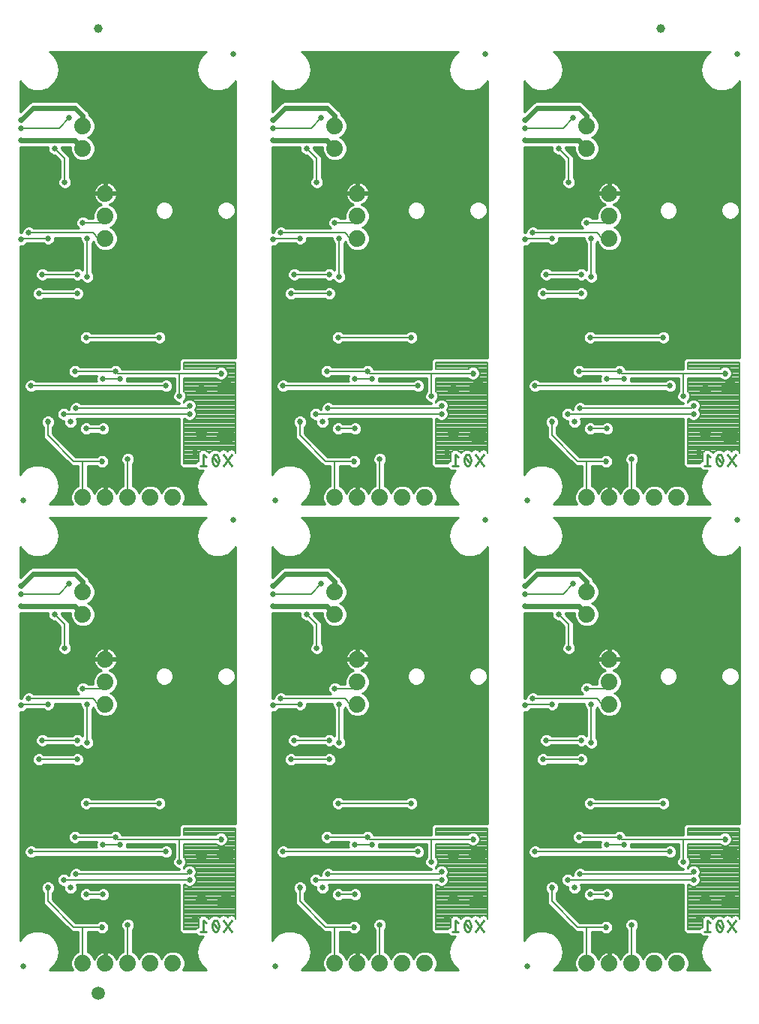
<source format=gbl>
G75*
%MOIN*%
%OFA0B0*%
%FSLAX25Y25*%
%IPPOS*%
%LPD*%
%AMOC8*
5,1,8,0,0,1.08239X$1,22.5*
%
%ADD10C,0.00900*%
%ADD11C,0.02500*%
%ADD12C,0.05512*%
%ADD13C,0.03937*%
%ADD14C,0.07400*%
%ADD15C,0.03937*%
%ADD16C,0.05906*%
%ADD17C,0.01000*%
%ADD18C,0.02578*%
%ADD19C,0.00800*%
%ADD20C,0.02400*%
%ADD21C,0.02700*%
D10*
X0120905Y0047450D02*
X0123738Y0047450D01*
X0122322Y0047450D02*
X0122322Y0052550D01*
X0123738Y0051417D01*
X0129128Y0050000D02*
X0129126Y0049873D01*
X0129120Y0049746D01*
X0129111Y0049619D01*
X0129097Y0049493D01*
X0129080Y0049367D01*
X0129059Y0049242D01*
X0129034Y0049117D01*
X0129006Y0048993D01*
X0128973Y0048870D01*
X0128937Y0048748D01*
X0128898Y0048628D01*
X0128854Y0048508D01*
X0128807Y0048390D01*
X0128757Y0048273D01*
X0128703Y0048158D01*
X0128844Y0048583D02*
X0126577Y0051417D01*
X0126720Y0051842D02*
X0126741Y0051900D01*
X0126767Y0051956D01*
X0126795Y0052011D01*
X0126827Y0052065D01*
X0126862Y0052116D01*
X0126899Y0052165D01*
X0126940Y0052212D01*
X0126983Y0052256D01*
X0127029Y0052298D01*
X0127077Y0052336D01*
X0127127Y0052372D01*
X0127180Y0052405D01*
X0127234Y0052435D01*
X0127290Y0052462D01*
X0127347Y0052485D01*
X0127406Y0052505D01*
X0127466Y0052521D01*
X0127526Y0052534D01*
X0127587Y0052543D01*
X0127649Y0052548D01*
X0127711Y0052550D01*
X0127773Y0052548D01*
X0127835Y0052543D01*
X0127896Y0052534D01*
X0127956Y0052521D01*
X0128016Y0052505D01*
X0128075Y0052485D01*
X0128132Y0052462D01*
X0128188Y0052435D01*
X0128242Y0052405D01*
X0128295Y0052372D01*
X0128345Y0052336D01*
X0128393Y0052298D01*
X0128439Y0052256D01*
X0128482Y0052212D01*
X0128523Y0052165D01*
X0128560Y0052116D01*
X0128595Y0052065D01*
X0128627Y0052011D01*
X0128655Y0051956D01*
X0128681Y0051900D01*
X0128702Y0051842D01*
X0126719Y0051842D02*
X0126665Y0051727D01*
X0126615Y0051610D01*
X0126568Y0051492D01*
X0126524Y0051372D01*
X0126485Y0051252D01*
X0126449Y0051130D01*
X0126416Y0051007D01*
X0126388Y0050883D01*
X0126363Y0050758D01*
X0126342Y0050633D01*
X0126325Y0050507D01*
X0126311Y0050381D01*
X0126302Y0050254D01*
X0126296Y0050127D01*
X0126294Y0050000D01*
X0129128Y0050000D02*
X0129126Y0050127D01*
X0129120Y0050254D01*
X0129111Y0050381D01*
X0129097Y0050507D01*
X0129080Y0050633D01*
X0129059Y0050758D01*
X0129034Y0050883D01*
X0129006Y0051007D01*
X0128973Y0051130D01*
X0128937Y0051252D01*
X0128898Y0051372D01*
X0128854Y0051492D01*
X0128807Y0051610D01*
X0128757Y0051727D01*
X0128703Y0051842D01*
X0126294Y0050000D02*
X0126296Y0049873D01*
X0126302Y0049746D01*
X0126311Y0049619D01*
X0126325Y0049493D01*
X0126342Y0049367D01*
X0126363Y0049242D01*
X0126388Y0049117D01*
X0126416Y0048993D01*
X0126449Y0048870D01*
X0126485Y0048748D01*
X0126524Y0048628D01*
X0126568Y0048508D01*
X0126615Y0048390D01*
X0126665Y0048273D01*
X0126719Y0048158D01*
X0127711Y0047450D02*
X0127773Y0047452D01*
X0127835Y0047457D01*
X0127896Y0047466D01*
X0127956Y0047479D01*
X0128016Y0047495D01*
X0128075Y0047515D01*
X0128132Y0047538D01*
X0128188Y0047565D01*
X0128242Y0047595D01*
X0128295Y0047628D01*
X0128345Y0047664D01*
X0128393Y0047702D01*
X0128439Y0047744D01*
X0128482Y0047788D01*
X0128523Y0047835D01*
X0128560Y0047884D01*
X0128595Y0047935D01*
X0128627Y0047989D01*
X0128655Y0048044D01*
X0128681Y0048100D01*
X0128702Y0048158D01*
X0127711Y0047450D02*
X0127649Y0047452D01*
X0127587Y0047457D01*
X0127526Y0047466D01*
X0127466Y0047479D01*
X0127406Y0047495D01*
X0127347Y0047515D01*
X0127290Y0047538D01*
X0127234Y0047565D01*
X0127180Y0047595D01*
X0127127Y0047628D01*
X0127077Y0047664D01*
X0127029Y0047702D01*
X0126983Y0047744D01*
X0126940Y0047788D01*
X0126899Y0047835D01*
X0126862Y0047884D01*
X0126827Y0047935D01*
X0126795Y0047989D01*
X0126767Y0048044D01*
X0126741Y0048100D01*
X0126720Y0048158D01*
X0131400Y0047450D02*
X0134800Y0052550D01*
X0131400Y0052550D02*
X0134800Y0047450D01*
X0232905Y0047450D02*
X0235738Y0047450D01*
X0234322Y0047450D02*
X0234322Y0052550D01*
X0235738Y0051417D01*
X0241128Y0050000D02*
X0241126Y0049873D01*
X0241120Y0049746D01*
X0241111Y0049619D01*
X0241097Y0049493D01*
X0241080Y0049367D01*
X0241059Y0049242D01*
X0241034Y0049117D01*
X0241006Y0048993D01*
X0240973Y0048870D01*
X0240937Y0048748D01*
X0240898Y0048628D01*
X0240854Y0048508D01*
X0240807Y0048390D01*
X0240757Y0048273D01*
X0240703Y0048158D01*
X0240844Y0048583D02*
X0238577Y0051417D01*
X0238720Y0051842D02*
X0238741Y0051900D01*
X0238767Y0051956D01*
X0238795Y0052011D01*
X0238827Y0052065D01*
X0238862Y0052116D01*
X0238899Y0052165D01*
X0238940Y0052212D01*
X0238983Y0052256D01*
X0239029Y0052298D01*
X0239077Y0052336D01*
X0239127Y0052372D01*
X0239180Y0052405D01*
X0239234Y0052435D01*
X0239290Y0052462D01*
X0239347Y0052485D01*
X0239406Y0052505D01*
X0239466Y0052521D01*
X0239526Y0052534D01*
X0239587Y0052543D01*
X0239649Y0052548D01*
X0239711Y0052550D01*
X0239773Y0052548D01*
X0239835Y0052543D01*
X0239896Y0052534D01*
X0239956Y0052521D01*
X0240016Y0052505D01*
X0240075Y0052485D01*
X0240132Y0052462D01*
X0240188Y0052435D01*
X0240242Y0052405D01*
X0240295Y0052372D01*
X0240345Y0052336D01*
X0240393Y0052298D01*
X0240439Y0052256D01*
X0240482Y0052212D01*
X0240523Y0052165D01*
X0240560Y0052116D01*
X0240595Y0052065D01*
X0240627Y0052011D01*
X0240655Y0051956D01*
X0240681Y0051900D01*
X0240702Y0051842D01*
X0238719Y0051842D02*
X0238665Y0051727D01*
X0238615Y0051610D01*
X0238568Y0051492D01*
X0238524Y0051372D01*
X0238485Y0051252D01*
X0238449Y0051130D01*
X0238416Y0051007D01*
X0238388Y0050883D01*
X0238363Y0050758D01*
X0238342Y0050633D01*
X0238325Y0050507D01*
X0238311Y0050381D01*
X0238302Y0050254D01*
X0238296Y0050127D01*
X0238294Y0050000D01*
X0241128Y0050000D02*
X0241126Y0050127D01*
X0241120Y0050254D01*
X0241111Y0050381D01*
X0241097Y0050507D01*
X0241080Y0050633D01*
X0241059Y0050758D01*
X0241034Y0050883D01*
X0241006Y0051007D01*
X0240973Y0051130D01*
X0240937Y0051252D01*
X0240898Y0051372D01*
X0240854Y0051492D01*
X0240807Y0051610D01*
X0240757Y0051727D01*
X0240703Y0051842D01*
X0238294Y0050000D02*
X0238296Y0049873D01*
X0238302Y0049746D01*
X0238311Y0049619D01*
X0238325Y0049493D01*
X0238342Y0049367D01*
X0238363Y0049242D01*
X0238388Y0049117D01*
X0238416Y0048993D01*
X0238449Y0048870D01*
X0238485Y0048748D01*
X0238524Y0048628D01*
X0238568Y0048508D01*
X0238615Y0048390D01*
X0238665Y0048273D01*
X0238719Y0048158D01*
X0239711Y0047450D02*
X0239773Y0047452D01*
X0239835Y0047457D01*
X0239896Y0047466D01*
X0239956Y0047479D01*
X0240016Y0047495D01*
X0240075Y0047515D01*
X0240132Y0047538D01*
X0240188Y0047565D01*
X0240242Y0047595D01*
X0240295Y0047628D01*
X0240345Y0047664D01*
X0240393Y0047702D01*
X0240439Y0047744D01*
X0240482Y0047788D01*
X0240523Y0047835D01*
X0240560Y0047884D01*
X0240595Y0047935D01*
X0240627Y0047989D01*
X0240655Y0048044D01*
X0240681Y0048100D01*
X0240702Y0048158D01*
X0239711Y0047450D02*
X0239649Y0047452D01*
X0239587Y0047457D01*
X0239526Y0047466D01*
X0239466Y0047479D01*
X0239406Y0047495D01*
X0239347Y0047515D01*
X0239290Y0047538D01*
X0239234Y0047565D01*
X0239180Y0047595D01*
X0239127Y0047628D01*
X0239077Y0047664D01*
X0239029Y0047702D01*
X0238983Y0047744D01*
X0238940Y0047788D01*
X0238899Y0047835D01*
X0238862Y0047884D01*
X0238827Y0047935D01*
X0238795Y0047989D01*
X0238767Y0048044D01*
X0238741Y0048100D01*
X0238720Y0048158D01*
X0243400Y0047450D02*
X0246800Y0052550D01*
X0243400Y0052550D02*
X0246800Y0047450D01*
X0344905Y0047450D02*
X0347738Y0047450D01*
X0346322Y0047450D02*
X0346322Y0052550D01*
X0347738Y0051417D01*
X0353128Y0050000D02*
X0353126Y0049873D01*
X0353120Y0049746D01*
X0353111Y0049619D01*
X0353097Y0049493D01*
X0353080Y0049367D01*
X0353059Y0049242D01*
X0353034Y0049117D01*
X0353006Y0048993D01*
X0352973Y0048870D01*
X0352937Y0048748D01*
X0352898Y0048628D01*
X0352854Y0048508D01*
X0352807Y0048390D01*
X0352757Y0048273D01*
X0352703Y0048158D01*
X0352844Y0048583D02*
X0350577Y0051417D01*
X0350720Y0051842D02*
X0350741Y0051900D01*
X0350767Y0051956D01*
X0350795Y0052011D01*
X0350827Y0052065D01*
X0350862Y0052116D01*
X0350899Y0052165D01*
X0350940Y0052212D01*
X0350983Y0052256D01*
X0351029Y0052298D01*
X0351077Y0052336D01*
X0351127Y0052372D01*
X0351180Y0052405D01*
X0351234Y0052435D01*
X0351290Y0052462D01*
X0351347Y0052485D01*
X0351406Y0052505D01*
X0351466Y0052521D01*
X0351526Y0052534D01*
X0351587Y0052543D01*
X0351649Y0052548D01*
X0351711Y0052550D01*
X0351773Y0052548D01*
X0351835Y0052543D01*
X0351896Y0052534D01*
X0351956Y0052521D01*
X0352016Y0052505D01*
X0352075Y0052485D01*
X0352132Y0052462D01*
X0352188Y0052435D01*
X0352242Y0052405D01*
X0352295Y0052372D01*
X0352345Y0052336D01*
X0352393Y0052298D01*
X0352439Y0052256D01*
X0352482Y0052212D01*
X0352523Y0052165D01*
X0352560Y0052116D01*
X0352595Y0052065D01*
X0352627Y0052011D01*
X0352655Y0051956D01*
X0352681Y0051900D01*
X0352702Y0051842D01*
X0350719Y0051842D02*
X0350665Y0051727D01*
X0350615Y0051610D01*
X0350568Y0051492D01*
X0350524Y0051372D01*
X0350485Y0051252D01*
X0350449Y0051130D01*
X0350416Y0051007D01*
X0350388Y0050883D01*
X0350363Y0050758D01*
X0350342Y0050633D01*
X0350325Y0050507D01*
X0350311Y0050381D01*
X0350302Y0050254D01*
X0350296Y0050127D01*
X0350294Y0050000D01*
X0353128Y0050000D02*
X0353126Y0050127D01*
X0353120Y0050254D01*
X0353111Y0050381D01*
X0353097Y0050507D01*
X0353080Y0050633D01*
X0353059Y0050758D01*
X0353034Y0050883D01*
X0353006Y0051007D01*
X0352973Y0051130D01*
X0352937Y0051252D01*
X0352898Y0051372D01*
X0352854Y0051492D01*
X0352807Y0051610D01*
X0352757Y0051727D01*
X0352703Y0051842D01*
X0350294Y0050000D02*
X0350296Y0049873D01*
X0350302Y0049746D01*
X0350311Y0049619D01*
X0350325Y0049493D01*
X0350342Y0049367D01*
X0350363Y0049242D01*
X0350388Y0049117D01*
X0350416Y0048993D01*
X0350449Y0048870D01*
X0350485Y0048748D01*
X0350524Y0048628D01*
X0350568Y0048508D01*
X0350615Y0048390D01*
X0350665Y0048273D01*
X0350719Y0048158D01*
X0351711Y0047450D02*
X0351773Y0047452D01*
X0351835Y0047457D01*
X0351896Y0047466D01*
X0351956Y0047479D01*
X0352016Y0047495D01*
X0352075Y0047515D01*
X0352132Y0047538D01*
X0352188Y0047565D01*
X0352242Y0047595D01*
X0352295Y0047628D01*
X0352345Y0047664D01*
X0352393Y0047702D01*
X0352439Y0047744D01*
X0352482Y0047788D01*
X0352523Y0047835D01*
X0352560Y0047884D01*
X0352595Y0047935D01*
X0352627Y0047989D01*
X0352655Y0048044D01*
X0352681Y0048100D01*
X0352702Y0048158D01*
X0351711Y0047450D02*
X0351649Y0047452D01*
X0351587Y0047457D01*
X0351526Y0047466D01*
X0351466Y0047479D01*
X0351406Y0047495D01*
X0351347Y0047515D01*
X0351290Y0047538D01*
X0351234Y0047565D01*
X0351180Y0047595D01*
X0351127Y0047628D01*
X0351077Y0047664D01*
X0351029Y0047702D01*
X0350983Y0047744D01*
X0350940Y0047788D01*
X0350899Y0047835D01*
X0350862Y0047884D01*
X0350827Y0047935D01*
X0350795Y0047989D01*
X0350767Y0048044D01*
X0350741Y0048100D01*
X0350720Y0048158D01*
X0355400Y0047450D02*
X0358800Y0052550D01*
X0355400Y0052550D02*
X0358800Y0047450D01*
X0358800Y0254450D02*
X0355400Y0259550D01*
X0350294Y0257000D02*
X0350296Y0256873D01*
X0350302Y0256746D01*
X0350311Y0256619D01*
X0350325Y0256493D01*
X0350342Y0256367D01*
X0350363Y0256242D01*
X0350388Y0256117D01*
X0350416Y0255993D01*
X0350449Y0255870D01*
X0350485Y0255748D01*
X0350524Y0255628D01*
X0350568Y0255508D01*
X0350615Y0255390D01*
X0350665Y0255273D01*
X0350719Y0255158D01*
X0351711Y0254450D02*
X0351773Y0254452D01*
X0351835Y0254457D01*
X0351896Y0254466D01*
X0351956Y0254479D01*
X0352016Y0254495D01*
X0352075Y0254515D01*
X0352132Y0254538D01*
X0352188Y0254565D01*
X0352242Y0254595D01*
X0352295Y0254628D01*
X0352345Y0254664D01*
X0352393Y0254702D01*
X0352439Y0254744D01*
X0352482Y0254788D01*
X0352523Y0254835D01*
X0352560Y0254884D01*
X0352595Y0254935D01*
X0352627Y0254989D01*
X0352655Y0255044D01*
X0352681Y0255100D01*
X0352702Y0255158D01*
X0352844Y0255583D02*
X0350577Y0258417D01*
X0350720Y0258842D02*
X0350741Y0258900D01*
X0350767Y0258956D01*
X0350795Y0259011D01*
X0350827Y0259065D01*
X0350862Y0259116D01*
X0350899Y0259165D01*
X0350940Y0259212D01*
X0350983Y0259256D01*
X0351029Y0259298D01*
X0351077Y0259336D01*
X0351127Y0259372D01*
X0351180Y0259405D01*
X0351234Y0259435D01*
X0351290Y0259462D01*
X0351347Y0259485D01*
X0351406Y0259505D01*
X0351466Y0259521D01*
X0351526Y0259534D01*
X0351587Y0259543D01*
X0351649Y0259548D01*
X0351711Y0259550D01*
X0351773Y0259548D01*
X0351835Y0259543D01*
X0351896Y0259534D01*
X0351956Y0259521D01*
X0352016Y0259505D01*
X0352075Y0259485D01*
X0352132Y0259462D01*
X0352188Y0259435D01*
X0352242Y0259405D01*
X0352295Y0259372D01*
X0352345Y0259336D01*
X0352393Y0259298D01*
X0352439Y0259256D01*
X0352482Y0259212D01*
X0352523Y0259165D01*
X0352560Y0259116D01*
X0352595Y0259065D01*
X0352627Y0259011D01*
X0352655Y0258956D01*
X0352681Y0258900D01*
X0352702Y0258842D01*
X0350719Y0258842D02*
X0350665Y0258727D01*
X0350615Y0258610D01*
X0350568Y0258492D01*
X0350524Y0258372D01*
X0350485Y0258252D01*
X0350449Y0258130D01*
X0350416Y0258007D01*
X0350388Y0257883D01*
X0350363Y0257758D01*
X0350342Y0257633D01*
X0350325Y0257507D01*
X0350311Y0257381D01*
X0350302Y0257254D01*
X0350296Y0257127D01*
X0350294Y0257000D01*
X0353128Y0257000D02*
X0353126Y0257127D01*
X0353120Y0257254D01*
X0353111Y0257381D01*
X0353097Y0257507D01*
X0353080Y0257633D01*
X0353059Y0257758D01*
X0353034Y0257883D01*
X0353006Y0258007D01*
X0352973Y0258130D01*
X0352937Y0258252D01*
X0352898Y0258372D01*
X0352854Y0258492D01*
X0352807Y0258610D01*
X0352757Y0258727D01*
X0352703Y0258842D01*
X0350720Y0255158D02*
X0350741Y0255100D01*
X0350767Y0255044D01*
X0350795Y0254989D01*
X0350827Y0254935D01*
X0350862Y0254884D01*
X0350899Y0254835D01*
X0350940Y0254788D01*
X0350983Y0254744D01*
X0351029Y0254702D01*
X0351077Y0254664D01*
X0351127Y0254628D01*
X0351180Y0254595D01*
X0351234Y0254565D01*
X0351290Y0254538D01*
X0351347Y0254515D01*
X0351406Y0254495D01*
X0351466Y0254479D01*
X0351526Y0254466D01*
X0351587Y0254457D01*
X0351649Y0254452D01*
X0351711Y0254450D01*
X0355400Y0254450D02*
X0358800Y0259550D01*
X0353128Y0257000D02*
X0353126Y0256873D01*
X0353120Y0256746D01*
X0353111Y0256619D01*
X0353097Y0256493D01*
X0353080Y0256367D01*
X0353059Y0256242D01*
X0353034Y0256117D01*
X0353006Y0255993D01*
X0352973Y0255870D01*
X0352937Y0255748D01*
X0352898Y0255628D01*
X0352854Y0255508D01*
X0352807Y0255390D01*
X0352757Y0255273D01*
X0352703Y0255158D01*
X0347738Y0254450D02*
X0344905Y0254450D01*
X0346322Y0254450D02*
X0346322Y0259550D01*
X0347738Y0258417D01*
X0246800Y0259550D02*
X0243400Y0254450D01*
X0238719Y0255158D02*
X0238665Y0255273D01*
X0238615Y0255390D01*
X0238568Y0255508D01*
X0238524Y0255628D01*
X0238485Y0255748D01*
X0238449Y0255870D01*
X0238416Y0255993D01*
X0238388Y0256117D01*
X0238363Y0256242D01*
X0238342Y0256367D01*
X0238325Y0256493D01*
X0238311Y0256619D01*
X0238302Y0256746D01*
X0238296Y0256873D01*
X0238294Y0257000D01*
X0241128Y0257000D02*
X0241126Y0257127D01*
X0241120Y0257254D01*
X0241111Y0257381D01*
X0241097Y0257507D01*
X0241080Y0257633D01*
X0241059Y0257758D01*
X0241034Y0257883D01*
X0241006Y0258007D01*
X0240973Y0258130D01*
X0240937Y0258252D01*
X0240898Y0258372D01*
X0240854Y0258492D01*
X0240807Y0258610D01*
X0240757Y0258727D01*
X0240703Y0258842D01*
X0239711Y0259550D02*
X0239649Y0259548D01*
X0239587Y0259543D01*
X0239526Y0259534D01*
X0239466Y0259521D01*
X0239406Y0259505D01*
X0239347Y0259485D01*
X0239290Y0259462D01*
X0239234Y0259435D01*
X0239180Y0259405D01*
X0239127Y0259372D01*
X0239077Y0259336D01*
X0239029Y0259298D01*
X0238983Y0259256D01*
X0238940Y0259212D01*
X0238899Y0259165D01*
X0238862Y0259116D01*
X0238827Y0259065D01*
X0238795Y0259011D01*
X0238767Y0258956D01*
X0238741Y0258900D01*
X0238720Y0258842D01*
X0238577Y0258417D02*
X0240844Y0255583D01*
X0239711Y0254450D02*
X0239649Y0254452D01*
X0239587Y0254457D01*
X0239526Y0254466D01*
X0239466Y0254479D01*
X0239406Y0254495D01*
X0239347Y0254515D01*
X0239290Y0254538D01*
X0239234Y0254565D01*
X0239180Y0254595D01*
X0239127Y0254628D01*
X0239077Y0254664D01*
X0239029Y0254702D01*
X0238983Y0254744D01*
X0238940Y0254788D01*
X0238899Y0254835D01*
X0238862Y0254884D01*
X0238827Y0254935D01*
X0238795Y0254989D01*
X0238767Y0255044D01*
X0238741Y0255100D01*
X0238720Y0255158D01*
X0239711Y0254450D02*
X0239773Y0254452D01*
X0239835Y0254457D01*
X0239896Y0254466D01*
X0239956Y0254479D01*
X0240016Y0254495D01*
X0240075Y0254515D01*
X0240132Y0254538D01*
X0240188Y0254565D01*
X0240242Y0254595D01*
X0240295Y0254628D01*
X0240345Y0254664D01*
X0240393Y0254702D01*
X0240439Y0254744D01*
X0240482Y0254788D01*
X0240523Y0254835D01*
X0240560Y0254884D01*
X0240595Y0254935D01*
X0240627Y0254989D01*
X0240655Y0255044D01*
X0240681Y0255100D01*
X0240702Y0255158D01*
X0238294Y0257000D02*
X0238296Y0257127D01*
X0238302Y0257254D01*
X0238311Y0257381D01*
X0238325Y0257507D01*
X0238342Y0257633D01*
X0238363Y0257758D01*
X0238388Y0257883D01*
X0238416Y0258007D01*
X0238449Y0258130D01*
X0238485Y0258252D01*
X0238524Y0258372D01*
X0238568Y0258492D01*
X0238615Y0258610D01*
X0238665Y0258727D01*
X0238719Y0258842D01*
X0239711Y0259550D02*
X0239773Y0259548D01*
X0239835Y0259543D01*
X0239896Y0259534D01*
X0239956Y0259521D01*
X0240016Y0259505D01*
X0240075Y0259485D01*
X0240132Y0259462D01*
X0240188Y0259435D01*
X0240242Y0259405D01*
X0240295Y0259372D01*
X0240345Y0259336D01*
X0240393Y0259298D01*
X0240439Y0259256D01*
X0240482Y0259212D01*
X0240523Y0259165D01*
X0240560Y0259116D01*
X0240595Y0259065D01*
X0240627Y0259011D01*
X0240655Y0258956D01*
X0240681Y0258900D01*
X0240702Y0258842D01*
X0243400Y0259550D02*
X0246800Y0254450D01*
X0240703Y0255158D02*
X0240757Y0255273D01*
X0240807Y0255390D01*
X0240854Y0255508D01*
X0240898Y0255628D01*
X0240937Y0255748D01*
X0240973Y0255870D01*
X0241006Y0255993D01*
X0241034Y0256117D01*
X0241059Y0256242D01*
X0241080Y0256367D01*
X0241097Y0256493D01*
X0241111Y0256619D01*
X0241120Y0256746D01*
X0241126Y0256873D01*
X0241128Y0257000D01*
X0235738Y0258417D02*
X0234322Y0259550D01*
X0234322Y0254450D01*
X0235738Y0254450D02*
X0232905Y0254450D01*
X0134800Y0254450D02*
X0131400Y0259550D01*
X0126294Y0257000D02*
X0126296Y0256873D01*
X0126302Y0256746D01*
X0126311Y0256619D01*
X0126325Y0256493D01*
X0126342Y0256367D01*
X0126363Y0256242D01*
X0126388Y0256117D01*
X0126416Y0255993D01*
X0126449Y0255870D01*
X0126485Y0255748D01*
X0126524Y0255628D01*
X0126568Y0255508D01*
X0126615Y0255390D01*
X0126665Y0255273D01*
X0126719Y0255158D01*
X0127711Y0254450D02*
X0127773Y0254452D01*
X0127835Y0254457D01*
X0127896Y0254466D01*
X0127956Y0254479D01*
X0128016Y0254495D01*
X0128075Y0254515D01*
X0128132Y0254538D01*
X0128188Y0254565D01*
X0128242Y0254595D01*
X0128295Y0254628D01*
X0128345Y0254664D01*
X0128393Y0254702D01*
X0128439Y0254744D01*
X0128482Y0254788D01*
X0128523Y0254835D01*
X0128560Y0254884D01*
X0128595Y0254935D01*
X0128627Y0254989D01*
X0128655Y0255044D01*
X0128681Y0255100D01*
X0128702Y0255158D01*
X0128844Y0255583D02*
X0126577Y0258417D01*
X0126720Y0258842D02*
X0126741Y0258900D01*
X0126767Y0258956D01*
X0126795Y0259011D01*
X0126827Y0259065D01*
X0126862Y0259116D01*
X0126899Y0259165D01*
X0126940Y0259212D01*
X0126983Y0259256D01*
X0127029Y0259298D01*
X0127077Y0259336D01*
X0127127Y0259372D01*
X0127180Y0259405D01*
X0127234Y0259435D01*
X0127290Y0259462D01*
X0127347Y0259485D01*
X0127406Y0259505D01*
X0127466Y0259521D01*
X0127526Y0259534D01*
X0127587Y0259543D01*
X0127649Y0259548D01*
X0127711Y0259550D01*
X0127773Y0259548D01*
X0127835Y0259543D01*
X0127896Y0259534D01*
X0127956Y0259521D01*
X0128016Y0259505D01*
X0128075Y0259485D01*
X0128132Y0259462D01*
X0128188Y0259435D01*
X0128242Y0259405D01*
X0128295Y0259372D01*
X0128345Y0259336D01*
X0128393Y0259298D01*
X0128439Y0259256D01*
X0128482Y0259212D01*
X0128523Y0259165D01*
X0128560Y0259116D01*
X0128595Y0259065D01*
X0128627Y0259011D01*
X0128655Y0258956D01*
X0128681Y0258900D01*
X0128702Y0258842D01*
X0126719Y0258842D02*
X0126665Y0258727D01*
X0126615Y0258610D01*
X0126568Y0258492D01*
X0126524Y0258372D01*
X0126485Y0258252D01*
X0126449Y0258130D01*
X0126416Y0258007D01*
X0126388Y0257883D01*
X0126363Y0257758D01*
X0126342Y0257633D01*
X0126325Y0257507D01*
X0126311Y0257381D01*
X0126302Y0257254D01*
X0126296Y0257127D01*
X0126294Y0257000D01*
X0129128Y0257000D02*
X0129126Y0257127D01*
X0129120Y0257254D01*
X0129111Y0257381D01*
X0129097Y0257507D01*
X0129080Y0257633D01*
X0129059Y0257758D01*
X0129034Y0257883D01*
X0129006Y0258007D01*
X0128973Y0258130D01*
X0128937Y0258252D01*
X0128898Y0258372D01*
X0128854Y0258492D01*
X0128807Y0258610D01*
X0128757Y0258727D01*
X0128703Y0258842D01*
X0126720Y0255158D02*
X0126741Y0255100D01*
X0126767Y0255044D01*
X0126795Y0254989D01*
X0126827Y0254935D01*
X0126862Y0254884D01*
X0126899Y0254835D01*
X0126940Y0254788D01*
X0126983Y0254744D01*
X0127029Y0254702D01*
X0127077Y0254664D01*
X0127127Y0254628D01*
X0127180Y0254595D01*
X0127234Y0254565D01*
X0127290Y0254538D01*
X0127347Y0254515D01*
X0127406Y0254495D01*
X0127466Y0254479D01*
X0127526Y0254466D01*
X0127587Y0254457D01*
X0127649Y0254452D01*
X0127711Y0254450D01*
X0131400Y0254450D02*
X0134800Y0259550D01*
X0129128Y0257000D02*
X0129126Y0256873D01*
X0129120Y0256746D01*
X0129111Y0256619D01*
X0129097Y0256493D01*
X0129080Y0256367D01*
X0129059Y0256242D01*
X0129034Y0256117D01*
X0129006Y0255993D01*
X0128973Y0255870D01*
X0128937Y0255748D01*
X0128898Y0255628D01*
X0128854Y0255508D01*
X0128807Y0255390D01*
X0128757Y0255273D01*
X0128703Y0255158D01*
X0123738Y0254450D02*
X0120905Y0254450D01*
X0122322Y0254450D02*
X0122322Y0259550D01*
X0123738Y0258417D01*
D11*
X0042250Y0032000D03*
X0154250Y0032000D03*
X0266250Y0032000D03*
X0247750Y0230500D03*
X0266250Y0239000D03*
X0359750Y0230500D03*
X0154250Y0239000D03*
X0135750Y0230500D03*
X0042250Y0239000D03*
X0135750Y0437500D03*
X0247750Y0437500D03*
X0359750Y0437500D03*
D12*
X0357592Y0289242D02*
X0354836Y0289242D01*
X0354836Y0267746D02*
X0357592Y0267746D01*
X0245592Y0267746D02*
X0242836Y0267746D01*
X0242836Y0289242D02*
X0245592Y0289242D01*
X0133592Y0289242D02*
X0130836Y0289242D01*
X0130836Y0267746D02*
X0133592Y0267746D01*
X0133592Y0082242D02*
X0130836Y0082242D01*
X0130836Y0060746D02*
X0133592Y0060746D01*
X0242836Y0060746D02*
X0245592Y0060746D01*
X0245592Y0082242D02*
X0242836Y0082242D01*
X0354836Y0082242D02*
X0357592Y0082242D01*
X0357592Y0060746D02*
X0354836Y0060746D01*
D13*
X0346073Y0061933D02*
X0344891Y0061933D01*
X0346073Y0061933D02*
X0346073Y0061933D01*
X0344891Y0061933D01*
X0344891Y0061933D01*
X0344891Y0081067D02*
X0346073Y0081067D01*
X0346073Y0081067D01*
X0344891Y0081067D01*
X0344891Y0081067D01*
X0234073Y0081067D02*
X0232891Y0081067D01*
X0234073Y0081067D02*
X0234073Y0081067D01*
X0232891Y0081067D01*
X0232891Y0081067D01*
X0232891Y0061933D02*
X0234073Y0061933D01*
X0234073Y0061933D01*
X0232891Y0061933D01*
X0232891Y0061933D01*
X0122073Y0061933D02*
X0120891Y0061933D01*
X0122073Y0061933D02*
X0122073Y0061933D01*
X0120891Y0061933D01*
X0120891Y0061933D01*
X0120891Y0081067D02*
X0122073Y0081067D01*
X0122073Y0081067D01*
X0120891Y0081067D01*
X0120891Y0081067D01*
X0120891Y0268933D02*
X0122073Y0268933D01*
X0122073Y0268933D01*
X0120891Y0268933D01*
X0120891Y0268933D01*
X0120891Y0288067D02*
X0122073Y0288067D01*
X0122073Y0288067D01*
X0120891Y0288067D01*
X0120891Y0288067D01*
X0232891Y0288067D02*
X0234073Y0288067D01*
X0234073Y0288067D01*
X0232891Y0288067D01*
X0232891Y0288067D01*
X0232891Y0268933D02*
X0234073Y0268933D01*
X0234073Y0268933D01*
X0232891Y0268933D01*
X0232891Y0268933D01*
X0344891Y0268933D02*
X0346073Y0268933D01*
X0346073Y0268933D01*
X0344891Y0268933D01*
X0344891Y0268933D01*
X0344891Y0288067D02*
X0346073Y0288067D01*
X0346073Y0288067D01*
X0344891Y0288067D01*
X0344891Y0288067D01*
D14*
X0332750Y0240500D03*
X0322750Y0240500D03*
X0312750Y0240500D03*
X0302750Y0240500D03*
X0292750Y0240500D03*
X0292750Y0198500D03*
X0292750Y0188500D03*
X0302750Y0168500D03*
X0302750Y0158500D03*
X0302750Y0148500D03*
X0220750Y0240500D03*
X0210750Y0240500D03*
X0200750Y0240500D03*
X0190750Y0240500D03*
X0180750Y0240500D03*
X0180750Y0198500D03*
X0180750Y0188500D03*
X0190750Y0168500D03*
X0190750Y0158500D03*
X0190750Y0148500D03*
X0108750Y0240500D03*
X0098750Y0240500D03*
X0088750Y0240500D03*
X0078750Y0240500D03*
X0068750Y0240500D03*
X0068750Y0198500D03*
X0068750Y0188500D03*
X0078750Y0168500D03*
X0078750Y0158500D03*
X0078750Y0148500D03*
X0078750Y0033500D03*
X0068750Y0033500D03*
X0088750Y0033500D03*
X0098750Y0033500D03*
X0108750Y0033500D03*
X0180750Y0033500D03*
X0190750Y0033500D03*
X0200750Y0033500D03*
X0210750Y0033500D03*
X0220750Y0033500D03*
X0292750Y0033500D03*
X0302750Y0033500D03*
X0312750Y0033500D03*
X0322750Y0033500D03*
X0332750Y0033500D03*
X0302750Y0355500D03*
X0302750Y0365500D03*
X0302750Y0375500D03*
X0292750Y0395500D03*
X0292750Y0405500D03*
X0190750Y0375500D03*
X0190750Y0365500D03*
X0190750Y0355500D03*
X0180750Y0395500D03*
X0180750Y0405500D03*
X0078750Y0375500D03*
X0078750Y0365500D03*
X0078750Y0355500D03*
X0068750Y0395500D03*
X0068750Y0405500D03*
D15*
X0075750Y0448750D03*
X0325750Y0448750D03*
D16*
X0075750Y0020250D03*
D17*
X0064106Y0030600D02*
X0053959Y0030600D01*
X0056062Y0032365D01*
X0057719Y0035235D01*
X0057719Y0035235D01*
X0058295Y0038500D01*
X0057719Y0041765D01*
X0056062Y0044635D01*
X0056062Y0044635D01*
X0053523Y0046766D01*
X0053522Y0046766D01*
X0050407Y0047900D01*
X0047093Y0047900D01*
X0043977Y0046766D01*
X0041438Y0044635D01*
X0040850Y0043617D01*
X0040850Y0145011D01*
X0041845Y0145011D01*
X0042943Y0145466D01*
X0043784Y0146307D01*
X0043822Y0146400D01*
X0051123Y0146400D01*
X0051557Y0145966D01*
X0052655Y0145511D01*
X0053845Y0145511D01*
X0054943Y0145966D01*
X0055784Y0146807D01*
X0056239Y0147905D01*
X0056239Y0148900D01*
X0067761Y0148900D01*
X0067761Y0148016D01*
X0068216Y0146918D01*
X0068650Y0146484D01*
X0068650Y0134327D01*
X0067943Y0135034D01*
X0066845Y0135489D01*
X0065655Y0135489D01*
X0064557Y0135034D01*
X0064123Y0134600D01*
X0052877Y0134600D01*
X0052443Y0135034D01*
X0051345Y0135489D01*
X0050155Y0135489D01*
X0049057Y0135034D01*
X0048216Y0134193D01*
X0047761Y0133095D01*
X0047761Y0131905D01*
X0048216Y0130807D01*
X0049057Y0129966D01*
X0050155Y0129511D01*
X0051345Y0129511D01*
X0052443Y0129966D01*
X0052877Y0130400D01*
X0064123Y0130400D01*
X0064557Y0129966D01*
X0065655Y0129511D01*
X0066845Y0129511D01*
X0067943Y0129966D01*
X0068089Y0130112D01*
X0068216Y0129807D01*
X0069057Y0128966D01*
X0070155Y0128511D01*
X0071345Y0128511D01*
X0072443Y0128966D01*
X0073284Y0129807D01*
X0073739Y0130905D01*
X0073739Y0132095D01*
X0073284Y0133193D01*
X0072850Y0133627D01*
X0072850Y0146484D01*
X0073284Y0146918D01*
X0073422Y0147252D01*
X0074172Y0145441D01*
X0075691Y0143922D01*
X0077676Y0143100D01*
X0079824Y0143100D01*
X0081809Y0143922D01*
X0083328Y0145441D01*
X0084150Y0147426D01*
X0084150Y0149574D01*
X0083328Y0151559D01*
X0081809Y0153078D01*
X0080790Y0153500D01*
X0081809Y0153922D01*
X0083328Y0155441D01*
X0084150Y0157426D01*
X0084150Y0159574D01*
X0083328Y0161559D01*
X0081809Y0163078D01*
X0080526Y0163609D01*
X0080746Y0163681D01*
X0081475Y0164053D01*
X0082138Y0164534D01*
X0082716Y0165112D01*
X0083197Y0165775D01*
X0083569Y0166504D01*
X0083822Y0167282D01*
X0083936Y0168000D01*
X0079250Y0168000D01*
X0079250Y0169000D01*
X0078250Y0169000D01*
X0078250Y0173686D01*
X0077532Y0173572D01*
X0076754Y0173319D01*
X0076025Y0172947D01*
X0075362Y0172466D01*
X0074784Y0171888D01*
X0074303Y0171225D01*
X0073931Y0170496D01*
X0073678Y0169718D01*
X0073564Y0169000D01*
X0078250Y0169000D01*
X0078250Y0168000D01*
X0073564Y0168000D01*
X0073678Y0167282D01*
X0073931Y0166504D01*
X0074303Y0165775D01*
X0074784Y0165112D01*
X0075362Y0164534D01*
X0076025Y0164053D01*
X0076754Y0163681D01*
X0076974Y0163609D01*
X0075691Y0163078D01*
X0074172Y0161559D01*
X0073350Y0159574D01*
X0073350Y0157600D01*
X0070877Y0157600D01*
X0070443Y0158034D01*
X0069345Y0158489D01*
X0068155Y0158489D01*
X0067057Y0158034D01*
X0066216Y0157193D01*
X0065761Y0156095D01*
X0065761Y0154905D01*
X0066216Y0153807D01*
X0066923Y0153100D01*
X0046877Y0153100D01*
X0046443Y0153534D01*
X0045345Y0153989D01*
X0044155Y0153989D01*
X0043057Y0153534D01*
X0042216Y0152693D01*
X0041761Y0151595D01*
X0041761Y0150989D01*
X0040850Y0150989D01*
X0040850Y0189011D01*
X0041845Y0189011D01*
X0042059Y0189100D01*
X0053263Y0189100D01*
X0053261Y0189095D01*
X0053261Y0187905D01*
X0053716Y0186807D01*
X0054557Y0185966D01*
X0055655Y0185511D01*
X0056269Y0185511D01*
X0058650Y0183130D01*
X0058650Y0175627D01*
X0058216Y0175193D01*
X0057761Y0174095D01*
X0057761Y0172905D01*
X0058216Y0171807D01*
X0059057Y0170966D01*
X0060155Y0170511D01*
X0061345Y0170511D01*
X0062443Y0170966D01*
X0063284Y0171807D01*
X0063739Y0172905D01*
X0063739Y0174095D01*
X0063284Y0175193D01*
X0062850Y0175627D01*
X0062850Y0184870D01*
X0061620Y0186100D01*
X0059239Y0188481D01*
X0059239Y0189095D01*
X0059237Y0189100D01*
X0063350Y0189100D01*
X0063350Y0187426D01*
X0064172Y0185441D01*
X0065691Y0183922D01*
X0067676Y0183100D01*
X0069824Y0183100D01*
X0071809Y0183922D01*
X0073328Y0185441D01*
X0074150Y0187426D01*
X0074150Y0189574D01*
X0073328Y0191559D01*
X0071809Y0193078D01*
X0070790Y0193500D01*
X0071809Y0193922D01*
X0073328Y0195441D01*
X0074150Y0197426D01*
X0074150Y0199574D01*
X0073328Y0201559D01*
X0071809Y0203078D01*
X0071650Y0203144D01*
X0071650Y0203577D01*
X0071208Y0204643D01*
X0070393Y0205458D01*
X0066893Y0208958D01*
X0065827Y0209400D01*
X0046173Y0209400D01*
X0045107Y0208958D01*
X0044291Y0208143D01*
X0040850Y0204701D01*
X0040850Y0218383D01*
X0041438Y0217365D01*
X0041438Y0217365D01*
X0043977Y0215234D01*
X0043977Y0215234D01*
X0047093Y0214100D01*
X0050407Y0214100D01*
X0053522Y0215234D01*
X0053523Y0215234D01*
X0056062Y0217365D01*
X0057719Y0220235D01*
X0057719Y0220235D01*
X0058295Y0223500D01*
X0057719Y0226765D01*
X0056062Y0229635D01*
X0056062Y0229635D01*
X0053959Y0231400D01*
X0123541Y0231400D01*
X0121438Y0229635D01*
X0119781Y0226765D01*
X0119205Y0223500D01*
X0119205Y0223500D01*
X0119781Y0220235D01*
X0121438Y0217365D01*
X0121438Y0217365D01*
X0123977Y0215234D01*
X0123977Y0215234D01*
X0127093Y0214100D01*
X0130407Y0214100D01*
X0133522Y0215234D01*
X0133523Y0215234D01*
X0136062Y0217365D01*
X0136650Y0218383D01*
X0136650Y0095600D01*
X0112880Y0095600D01*
X0111650Y0094370D01*
X0111650Y0090600D01*
X0086030Y0090600D01*
X0085784Y0091193D01*
X0084943Y0092034D01*
X0083845Y0092489D01*
X0082655Y0092489D01*
X0081557Y0092034D01*
X0081123Y0091600D01*
X0067377Y0091600D01*
X0066943Y0092034D01*
X0065845Y0092489D01*
X0064655Y0092489D01*
X0063557Y0092034D01*
X0062716Y0091193D01*
X0062261Y0090095D01*
X0062261Y0088905D01*
X0062716Y0087807D01*
X0063557Y0086966D01*
X0064655Y0086511D01*
X0065845Y0086511D01*
X0066943Y0086966D01*
X0067377Y0087400D01*
X0075095Y0087400D01*
X0074761Y0086595D01*
X0074761Y0085405D01*
X0074888Y0085100D01*
X0047877Y0085100D01*
X0047443Y0085534D01*
X0046345Y0085989D01*
X0045155Y0085989D01*
X0044057Y0085534D01*
X0043216Y0084693D01*
X0042761Y0083595D01*
X0042761Y0082405D01*
X0043216Y0081307D01*
X0044057Y0080466D01*
X0045155Y0080011D01*
X0046345Y0080011D01*
X0047443Y0080466D01*
X0047877Y0080900D01*
X0103623Y0080900D01*
X0104057Y0080466D01*
X0105155Y0080011D01*
X0106345Y0080011D01*
X0107443Y0080466D01*
X0108284Y0081307D01*
X0108739Y0082405D01*
X0108739Y0083595D01*
X0108284Y0084693D01*
X0107443Y0085534D01*
X0106345Y0085989D01*
X0105155Y0085989D01*
X0104057Y0085534D01*
X0103623Y0085100D01*
X0088112Y0085100D01*
X0088239Y0085405D01*
X0088239Y0086400D01*
X0109650Y0086400D01*
X0109650Y0080627D01*
X0109216Y0080193D01*
X0108761Y0079095D01*
X0108761Y0077905D01*
X0109216Y0076807D01*
X0110057Y0075966D01*
X0111155Y0075511D01*
X0111650Y0075511D01*
X0111650Y0075100D01*
X0067877Y0075100D01*
X0067443Y0075534D01*
X0066345Y0075989D01*
X0065155Y0075989D01*
X0064057Y0075534D01*
X0063216Y0074693D01*
X0062761Y0073595D01*
X0062761Y0072600D01*
X0062377Y0072600D01*
X0061943Y0073034D01*
X0060845Y0073489D01*
X0059655Y0073489D01*
X0058557Y0073034D01*
X0057716Y0072193D01*
X0057261Y0071095D01*
X0057261Y0069905D01*
X0057716Y0068807D01*
X0058557Y0067966D01*
X0059655Y0067511D01*
X0060261Y0067511D01*
X0060261Y0066405D01*
X0060716Y0065307D01*
X0061557Y0064466D01*
X0062655Y0064011D01*
X0063845Y0064011D01*
X0064943Y0064466D01*
X0065784Y0065307D01*
X0066239Y0066405D01*
X0066239Y0067595D01*
X0065905Y0068400D01*
X0111650Y0068400D01*
X0111650Y0047630D01*
X0112880Y0046400D01*
X0118914Y0046400D01*
X0120014Y0045300D01*
X0122230Y0045300D01*
X0121438Y0044635D01*
X0119781Y0041765D01*
X0119205Y0038500D01*
X0119205Y0038500D01*
X0119781Y0035235D01*
X0121438Y0032365D01*
X0121438Y0032365D01*
X0123541Y0030600D01*
X0113394Y0030600D01*
X0114150Y0032426D01*
X0114150Y0034574D01*
X0113328Y0036559D01*
X0111809Y0038078D01*
X0109824Y0038900D01*
X0107676Y0038900D01*
X0105691Y0038078D01*
X0104172Y0036559D01*
X0103750Y0035540D01*
X0103328Y0036559D01*
X0101809Y0038078D01*
X0099824Y0038900D01*
X0097676Y0038900D01*
X0095691Y0038078D01*
X0094172Y0036559D01*
X0093750Y0035540D01*
X0093328Y0036559D01*
X0091809Y0038078D01*
X0090850Y0038475D01*
X0090850Y0048373D01*
X0091284Y0048807D01*
X0091739Y0049905D01*
X0091739Y0051095D01*
X0091284Y0052193D01*
X0090443Y0053034D01*
X0089345Y0053489D01*
X0088155Y0053489D01*
X0087057Y0053034D01*
X0086216Y0052193D01*
X0085761Y0051095D01*
X0085761Y0049905D01*
X0086216Y0048807D01*
X0086650Y0048373D01*
X0086650Y0038475D01*
X0085691Y0038078D01*
X0084172Y0036559D01*
X0083641Y0035276D01*
X0083569Y0035496D01*
X0083197Y0036225D01*
X0082716Y0036888D01*
X0082138Y0037466D01*
X0081475Y0037947D01*
X0080746Y0038319D01*
X0079968Y0038572D01*
X0079250Y0038686D01*
X0079250Y0034000D01*
X0078250Y0034000D01*
X0078250Y0038686D01*
X0077532Y0038572D01*
X0076754Y0038319D01*
X0076025Y0037947D01*
X0075362Y0037466D01*
X0074784Y0036888D01*
X0074303Y0036225D01*
X0073931Y0035496D01*
X0073859Y0035276D01*
X0073328Y0036559D01*
X0071809Y0038078D01*
X0070850Y0038475D01*
X0070850Y0047400D01*
X0075037Y0047400D01*
X0075522Y0046914D01*
X0076643Y0046450D01*
X0077857Y0046450D01*
X0078978Y0046914D01*
X0079836Y0047772D01*
X0080300Y0048893D01*
X0080300Y0050107D01*
X0079836Y0051228D01*
X0078978Y0052086D01*
X0077857Y0052550D01*
X0076643Y0052550D01*
X0075522Y0052086D01*
X0075037Y0051600D01*
X0065620Y0051600D01*
X0055350Y0061870D01*
X0055350Y0064787D01*
X0055836Y0065272D01*
X0056300Y0066393D01*
X0056300Y0067607D01*
X0055836Y0068728D01*
X0054978Y0069586D01*
X0053857Y0070050D01*
X0052643Y0070050D01*
X0051522Y0069586D01*
X0050664Y0068728D01*
X0050200Y0067607D01*
X0050200Y0066393D01*
X0050664Y0065272D01*
X0051150Y0064787D01*
X0051150Y0060130D01*
X0052380Y0058900D01*
X0062650Y0048630D01*
X0063880Y0047400D01*
X0066650Y0047400D01*
X0066650Y0038475D01*
X0065691Y0038078D01*
X0064172Y0036559D01*
X0063350Y0034574D01*
X0063350Y0032426D01*
X0064106Y0030600D01*
X0063735Y0031496D02*
X0055026Y0031496D01*
X0056062Y0032365D02*
X0056062Y0032365D01*
X0056062Y0032365D01*
X0056137Y0032494D02*
X0063350Y0032494D01*
X0063350Y0033493D02*
X0056713Y0033493D01*
X0057290Y0034491D02*
X0063350Y0034491D01*
X0063729Y0035490D02*
X0057764Y0035490D01*
X0057940Y0036488D02*
X0064143Y0036488D01*
X0065100Y0037487D02*
X0058116Y0037487D01*
X0058292Y0038485D02*
X0066650Y0038485D01*
X0066650Y0039484D02*
X0058122Y0039484D01*
X0058295Y0038500D02*
X0058295Y0038500D01*
X0057945Y0040482D02*
X0066650Y0040482D01*
X0066650Y0041481D02*
X0057769Y0041481D01*
X0057719Y0041765D02*
X0057719Y0041765D01*
X0057307Y0042479D02*
X0066650Y0042479D01*
X0066650Y0043478D02*
X0056730Y0043478D01*
X0056154Y0044476D02*
X0066650Y0044476D01*
X0066650Y0045475D02*
X0055062Y0045475D01*
X0053872Y0046473D02*
X0066650Y0046473D01*
X0063808Y0047472D02*
X0051584Y0047472D01*
X0045916Y0047472D02*
X0040850Y0047472D01*
X0040850Y0048470D02*
X0062810Y0048470D01*
X0061811Y0049469D02*
X0040850Y0049469D01*
X0040850Y0050467D02*
X0060813Y0050467D01*
X0059814Y0051466D02*
X0040850Y0051466D01*
X0040850Y0052464D02*
X0058816Y0052464D01*
X0057817Y0053463D02*
X0040850Y0053463D01*
X0040850Y0054461D02*
X0056819Y0054461D01*
X0055820Y0055460D02*
X0040850Y0055460D01*
X0040850Y0056458D02*
X0054822Y0056458D01*
X0053823Y0057457D02*
X0040850Y0057457D01*
X0040850Y0058455D02*
X0052825Y0058455D01*
X0051826Y0059454D02*
X0040850Y0059454D01*
X0040850Y0060452D02*
X0051150Y0060452D01*
X0051150Y0061451D02*
X0040850Y0061451D01*
X0040850Y0062449D02*
X0051150Y0062449D01*
X0051150Y0063448D02*
X0040850Y0063448D01*
X0040850Y0064446D02*
X0051150Y0064446D01*
X0050593Y0065445D02*
X0040850Y0065445D01*
X0040850Y0066443D02*
X0050200Y0066443D01*
X0050200Y0067442D02*
X0040850Y0067442D01*
X0040850Y0068440D02*
X0050545Y0068440D01*
X0051376Y0069439D02*
X0040850Y0069439D01*
X0040850Y0070437D02*
X0057261Y0070437D01*
X0057402Y0071436D02*
X0040850Y0071436D01*
X0040850Y0072434D02*
X0057957Y0072434D01*
X0059520Y0073433D02*
X0040850Y0073433D01*
X0040850Y0074432D02*
X0063108Y0074432D01*
X0062761Y0073433D02*
X0060980Y0073433D01*
X0063953Y0075430D02*
X0040850Y0075430D01*
X0040850Y0076429D02*
X0109594Y0076429D01*
X0108959Y0077427D02*
X0040850Y0077427D01*
X0040850Y0078426D02*
X0108761Y0078426D01*
X0108898Y0079424D02*
X0040850Y0079424D01*
X0040850Y0080423D02*
X0044162Y0080423D01*
X0043169Y0081421D02*
X0040850Y0081421D01*
X0040850Y0082420D02*
X0042761Y0082420D01*
X0042761Y0083418D02*
X0040850Y0083418D01*
X0040850Y0084417D02*
X0043102Y0084417D01*
X0043938Y0085415D02*
X0040850Y0085415D01*
X0040850Y0086414D02*
X0074761Y0086414D01*
X0074761Y0085415D02*
X0047562Y0085415D01*
X0047338Y0080423D02*
X0104162Y0080423D01*
X0107338Y0080423D02*
X0109446Y0080423D01*
X0109650Y0081421D02*
X0108331Y0081421D01*
X0108739Y0082420D02*
X0109650Y0082420D01*
X0109650Y0083418D02*
X0108739Y0083418D01*
X0108398Y0084417D02*
X0109650Y0084417D01*
X0109650Y0085415D02*
X0107562Y0085415D01*
X0103938Y0085415D02*
X0088239Y0085415D01*
X0085571Y0091406D02*
X0111650Y0091406D01*
X0111650Y0092405D02*
X0084048Y0092405D01*
X0082452Y0092405D02*
X0066048Y0092405D01*
X0064452Y0092405D02*
X0040850Y0092405D01*
X0040850Y0093403D02*
X0111650Y0093403D01*
X0111682Y0094402D02*
X0040850Y0094402D01*
X0040850Y0095400D02*
X0112680Y0095400D01*
X0105284Y0102807D02*
X0105739Y0103905D01*
X0105739Y0105095D01*
X0105284Y0106193D01*
X0104443Y0107034D01*
X0103345Y0107489D01*
X0102155Y0107489D01*
X0101057Y0107034D01*
X0100623Y0106600D01*
X0072377Y0106600D01*
X0071943Y0107034D01*
X0070845Y0107489D01*
X0069655Y0107489D01*
X0068557Y0107034D01*
X0067716Y0106193D01*
X0067261Y0105095D01*
X0067261Y0103905D01*
X0067716Y0102807D01*
X0068557Y0101966D01*
X0069655Y0101511D01*
X0070845Y0101511D01*
X0071943Y0101966D01*
X0072377Y0102400D01*
X0100623Y0102400D01*
X0101057Y0101966D01*
X0102155Y0101511D01*
X0103345Y0101511D01*
X0104443Y0101966D01*
X0105284Y0102807D01*
X0104867Y0102390D02*
X0136650Y0102390D01*
X0136650Y0103388D02*
X0105525Y0103388D01*
X0105739Y0104387D02*
X0136650Y0104387D01*
X0136650Y0105385D02*
X0105619Y0105385D01*
X0105093Y0106384D02*
X0136650Y0106384D01*
X0136650Y0107382D02*
X0103602Y0107382D01*
X0101898Y0107382D02*
X0071102Y0107382D01*
X0069398Y0107382D02*
X0040850Y0107382D01*
X0040850Y0106384D02*
X0067907Y0106384D01*
X0067381Y0105385D02*
X0040850Y0105385D01*
X0040850Y0104387D02*
X0067261Y0104387D01*
X0067475Y0103388D02*
X0040850Y0103388D01*
X0040850Y0102390D02*
X0068133Y0102390D01*
X0072367Y0102390D02*
X0100633Y0102390D01*
X0111650Y0075430D02*
X0067547Y0075430D01*
X0066239Y0067442D02*
X0111650Y0067442D01*
X0111650Y0066443D02*
X0079534Y0066443D01*
X0079443Y0066534D02*
X0078345Y0066989D01*
X0077155Y0066989D01*
X0076057Y0066534D01*
X0075623Y0066100D01*
X0072377Y0066100D01*
X0071943Y0066534D01*
X0070845Y0066989D01*
X0069655Y0066989D01*
X0068557Y0066534D01*
X0067716Y0065693D01*
X0067261Y0064595D01*
X0067261Y0063405D01*
X0067716Y0062307D01*
X0068557Y0061466D01*
X0069655Y0061011D01*
X0070845Y0061011D01*
X0071943Y0061466D01*
X0072377Y0061900D01*
X0075623Y0061900D01*
X0076057Y0061466D01*
X0077155Y0061011D01*
X0078345Y0061011D01*
X0079443Y0061466D01*
X0080284Y0062307D01*
X0080739Y0063405D01*
X0080739Y0064595D01*
X0080284Y0065693D01*
X0079443Y0066534D01*
X0080387Y0065445D02*
X0111650Y0065445D01*
X0111650Y0064446D02*
X0080739Y0064446D01*
X0080739Y0063448D02*
X0111650Y0063448D01*
X0111650Y0062449D02*
X0080343Y0062449D01*
X0079406Y0061451D02*
X0111650Y0061451D01*
X0111650Y0060452D02*
X0056767Y0060452D01*
X0055769Y0061451D02*
X0068594Y0061451D01*
X0067657Y0062449D02*
X0055350Y0062449D01*
X0055350Y0063448D02*
X0067261Y0063448D01*
X0067261Y0064446D02*
X0064896Y0064446D01*
X0065841Y0065445D02*
X0067613Y0065445D01*
X0068466Y0066443D02*
X0066239Y0066443D01*
X0061604Y0064446D02*
X0055350Y0064446D01*
X0055907Y0065445D02*
X0060659Y0065445D01*
X0060261Y0066443D02*
X0056300Y0066443D01*
X0056300Y0067442D02*
X0060261Y0067442D01*
X0058082Y0068440D02*
X0055955Y0068440D01*
X0055124Y0069439D02*
X0057454Y0069439D01*
X0057766Y0059454D02*
X0111650Y0059454D01*
X0111650Y0058455D02*
X0058764Y0058455D01*
X0059763Y0057457D02*
X0111650Y0057457D01*
X0111650Y0056458D02*
X0060762Y0056458D01*
X0061760Y0055460D02*
X0111650Y0055460D01*
X0111650Y0054461D02*
X0062759Y0054461D01*
X0063757Y0053463D02*
X0088092Y0053463D01*
X0089408Y0053463D02*
X0111650Y0053463D01*
X0111650Y0052464D02*
X0091013Y0052464D01*
X0091585Y0051466D02*
X0111650Y0051466D01*
X0111650Y0050467D02*
X0091739Y0050467D01*
X0091558Y0049469D02*
X0111650Y0049469D01*
X0111650Y0048470D02*
X0090947Y0048470D01*
X0090850Y0047472D02*
X0111808Y0047472D01*
X0112807Y0046473D02*
X0090850Y0046473D01*
X0090850Y0045475D02*
X0119840Y0045475D01*
X0121438Y0044635D02*
X0121438Y0044635D01*
X0121438Y0044635D01*
X0121346Y0044476D02*
X0090850Y0044476D01*
X0090850Y0043478D02*
X0120770Y0043478D01*
X0120193Y0042479D02*
X0090850Y0042479D01*
X0090850Y0041481D02*
X0119731Y0041481D01*
X0119781Y0041765D02*
X0119781Y0041765D01*
X0119555Y0040482D02*
X0090850Y0040482D01*
X0090850Y0039484D02*
X0119378Y0039484D01*
X0119208Y0038485D02*
X0110826Y0038485D01*
X0112400Y0037487D02*
X0119384Y0037487D01*
X0119560Y0036488D02*
X0113357Y0036488D01*
X0113771Y0035490D02*
X0119736Y0035490D01*
X0119781Y0035235D02*
X0119781Y0035235D01*
X0120210Y0034491D02*
X0114150Y0034491D01*
X0114150Y0033493D02*
X0120787Y0033493D01*
X0121363Y0032494D02*
X0114150Y0032494D01*
X0113765Y0031496D02*
X0122474Y0031496D01*
X0106674Y0038485D02*
X0100826Y0038485D01*
X0102400Y0037487D02*
X0105100Y0037487D01*
X0104143Y0036488D02*
X0103357Y0036488D01*
X0096674Y0038485D02*
X0090850Y0038485D01*
X0092400Y0037487D02*
X0095100Y0037487D01*
X0094143Y0036488D02*
X0093357Y0036488D01*
X0086650Y0038485D02*
X0080235Y0038485D01*
X0079250Y0038485D02*
X0078250Y0038485D01*
X0077265Y0038485D02*
X0070850Y0038485D01*
X0070850Y0039484D02*
X0086650Y0039484D01*
X0086650Y0040482D02*
X0070850Y0040482D01*
X0070850Y0041481D02*
X0086650Y0041481D01*
X0086650Y0042479D02*
X0070850Y0042479D01*
X0070850Y0043478D02*
X0086650Y0043478D01*
X0086650Y0044476D02*
X0070850Y0044476D01*
X0070850Y0045475D02*
X0086650Y0045475D01*
X0086650Y0046473D02*
X0077913Y0046473D01*
X0076587Y0046473D02*
X0070850Y0046473D01*
X0076436Y0052464D02*
X0064756Y0052464D01*
X0071906Y0061451D02*
X0076094Y0061451D01*
X0075966Y0066443D02*
X0072034Y0066443D01*
X0078064Y0052464D02*
X0086487Y0052464D01*
X0085915Y0051466D02*
X0079598Y0051466D01*
X0080151Y0050467D02*
X0085761Y0050467D01*
X0085942Y0049469D02*
X0080300Y0049469D01*
X0080125Y0048470D02*
X0086553Y0048470D01*
X0086650Y0047472D02*
X0079535Y0047472D01*
X0079250Y0037487D02*
X0078250Y0037487D01*
X0078250Y0036488D02*
X0079250Y0036488D01*
X0079250Y0035490D02*
X0078250Y0035490D01*
X0078250Y0034491D02*
X0079250Y0034491D01*
X0082110Y0037487D02*
X0085100Y0037487D01*
X0084143Y0036488D02*
X0083007Y0036488D01*
X0083571Y0035490D02*
X0083729Y0035490D01*
X0075390Y0037487D02*
X0072400Y0037487D01*
X0073357Y0036488D02*
X0074493Y0036488D01*
X0073929Y0035490D02*
X0073771Y0035490D01*
X0043977Y0046766D02*
X0043977Y0046766D01*
X0043628Y0046473D02*
X0040850Y0046473D01*
X0040850Y0045475D02*
X0042438Y0045475D01*
X0041438Y0044635D02*
X0041438Y0044635D01*
X0041346Y0044476D02*
X0040850Y0044476D01*
X0040850Y0087412D02*
X0063111Y0087412D01*
X0062466Y0088411D02*
X0040850Y0088411D01*
X0040850Y0089409D02*
X0062261Y0089409D01*
X0062391Y0090408D02*
X0040850Y0090408D01*
X0040850Y0091406D02*
X0062929Y0091406D01*
X0040850Y0096399D02*
X0136650Y0096399D01*
X0136650Y0097397D02*
X0040850Y0097397D01*
X0040850Y0098396D02*
X0136650Y0098396D01*
X0136650Y0099394D02*
X0040850Y0099394D01*
X0040850Y0100393D02*
X0136650Y0100393D01*
X0136650Y0101391D02*
X0040850Y0101391D01*
X0040850Y0108381D02*
X0136650Y0108381D01*
X0136650Y0109379D02*
X0040850Y0109379D01*
X0040850Y0110378D02*
X0136650Y0110378D01*
X0136650Y0111376D02*
X0040850Y0111376D01*
X0040850Y0112375D02*
X0136650Y0112375D01*
X0136650Y0113373D02*
X0040850Y0113373D01*
X0040850Y0114372D02*
X0136650Y0114372D01*
X0136650Y0115370D02*
X0040850Y0115370D01*
X0040850Y0116369D02*
X0136650Y0116369D01*
X0136650Y0117368D02*
X0040850Y0117368D01*
X0040850Y0118366D02*
X0136650Y0118366D01*
X0136650Y0119365D02*
X0040850Y0119365D01*
X0040850Y0120363D02*
X0136650Y0120363D01*
X0136650Y0121362D02*
X0067691Y0121362D01*
X0067943Y0121466D02*
X0068784Y0122307D01*
X0069239Y0123405D01*
X0069239Y0124595D01*
X0068784Y0125693D01*
X0067943Y0126534D01*
X0066845Y0126989D01*
X0065655Y0126989D01*
X0064557Y0126534D01*
X0064123Y0126100D01*
X0051377Y0126100D01*
X0050943Y0126534D01*
X0049845Y0126989D01*
X0048655Y0126989D01*
X0047557Y0126534D01*
X0046716Y0125693D01*
X0046261Y0124595D01*
X0046261Y0123405D01*
X0046716Y0122307D01*
X0047557Y0121466D01*
X0048655Y0121011D01*
X0049845Y0121011D01*
X0050943Y0121466D01*
X0051377Y0121900D01*
X0064123Y0121900D01*
X0064557Y0121466D01*
X0065655Y0121011D01*
X0066845Y0121011D01*
X0067943Y0121466D01*
X0068806Y0122360D02*
X0136650Y0122360D01*
X0136650Y0123359D02*
X0069220Y0123359D01*
X0069239Y0124357D02*
X0136650Y0124357D01*
X0136650Y0125356D02*
X0068924Y0125356D01*
X0068123Y0126354D02*
X0136650Y0126354D01*
X0136650Y0127353D02*
X0040850Y0127353D01*
X0040850Y0128351D02*
X0136650Y0128351D01*
X0136650Y0129350D02*
X0072827Y0129350D01*
X0073508Y0130348D02*
X0136650Y0130348D01*
X0136650Y0131347D02*
X0073739Y0131347D01*
X0073635Y0132345D02*
X0136650Y0132345D01*
X0136650Y0133344D02*
X0073133Y0133344D01*
X0072850Y0134342D02*
X0136650Y0134342D01*
X0136650Y0135341D02*
X0072850Y0135341D01*
X0072850Y0136339D02*
X0136650Y0136339D01*
X0136650Y0137338D02*
X0072850Y0137338D01*
X0072850Y0138336D02*
X0136650Y0138336D01*
X0136650Y0139335D02*
X0072850Y0139335D01*
X0072850Y0140333D02*
X0136650Y0140333D01*
X0136650Y0141332D02*
X0072850Y0141332D01*
X0072850Y0142330D02*
X0136650Y0142330D01*
X0136650Y0143329D02*
X0080377Y0143329D01*
X0082214Y0144327D02*
X0136650Y0144327D01*
X0136650Y0145326D02*
X0083213Y0145326D01*
X0083694Y0146324D02*
X0136650Y0146324D01*
X0136650Y0147323D02*
X0084107Y0147323D01*
X0084150Y0148321D02*
X0136650Y0148321D01*
X0136650Y0149320D02*
X0084150Y0149320D01*
X0083842Y0150318D02*
X0136650Y0150318D01*
X0136650Y0151317D02*
X0083428Y0151317D01*
X0082571Y0152315D02*
X0136650Y0152315D01*
X0136650Y0153314D02*
X0081239Y0153314D01*
X0082199Y0154312D02*
X0136650Y0154312D01*
X0136650Y0155311D02*
X0083198Y0155311D01*
X0083688Y0156309D02*
X0136650Y0156309D01*
X0136650Y0157308D02*
X0134152Y0157308D01*
X0134752Y0157556D02*
X0135895Y0158699D01*
X0136513Y0160192D01*
X0136513Y0161808D01*
X0135895Y0163301D01*
X0134752Y0164444D01*
X0133259Y0165062D01*
X0131643Y0165062D01*
X0130150Y0164444D01*
X0129007Y0163301D01*
X0128389Y0161808D01*
X0128389Y0160192D01*
X0129007Y0158699D01*
X0130150Y0157556D01*
X0131643Y0156938D01*
X0133259Y0156938D01*
X0134752Y0157556D01*
X0135502Y0158306D02*
X0136650Y0158306D01*
X0136650Y0159305D02*
X0136146Y0159305D01*
X0136513Y0160303D02*
X0136650Y0160303D01*
X0136650Y0161302D02*
X0136513Y0161302D01*
X0136650Y0162301D02*
X0136309Y0162301D01*
X0136650Y0163299D02*
X0135895Y0163299D01*
X0136650Y0164298D02*
X0134898Y0164298D01*
X0136650Y0165296D02*
X0082850Y0165296D01*
X0083462Y0166295D02*
X0136650Y0166295D01*
X0136650Y0167293D02*
X0083824Y0167293D01*
X0083936Y0169000D02*
X0079250Y0169000D01*
X0079250Y0173686D01*
X0079968Y0173572D01*
X0080746Y0173319D01*
X0081475Y0172947D01*
X0082138Y0172466D01*
X0082716Y0171888D01*
X0083197Y0171225D01*
X0083569Y0170496D01*
X0083822Y0169718D01*
X0083936Y0169000D01*
X0083890Y0169290D02*
X0136650Y0169290D01*
X0136650Y0168292D02*
X0079250Y0168292D01*
X0079250Y0169290D02*
X0078250Y0169290D01*
X0078250Y0168292D02*
X0040850Y0168292D01*
X0040850Y0169290D02*
X0073610Y0169290D01*
X0073864Y0170289D02*
X0040850Y0170289D01*
X0040850Y0171287D02*
X0058736Y0171287D01*
X0058018Y0172286D02*
X0040850Y0172286D01*
X0040850Y0173284D02*
X0057761Y0173284D01*
X0057839Y0174283D02*
X0040850Y0174283D01*
X0040850Y0175281D02*
X0058304Y0175281D01*
X0058650Y0176280D02*
X0040850Y0176280D01*
X0040850Y0177278D02*
X0058650Y0177278D01*
X0058650Y0178277D02*
X0040850Y0178277D01*
X0040850Y0179275D02*
X0058650Y0179275D01*
X0058650Y0180274D02*
X0040850Y0180274D01*
X0040850Y0181272D02*
X0058650Y0181272D01*
X0058650Y0182271D02*
X0040850Y0182271D01*
X0040850Y0183269D02*
X0058511Y0183269D01*
X0057512Y0184268D02*
X0040850Y0184268D01*
X0040850Y0185266D02*
X0056514Y0185266D01*
X0054258Y0186265D02*
X0040850Y0186265D01*
X0040850Y0187263D02*
X0053527Y0187263D01*
X0053261Y0188262D02*
X0040850Y0188262D01*
X0040850Y0205237D02*
X0041385Y0205237D01*
X0040850Y0206235D02*
X0042384Y0206235D01*
X0043382Y0207234D02*
X0040850Y0207234D01*
X0040850Y0208232D02*
X0044381Y0208232D01*
X0045764Y0209231D02*
X0040850Y0209231D01*
X0040850Y0210229D02*
X0136650Y0210229D01*
X0136650Y0209231D02*
X0066236Y0209231D01*
X0067619Y0208232D02*
X0136650Y0208232D01*
X0136650Y0207234D02*
X0068618Y0207234D01*
X0069616Y0206235D02*
X0136650Y0206235D01*
X0136650Y0205237D02*
X0070615Y0205237D01*
X0071376Y0204238D02*
X0136650Y0204238D01*
X0136650Y0203239D02*
X0071650Y0203239D01*
X0072646Y0202241D02*
X0136650Y0202241D01*
X0136650Y0201242D02*
X0073459Y0201242D01*
X0073873Y0200244D02*
X0136650Y0200244D01*
X0136650Y0199245D02*
X0074150Y0199245D01*
X0074150Y0198247D02*
X0136650Y0198247D01*
X0136650Y0197248D02*
X0074076Y0197248D01*
X0073663Y0196250D02*
X0136650Y0196250D01*
X0136650Y0195251D02*
X0073138Y0195251D01*
X0072140Y0194253D02*
X0136650Y0194253D01*
X0136650Y0193254D02*
X0071383Y0193254D01*
X0072631Y0192256D02*
X0136650Y0192256D01*
X0136650Y0191257D02*
X0073453Y0191257D01*
X0073866Y0190259D02*
X0136650Y0190259D01*
X0136650Y0189260D02*
X0074150Y0189260D01*
X0074150Y0188262D02*
X0136650Y0188262D01*
X0136650Y0187263D02*
X0074083Y0187263D01*
X0073669Y0186265D02*
X0136650Y0186265D01*
X0136650Y0185266D02*
X0073153Y0185266D01*
X0072155Y0184268D02*
X0136650Y0184268D01*
X0136650Y0183269D02*
X0070233Y0183269D01*
X0067267Y0183269D02*
X0062850Y0183269D01*
X0062850Y0182271D02*
X0136650Y0182271D01*
X0136650Y0181272D02*
X0062850Y0181272D01*
X0062850Y0180274D02*
X0136650Y0180274D01*
X0136650Y0179275D02*
X0062850Y0179275D01*
X0062850Y0178277D02*
X0136650Y0178277D01*
X0136650Y0177278D02*
X0062850Y0177278D01*
X0062850Y0176280D02*
X0136650Y0176280D01*
X0136650Y0175281D02*
X0063196Y0175281D01*
X0063661Y0174283D02*
X0136650Y0174283D01*
X0136650Y0173284D02*
X0080815Y0173284D01*
X0079250Y0173284D02*
X0078250Y0173284D01*
X0078250Y0172286D02*
X0079250Y0172286D01*
X0079250Y0171287D02*
X0078250Y0171287D01*
X0078250Y0170289D02*
X0079250Y0170289D01*
X0082318Y0172286D02*
X0136650Y0172286D01*
X0136650Y0171287D02*
X0083153Y0171287D01*
X0083636Y0170289D02*
X0136650Y0170289D01*
X0130004Y0164298D02*
X0107339Y0164298D01*
X0107193Y0164444D02*
X0105700Y0165062D01*
X0104084Y0165062D01*
X0102591Y0164444D01*
X0101448Y0163301D01*
X0100830Y0161808D01*
X0100830Y0160192D01*
X0101448Y0158699D01*
X0102591Y0157556D01*
X0104084Y0156938D01*
X0105700Y0156938D01*
X0107193Y0157556D01*
X0108335Y0158699D01*
X0108954Y0160192D01*
X0108954Y0161808D01*
X0108335Y0163301D01*
X0107193Y0164444D01*
X0108336Y0163299D02*
X0129006Y0163299D01*
X0128593Y0162301D02*
X0108750Y0162301D01*
X0108954Y0161302D02*
X0128389Y0161302D01*
X0128389Y0160303D02*
X0108954Y0160303D01*
X0108587Y0159305D02*
X0128756Y0159305D01*
X0129399Y0158306D02*
X0107943Y0158306D01*
X0106593Y0157308D02*
X0130749Y0157308D01*
X0152850Y0157308D02*
X0178331Y0157308D01*
X0178216Y0157193D02*
X0177761Y0156095D01*
X0177761Y0154905D01*
X0178216Y0153807D01*
X0178923Y0153100D01*
X0158877Y0153100D01*
X0158443Y0153534D01*
X0157345Y0153989D01*
X0156155Y0153989D01*
X0155057Y0153534D01*
X0154216Y0152693D01*
X0153761Y0151595D01*
X0153761Y0150989D01*
X0152850Y0150989D01*
X0152850Y0189011D01*
X0153845Y0189011D01*
X0154059Y0189100D01*
X0165263Y0189100D01*
X0165261Y0189095D01*
X0165261Y0187905D01*
X0165716Y0186807D01*
X0166557Y0185966D01*
X0167655Y0185511D01*
X0168269Y0185511D01*
X0170650Y0183130D01*
X0170650Y0175627D01*
X0170216Y0175193D01*
X0169761Y0174095D01*
X0169761Y0172905D01*
X0170216Y0171807D01*
X0171057Y0170966D01*
X0172155Y0170511D01*
X0173345Y0170511D01*
X0174443Y0170966D01*
X0175284Y0171807D01*
X0175739Y0172905D01*
X0175739Y0174095D01*
X0175284Y0175193D01*
X0174850Y0175627D01*
X0174850Y0184870D01*
X0173620Y0186100D01*
X0171239Y0188481D01*
X0171239Y0189095D01*
X0171237Y0189100D01*
X0175350Y0189100D01*
X0175350Y0187426D01*
X0176172Y0185441D01*
X0177691Y0183922D01*
X0179676Y0183100D01*
X0181824Y0183100D01*
X0183809Y0183922D01*
X0185328Y0185441D01*
X0186150Y0187426D01*
X0186150Y0189574D01*
X0185328Y0191559D01*
X0183809Y0193078D01*
X0182790Y0193500D01*
X0183809Y0193922D01*
X0185328Y0195441D01*
X0186150Y0197426D01*
X0186150Y0199574D01*
X0185328Y0201559D01*
X0183809Y0203078D01*
X0183650Y0203144D01*
X0183650Y0203577D01*
X0183208Y0204643D01*
X0182393Y0205458D01*
X0178893Y0208958D01*
X0177827Y0209400D01*
X0158173Y0209400D01*
X0157107Y0208958D01*
X0156291Y0208143D01*
X0152850Y0204701D01*
X0152850Y0218383D01*
X0153438Y0217365D01*
X0153438Y0217365D01*
X0155977Y0215234D01*
X0155977Y0215234D01*
X0159093Y0214100D01*
X0162407Y0214100D01*
X0165522Y0215234D01*
X0165523Y0215234D01*
X0168062Y0217365D01*
X0169719Y0220235D01*
X0169719Y0220235D01*
X0170295Y0223500D01*
X0169719Y0226765D01*
X0168062Y0229635D01*
X0168062Y0229635D01*
X0165959Y0231400D01*
X0235541Y0231400D01*
X0233438Y0229635D01*
X0231781Y0226765D01*
X0231205Y0223500D01*
X0231205Y0223500D01*
X0231781Y0220235D01*
X0233438Y0217365D01*
X0233438Y0217365D01*
X0235977Y0215234D01*
X0235977Y0215234D01*
X0239093Y0214100D01*
X0242407Y0214100D01*
X0245522Y0215234D01*
X0245523Y0215234D01*
X0248062Y0217365D01*
X0248650Y0218383D01*
X0248650Y0095600D01*
X0224880Y0095600D01*
X0223650Y0094370D01*
X0223650Y0090600D01*
X0198030Y0090600D01*
X0197784Y0091193D01*
X0196943Y0092034D01*
X0195845Y0092489D01*
X0194655Y0092489D01*
X0193557Y0092034D01*
X0193123Y0091600D01*
X0179377Y0091600D01*
X0178943Y0092034D01*
X0177845Y0092489D01*
X0176655Y0092489D01*
X0175557Y0092034D01*
X0174716Y0091193D01*
X0174261Y0090095D01*
X0174261Y0088905D01*
X0174716Y0087807D01*
X0175557Y0086966D01*
X0176655Y0086511D01*
X0177845Y0086511D01*
X0178943Y0086966D01*
X0179377Y0087400D01*
X0187095Y0087400D01*
X0186761Y0086595D01*
X0186761Y0085405D01*
X0186888Y0085100D01*
X0159877Y0085100D01*
X0159443Y0085534D01*
X0158345Y0085989D01*
X0157155Y0085989D01*
X0156057Y0085534D01*
X0155216Y0084693D01*
X0154761Y0083595D01*
X0154761Y0082405D01*
X0155216Y0081307D01*
X0156057Y0080466D01*
X0157155Y0080011D01*
X0158345Y0080011D01*
X0159443Y0080466D01*
X0159877Y0080900D01*
X0215623Y0080900D01*
X0216057Y0080466D01*
X0217155Y0080011D01*
X0218345Y0080011D01*
X0219443Y0080466D01*
X0220284Y0081307D01*
X0220739Y0082405D01*
X0220739Y0083595D01*
X0220284Y0084693D01*
X0219443Y0085534D01*
X0218345Y0085989D01*
X0217155Y0085989D01*
X0216057Y0085534D01*
X0215623Y0085100D01*
X0200112Y0085100D01*
X0200239Y0085405D01*
X0200239Y0086400D01*
X0221650Y0086400D01*
X0221650Y0080627D01*
X0221216Y0080193D01*
X0220761Y0079095D01*
X0220761Y0077905D01*
X0221216Y0076807D01*
X0222057Y0075966D01*
X0223155Y0075511D01*
X0223650Y0075511D01*
X0223650Y0075100D01*
X0179877Y0075100D01*
X0179443Y0075534D01*
X0178345Y0075989D01*
X0177155Y0075989D01*
X0176057Y0075534D01*
X0175216Y0074693D01*
X0174761Y0073595D01*
X0174761Y0072600D01*
X0174377Y0072600D01*
X0173943Y0073034D01*
X0172845Y0073489D01*
X0171655Y0073489D01*
X0170557Y0073034D01*
X0169716Y0072193D01*
X0169261Y0071095D01*
X0169261Y0069905D01*
X0169716Y0068807D01*
X0170557Y0067966D01*
X0171655Y0067511D01*
X0172261Y0067511D01*
X0172261Y0066405D01*
X0172716Y0065307D01*
X0173557Y0064466D01*
X0174655Y0064011D01*
X0175845Y0064011D01*
X0176943Y0064466D01*
X0177784Y0065307D01*
X0178239Y0066405D01*
X0178239Y0067595D01*
X0177905Y0068400D01*
X0223650Y0068400D01*
X0223650Y0047630D01*
X0224880Y0046400D01*
X0230914Y0046400D01*
X0232014Y0045300D01*
X0234230Y0045300D01*
X0233438Y0044635D01*
X0231781Y0041765D01*
X0231205Y0038500D01*
X0231205Y0038500D01*
X0231781Y0035235D01*
X0233438Y0032365D01*
X0233438Y0032365D01*
X0235541Y0030600D01*
X0225394Y0030600D01*
X0226150Y0032426D01*
X0226150Y0034574D01*
X0225328Y0036559D01*
X0223809Y0038078D01*
X0221824Y0038900D01*
X0219676Y0038900D01*
X0217691Y0038078D01*
X0216172Y0036559D01*
X0215750Y0035540D01*
X0215328Y0036559D01*
X0213809Y0038078D01*
X0211824Y0038900D01*
X0209676Y0038900D01*
X0207691Y0038078D01*
X0206172Y0036559D01*
X0205750Y0035540D01*
X0205328Y0036559D01*
X0203809Y0038078D01*
X0202850Y0038475D01*
X0202850Y0048373D01*
X0203284Y0048807D01*
X0203739Y0049905D01*
X0203739Y0051095D01*
X0203284Y0052193D01*
X0202443Y0053034D01*
X0201345Y0053489D01*
X0200155Y0053489D01*
X0199057Y0053034D01*
X0198216Y0052193D01*
X0197761Y0051095D01*
X0197761Y0049905D01*
X0198216Y0048807D01*
X0198650Y0048373D01*
X0198650Y0038475D01*
X0197691Y0038078D01*
X0196172Y0036559D01*
X0195641Y0035276D01*
X0195569Y0035496D01*
X0195197Y0036225D01*
X0194716Y0036888D01*
X0194138Y0037466D01*
X0193475Y0037947D01*
X0192746Y0038319D01*
X0191968Y0038572D01*
X0191250Y0038686D01*
X0191250Y0034000D01*
X0190250Y0034000D01*
X0190250Y0038686D01*
X0189532Y0038572D01*
X0188754Y0038319D01*
X0188025Y0037947D01*
X0187362Y0037466D01*
X0186784Y0036888D01*
X0186303Y0036225D01*
X0185931Y0035496D01*
X0185859Y0035276D01*
X0185328Y0036559D01*
X0183809Y0038078D01*
X0182850Y0038475D01*
X0182850Y0047400D01*
X0187037Y0047400D01*
X0187522Y0046914D01*
X0188643Y0046450D01*
X0189857Y0046450D01*
X0190978Y0046914D01*
X0191836Y0047772D01*
X0192300Y0048893D01*
X0192300Y0050107D01*
X0191836Y0051228D01*
X0190978Y0052086D01*
X0189857Y0052550D01*
X0188643Y0052550D01*
X0187522Y0052086D01*
X0187037Y0051600D01*
X0177620Y0051600D01*
X0167350Y0061870D01*
X0167350Y0064787D01*
X0167836Y0065272D01*
X0168300Y0066393D01*
X0168300Y0067607D01*
X0167836Y0068728D01*
X0166978Y0069586D01*
X0165857Y0070050D01*
X0164643Y0070050D01*
X0163522Y0069586D01*
X0162664Y0068728D01*
X0162200Y0067607D01*
X0162200Y0066393D01*
X0162664Y0065272D01*
X0163150Y0064787D01*
X0163150Y0060130D01*
X0164380Y0058900D01*
X0174650Y0048630D01*
X0175880Y0047400D01*
X0178650Y0047400D01*
X0178650Y0038475D01*
X0177691Y0038078D01*
X0176172Y0036559D01*
X0175350Y0034574D01*
X0175350Y0032426D01*
X0176106Y0030600D01*
X0165959Y0030600D01*
X0168062Y0032365D01*
X0169719Y0035235D01*
X0170295Y0038500D01*
X0169719Y0041765D01*
X0168062Y0044635D01*
X0165523Y0046766D01*
X0165522Y0046766D01*
X0162407Y0047900D01*
X0159093Y0047900D01*
X0155977Y0046766D01*
X0153438Y0044635D01*
X0152850Y0043617D01*
X0152850Y0145011D01*
X0153845Y0145011D01*
X0154943Y0145466D01*
X0155784Y0146307D01*
X0155822Y0146400D01*
X0163123Y0146400D01*
X0163557Y0145966D01*
X0164655Y0145511D01*
X0165845Y0145511D01*
X0166943Y0145966D01*
X0167784Y0146807D01*
X0168239Y0147905D01*
X0168239Y0148900D01*
X0179761Y0148900D01*
X0179761Y0148016D01*
X0180216Y0146918D01*
X0180650Y0146484D01*
X0180650Y0134327D01*
X0179943Y0135034D01*
X0178845Y0135489D01*
X0177655Y0135489D01*
X0176557Y0135034D01*
X0176123Y0134600D01*
X0164877Y0134600D01*
X0164443Y0135034D01*
X0163345Y0135489D01*
X0162155Y0135489D01*
X0161057Y0135034D01*
X0160216Y0134193D01*
X0159761Y0133095D01*
X0159761Y0131905D01*
X0160216Y0130807D01*
X0161057Y0129966D01*
X0162155Y0129511D01*
X0163345Y0129511D01*
X0164443Y0129966D01*
X0164877Y0130400D01*
X0176123Y0130400D01*
X0176557Y0129966D01*
X0177655Y0129511D01*
X0178845Y0129511D01*
X0179943Y0129966D01*
X0180089Y0130112D01*
X0180216Y0129807D01*
X0181057Y0128966D01*
X0182155Y0128511D01*
X0183345Y0128511D01*
X0184443Y0128966D01*
X0185284Y0129807D01*
X0185739Y0130905D01*
X0185739Y0132095D01*
X0185284Y0133193D01*
X0184850Y0133627D01*
X0184850Y0146484D01*
X0185284Y0146918D01*
X0185422Y0147252D01*
X0186172Y0145441D01*
X0187691Y0143922D01*
X0189676Y0143100D01*
X0191824Y0143100D01*
X0193809Y0143922D01*
X0195328Y0145441D01*
X0196150Y0147426D01*
X0196150Y0149574D01*
X0195328Y0151559D01*
X0193809Y0153078D01*
X0192790Y0153500D01*
X0193809Y0153922D01*
X0195328Y0155441D01*
X0196150Y0157426D01*
X0196150Y0159574D01*
X0195328Y0161559D01*
X0193809Y0163078D01*
X0192526Y0163609D01*
X0192746Y0163681D01*
X0193475Y0164053D01*
X0194138Y0164534D01*
X0194716Y0165112D01*
X0195197Y0165775D01*
X0195569Y0166504D01*
X0195822Y0167282D01*
X0195936Y0168000D01*
X0191250Y0168000D01*
X0191250Y0169000D01*
X0190250Y0169000D01*
X0190250Y0173686D01*
X0189532Y0173572D01*
X0188754Y0173319D01*
X0188025Y0172947D01*
X0187362Y0172466D01*
X0186784Y0171888D01*
X0186303Y0171225D01*
X0185931Y0170496D01*
X0185678Y0169718D01*
X0185564Y0169000D01*
X0190250Y0169000D01*
X0190250Y0168000D01*
X0185564Y0168000D01*
X0185678Y0167282D01*
X0185931Y0166504D01*
X0186303Y0165775D01*
X0186784Y0165112D01*
X0187362Y0164534D01*
X0188025Y0164053D01*
X0188754Y0163681D01*
X0188974Y0163609D01*
X0187691Y0163078D01*
X0186172Y0161559D01*
X0185350Y0159574D01*
X0185350Y0157600D01*
X0182877Y0157600D01*
X0182443Y0158034D01*
X0181345Y0158489D01*
X0180155Y0158489D01*
X0179057Y0158034D01*
X0178216Y0157193D01*
X0177850Y0156309D02*
X0152850Y0156309D01*
X0152850Y0155311D02*
X0177761Y0155311D01*
X0178007Y0154312D02*
X0152850Y0154312D01*
X0152850Y0153314D02*
X0154837Y0153314D01*
X0154060Y0152315D02*
X0152850Y0152315D01*
X0152850Y0151317D02*
X0153761Y0151317D01*
X0158663Y0153314D02*
X0178709Y0153314D01*
X0179715Y0158306D02*
X0152850Y0158306D01*
X0152850Y0159305D02*
X0185350Y0159305D01*
X0185350Y0158306D02*
X0181785Y0158306D01*
X0185652Y0160303D02*
X0152850Y0160303D01*
X0152850Y0161302D02*
X0186066Y0161302D01*
X0186914Y0162301D02*
X0152850Y0162301D01*
X0152850Y0163299D02*
X0188225Y0163299D01*
X0187687Y0164298D02*
X0152850Y0164298D01*
X0152850Y0165296D02*
X0186650Y0165296D01*
X0186038Y0166295D02*
X0152850Y0166295D01*
X0152850Y0167293D02*
X0185676Y0167293D01*
X0185610Y0169290D02*
X0152850Y0169290D01*
X0152850Y0168292D02*
X0190250Y0168292D01*
X0190250Y0169290D02*
X0191250Y0169290D01*
X0191250Y0169000D02*
X0191250Y0173686D01*
X0191968Y0173572D01*
X0192746Y0173319D01*
X0193475Y0172947D01*
X0194138Y0172466D01*
X0194716Y0171888D01*
X0195197Y0171225D01*
X0195569Y0170496D01*
X0195822Y0169718D01*
X0195936Y0169000D01*
X0191250Y0169000D01*
X0191250Y0168292D02*
X0248650Y0168292D01*
X0248650Y0169290D02*
X0195890Y0169290D01*
X0195636Y0170289D02*
X0248650Y0170289D01*
X0248650Y0171287D02*
X0195153Y0171287D01*
X0194318Y0172286D02*
X0248650Y0172286D01*
X0248650Y0173284D02*
X0192815Y0173284D01*
X0191250Y0173284D02*
X0190250Y0173284D01*
X0190250Y0172286D02*
X0191250Y0172286D01*
X0191250Y0171287D02*
X0190250Y0171287D01*
X0190250Y0170289D02*
X0191250Y0170289D01*
X0188685Y0173284D02*
X0175739Y0173284D01*
X0175661Y0174283D02*
X0248650Y0174283D01*
X0248650Y0175281D02*
X0175196Y0175281D01*
X0174850Y0176280D02*
X0248650Y0176280D01*
X0248650Y0177278D02*
X0174850Y0177278D01*
X0174850Y0178277D02*
X0248650Y0178277D01*
X0248650Y0179275D02*
X0174850Y0179275D01*
X0174850Y0180274D02*
X0248650Y0180274D01*
X0248650Y0181272D02*
X0174850Y0181272D01*
X0174850Y0182271D02*
X0248650Y0182271D01*
X0248650Y0183269D02*
X0182233Y0183269D01*
X0184155Y0184268D02*
X0248650Y0184268D01*
X0248650Y0185266D02*
X0185153Y0185266D01*
X0185669Y0186265D02*
X0248650Y0186265D01*
X0248650Y0187263D02*
X0186083Y0187263D01*
X0186150Y0188262D02*
X0248650Y0188262D01*
X0248650Y0189260D02*
X0186150Y0189260D01*
X0185866Y0190259D02*
X0248650Y0190259D01*
X0248650Y0191257D02*
X0185453Y0191257D01*
X0184631Y0192256D02*
X0248650Y0192256D01*
X0248650Y0193254D02*
X0183383Y0193254D01*
X0184140Y0194253D02*
X0248650Y0194253D01*
X0248650Y0195251D02*
X0185138Y0195251D01*
X0185663Y0196250D02*
X0248650Y0196250D01*
X0248650Y0197248D02*
X0186076Y0197248D01*
X0186150Y0198247D02*
X0248650Y0198247D01*
X0248650Y0199245D02*
X0186150Y0199245D01*
X0185873Y0200244D02*
X0248650Y0200244D01*
X0248650Y0201242D02*
X0185459Y0201242D01*
X0184646Y0202241D02*
X0248650Y0202241D01*
X0248650Y0203239D02*
X0183650Y0203239D01*
X0183376Y0204238D02*
X0248650Y0204238D01*
X0248650Y0205237D02*
X0182615Y0205237D01*
X0181616Y0206235D02*
X0248650Y0206235D01*
X0248650Y0207234D02*
X0180618Y0207234D01*
X0179619Y0208232D02*
X0248650Y0208232D01*
X0248650Y0209231D02*
X0178236Y0209231D01*
X0168062Y0217365D02*
X0168062Y0217365D01*
X0168062Y0217365D01*
X0167888Y0217219D02*
X0233612Y0217219D01*
X0232946Y0218217D02*
X0168554Y0218217D01*
X0169131Y0219216D02*
X0232369Y0219216D01*
X0231793Y0220214D02*
X0169707Y0220214D01*
X0169892Y0221213D02*
X0231608Y0221213D01*
X0231781Y0220235D02*
X0231781Y0220235D01*
X0231432Y0222211D02*
X0170068Y0222211D01*
X0170244Y0223210D02*
X0231256Y0223210D01*
X0231330Y0224208D02*
X0170170Y0224208D01*
X0170295Y0223500D02*
X0170295Y0223500D01*
X0169994Y0225207D02*
X0231506Y0225207D01*
X0231682Y0226205D02*
X0169818Y0226205D01*
X0169719Y0226765D02*
X0169719Y0226765D01*
X0169466Y0227204D02*
X0232034Y0227204D01*
X0231781Y0226765D02*
X0231781Y0226765D01*
X0232611Y0228202D02*
X0168889Y0228202D01*
X0168313Y0229201D02*
X0233187Y0229201D01*
X0233438Y0229635D02*
X0233438Y0229635D01*
X0233438Y0229635D01*
X0234110Y0230199D02*
X0167390Y0230199D01*
X0166200Y0231198D02*
X0235300Y0231198D01*
X0235541Y0237600D02*
X0225394Y0237600D01*
X0226150Y0239426D01*
X0226150Y0241574D01*
X0225328Y0243559D01*
X0223809Y0245078D01*
X0221824Y0245900D01*
X0219676Y0245900D01*
X0217691Y0245078D01*
X0216172Y0243559D01*
X0215750Y0242540D01*
X0215328Y0243559D01*
X0213809Y0245078D01*
X0211824Y0245900D01*
X0209676Y0245900D01*
X0207691Y0245078D01*
X0206172Y0243559D01*
X0205750Y0242540D01*
X0205328Y0243559D01*
X0203809Y0245078D01*
X0202850Y0245475D01*
X0202850Y0255373D01*
X0203284Y0255807D01*
X0203739Y0256905D01*
X0203739Y0258095D01*
X0203284Y0259193D01*
X0202443Y0260034D01*
X0201345Y0260489D01*
X0200155Y0260489D01*
X0199057Y0260034D01*
X0198216Y0259193D01*
X0197761Y0258095D01*
X0197761Y0256905D01*
X0198216Y0255807D01*
X0198650Y0255373D01*
X0198650Y0245475D01*
X0197691Y0245078D01*
X0196172Y0243559D01*
X0195641Y0242276D01*
X0195569Y0242496D01*
X0195197Y0243225D01*
X0194716Y0243888D01*
X0194138Y0244466D01*
X0193475Y0244947D01*
X0192746Y0245319D01*
X0191968Y0245572D01*
X0191250Y0245686D01*
X0191250Y0241000D01*
X0190250Y0241000D01*
X0190250Y0245686D01*
X0189532Y0245572D01*
X0188754Y0245319D01*
X0188025Y0244947D01*
X0187362Y0244466D01*
X0186784Y0243888D01*
X0186303Y0243225D01*
X0185931Y0242496D01*
X0185859Y0242276D01*
X0185328Y0243559D01*
X0183809Y0245078D01*
X0182850Y0245475D01*
X0182850Y0254400D01*
X0187037Y0254400D01*
X0187522Y0253914D01*
X0188643Y0253450D01*
X0189857Y0253450D01*
X0190978Y0253914D01*
X0191836Y0254772D01*
X0192300Y0255893D01*
X0192300Y0257107D01*
X0191836Y0258228D01*
X0190978Y0259086D01*
X0189857Y0259550D01*
X0188643Y0259550D01*
X0187522Y0259086D01*
X0187037Y0258600D01*
X0177620Y0258600D01*
X0167350Y0268870D01*
X0167350Y0271787D01*
X0167836Y0272272D01*
X0168300Y0273393D01*
X0168300Y0274607D01*
X0167836Y0275728D01*
X0166978Y0276586D01*
X0165857Y0277050D01*
X0164643Y0277050D01*
X0163522Y0276586D01*
X0162664Y0275728D01*
X0162200Y0274607D01*
X0162200Y0273393D01*
X0162664Y0272272D01*
X0163150Y0271787D01*
X0163150Y0267130D01*
X0164380Y0265900D01*
X0175880Y0254400D01*
X0178650Y0254400D01*
X0178650Y0245475D01*
X0177691Y0245078D01*
X0176172Y0243559D01*
X0175350Y0241574D01*
X0175350Y0239426D01*
X0176106Y0237600D01*
X0165959Y0237600D01*
X0168062Y0239365D01*
X0169719Y0242235D01*
X0169719Y0242235D01*
X0170295Y0245500D01*
X0169719Y0248765D01*
X0168062Y0251635D01*
X0168062Y0251635D01*
X0165523Y0253766D01*
X0165522Y0253766D01*
X0162407Y0254900D01*
X0159093Y0254900D01*
X0155977Y0253766D01*
X0153438Y0251635D01*
X0152850Y0250617D01*
X0152850Y0352011D01*
X0153845Y0352011D01*
X0154943Y0352466D01*
X0155784Y0353307D01*
X0155822Y0353400D01*
X0163123Y0353400D01*
X0163557Y0352966D01*
X0164655Y0352511D01*
X0165845Y0352511D01*
X0166943Y0352966D01*
X0167784Y0353807D01*
X0168239Y0354905D01*
X0168239Y0355900D01*
X0179761Y0355900D01*
X0179761Y0355016D01*
X0180216Y0353918D01*
X0180650Y0353484D01*
X0180650Y0341327D01*
X0179943Y0342034D01*
X0178845Y0342489D01*
X0177655Y0342489D01*
X0176557Y0342034D01*
X0176123Y0341600D01*
X0164877Y0341600D01*
X0164443Y0342034D01*
X0163345Y0342489D01*
X0162155Y0342489D01*
X0161057Y0342034D01*
X0160216Y0341193D01*
X0159761Y0340095D01*
X0159761Y0338905D01*
X0160216Y0337807D01*
X0161057Y0336966D01*
X0162155Y0336511D01*
X0163345Y0336511D01*
X0164443Y0336966D01*
X0164877Y0337400D01*
X0176123Y0337400D01*
X0176557Y0336966D01*
X0177655Y0336511D01*
X0178845Y0336511D01*
X0179943Y0336966D01*
X0180089Y0337112D01*
X0180216Y0336807D01*
X0181057Y0335966D01*
X0182155Y0335511D01*
X0183345Y0335511D01*
X0184443Y0335966D01*
X0185284Y0336807D01*
X0185739Y0337905D01*
X0185739Y0339095D01*
X0185284Y0340193D01*
X0184850Y0340627D01*
X0184850Y0353484D01*
X0185284Y0353918D01*
X0185422Y0354252D01*
X0186172Y0352441D01*
X0187691Y0350922D01*
X0189676Y0350100D01*
X0191824Y0350100D01*
X0193809Y0350922D01*
X0195328Y0352441D01*
X0196150Y0354426D01*
X0196150Y0356574D01*
X0195328Y0358559D01*
X0193809Y0360078D01*
X0192790Y0360500D01*
X0193809Y0360922D01*
X0195328Y0362441D01*
X0196150Y0364426D01*
X0196150Y0366574D01*
X0195328Y0368559D01*
X0193809Y0370078D01*
X0192526Y0370609D01*
X0192746Y0370681D01*
X0193475Y0371053D01*
X0194138Y0371534D01*
X0194716Y0372112D01*
X0195197Y0372775D01*
X0195569Y0373504D01*
X0195822Y0374282D01*
X0195936Y0375000D01*
X0191250Y0375000D01*
X0191250Y0376000D01*
X0190250Y0376000D01*
X0190250Y0380686D01*
X0189532Y0380572D01*
X0188754Y0380319D01*
X0188025Y0379947D01*
X0187362Y0379466D01*
X0186784Y0378888D01*
X0186303Y0378225D01*
X0185931Y0377496D01*
X0185678Y0376718D01*
X0185564Y0376000D01*
X0190250Y0376000D01*
X0190250Y0375000D01*
X0185564Y0375000D01*
X0185678Y0374282D01*
X0185931Y0373504D01*
X0186303Y0372775D01*
X0186784Y0372112D01*
X0187362Y0371534D01*
X0188025Y0371053D01*
X0188754Y0370681D01*
X0188974Y0370609D01*
X0187691Y0370078D01*
X0186172Y0368559D01*
X0185350Y0366574D01*
X0185350Y0364600D01*
X0182877Y0364600D01*
X0182443Y0365034D01*
X0181345Y0365489D01*
X0180155Y0365489D01*
X0179057Y0365034D01*
X0178216Y0364193D01*
X0177761Y0363095D01*
X0177761Y0361905D01*
X0178216Y0360807D01*
X0178923Y0360100D01*
X0158877Y0360100D01*
X0158443Y0360534D01*
X0157345Y0360989D01*
X0156155Y0360989D01*
X0155057Y0360534D01*
X0154216Y0359693D01*
X0153761Y0358595D01*
X0153761Y0357989D01*
X0152850Y0357989D01*
X0152850Y0396011D01*
X0153845Y0396011D01*
X0154059Y0396100D01*
X0165263Y0396100D01*
X0165261Y0396095D01*
X0165261Y0394905D01*
X0165716Y0393807D01*
X0166557Y0392966D01*
X0167655Y0392511D01*
X0168269Y0392511D01*
X0170650Y0390130D01*
X0170650Y0382627D01*
X0170216Y0382193D01*
X0169761Y0381095D01*
X0169761Y0379905D01*
X0170216Y0378807D01*
X0171057Y0377966D01*
X0172155Y0377511D01*
X0173345Y0377511D01*
X0174443Y0377966D01*
X0175284Y0378807D01*
X0175739Y0379905D01*
X0175739Y0381095D01*
X0175284Y0382193D01*
X0174850Y0382627D01*
X0174850Y0391870D01*
X0173620Y0393100D01*
X0171239Y0395481D01*
X0171239Y0396095D01*
X0171237Y0396100D01*
X0175350Y0396100D01*
X0175350Y0394426D01*
X0176172Y0392441D01*
X0177691Y0390922D01*
X0179676Y0390100D01*
X0181824Y0390100D01*
X0183809Y0390922D01*
X0185328Y0392441D01*
X0186150Y0394426D01*
X0186150Y0396574D01*
X0185328Y0398559D01*
X0183809Y0400078D01*
X0182790Y0400500D01*
X0183809Y0400922D01*
X0185328Y0402441D01*
X0186150Y0404426D01*
X0186150Y0406574D01*
X0185328Y0408559D01*
X0183809Y0410078D01*
X0183650Y0410144D01*
X0183650Y0410577D01*
X0183208Y0411643D01*
X0182393Y0412458D01*
X0178893Y0415958D01*
X0177827Y0416400D01*
X0158173Y0416400D01*
X0157107Y0415958D01*
X0156291Y0415143D01*
X0152850Y0411701D01*
X0152850Y0425383D01*
X0153438Y0424365D01*
X0153438Y0424365D01*
X0155977Y0422234D01*
X0155977Y0422234D01*
X0159093Y0421100D01*
X0162407Y0421100D01*
X0165522Y0422234D01*
X0165523Y0422234D01*
X0168062Y0424365D01*
X0169719Y0427235D01*
X0169719Y0427235D01*
X0170295Y0430500D01*
X0169719Y0433765D01*
X0168062Y0436635D01*
X0168062Y0436635D01*
X0165959Y0438400D01*
X0235541Y0438400D01*
X0233438Y0436635D01*
X0231781Y0433765D01*
X0231205Y0430500D01*
X0231205Y0430500D01*
X0231781Y0427235D01*
X0233438Y0424365D01*
X0233438Y0424365D01*
X0235977Y0422234D01*
X0235977Y0422234D01*
X0239093Y0421100D01*
X0242407Y0421100D01*
X0245522Y0422234D01*
X0245523Y0422234D01*
X0248062Y0424365D01*
X0248650Y0425383D01*
X0248650Y0302600D01*
X0224880Y0302600D01*
X0223650Y0301370D01*
X0223650Y0297600D01*
X0198030Y0297600D01*
X0197784Y0298193D01*
X0196943Y0299034D01*
X0195845Y0299489D01*
X0194655Y0299489D01*
X0193557Y0299034D01*
X0193123Y0298600D01*
X0179377Y0298600D01*
X0178943Y0299034D01*
X0177845Y0299489D01*
X0176655Y0299489D01*
X0175557Y0299034D01*
X0174716Y0298193D01*
X0174261Y0297095D01*
X0174261Y0295905D01*
X0174716Y0294807D01*
X0175557Y0293966D01*
X0176655Y0293511D01*
X0177845Y0293511D01*
X0178943Y0293966D01*
X0179377Y0294400D01*
X0187095Y0294400D01*
X0186761Y0293595D01*
X0186761Y0292405D01*
X0186888Y0292100D01*
X0159877Y0292100D01*
X0159443Y0292534D01*
X0158345Y0292989D01*
X0157155Y0292989D01*
X0156057Y0292534D01*
X0155216Y0291693D01*
X0154761Y0290595D01*
X0154761Y0289405D01*
X0155216Y0288307D01*
X0156057Y0287466D01*
X0157155Y0287011D01*
X0158345Y0287011D01*
X0159443Y0287466D01*
X0159877Y0287900D01*
X0215623Y0287900D01*
X0216057Y0287466D01*
X0217155Y0287011D01*
X0218345Y0287011D01*
X0219443Y0287466D01*
X0220284Y0288307D01*
X0220739Y0289405D01*
X0220739Y0290595D01*
X0220284Y0291693D01*
X0219443Y0292534D01*
X0218345Y0292989D01*
X0217155Y0292989D01*
X0216057Y0292534D01*
X0215623Y0292100D01*
X0200112Y0292100D01*
X0200239Y0292405D01*
X0200239Y0293400D01*
X0221650Y0293400D01*
X0221650Y0287627D01*
X0221216Y0287193D01*
X0220761Y0286095D01*
X0220761Y0284905D01*
X0221216Y0283807D01*
X0222057Y0282966D01*
X0223155Y0282511D01*
X0223650Y0282511D01*
X0223650Y0282100D01*
X0179877Y0282100D01*
X0179443Y0282534D01*
X0178345Y0282989D01*
X0177155Y0282989D01*
X0176057Y0282534D01*
X0175216Y0281693D01*
X0174761Y0280595D01*
X0174761Y0279600D01*
X0174377Y0279600D01*
X0173943Y0280034D01*
X0172845Y0280489D01*
X0171655Y0280489D01*
X0170557Y0280034D01*
X0169716Y0279193D01*
X0169261Y0278095D01*
X0169261Y0276905D01*
X0169716Y0275807D01*
X0170557Y0274966D01*
X0171655Y0274511D01*
X0172261Y0274511D01*
X0172261Y0273405D01*
X0172716Y0272307D01*
X0173557Y0271466D01*
X0174655Y0271011D01*
X0175845Y0271011D01*
X0176943Y0271466D01*
X0177784Y0272307D01*
X0178239Y0273405D01*
X0178239Y0274595D01*
X0177905Y0275400D01*
X0223650Y0275400D01*
X0223650Y0254630D01*
X0224880Y0253400D01*
X0230914Y0253400D01*
X0232014Y0252300D01*
X0234230Y0252300D01*
X0233438Y0251635D01*
X0231781Y0248765D01*
X0231205Y0245500D01*
X0231205Y0245500D01*
X0231781Y0242235D01*
X0233438Y0239365D01*
X0233438Y0239365D01*
X0235541Y0237600D01*
X0234841Y0238187D02*
X0225637Y0238187D01*
X0226051Y0239186D02*
X0233651Y0239186D01*
X0232965Y0240184D02*
X0226150Y0240184D01*
X0226150Y0241183D02*
X0232388Y0241183D01*
X0231812Y0242181D02*
X0225898Y0242181D01*
X0225485Y0243180D02*
X0231614Y0243180D01*
X0231781Y0242235D02*
X0231781Y0242235D01*
X0231438Y0244178D02*
X0224708Y0244178D01*
X0223570Y0245177D02*
X0231262Y0245177D01*
X0231324Y0246175D02*
X0202850Y0246175D01*
X0202850Y0247174D02*
X0231500Y0247174D01*
X0231676Y0248172D02*
X0202850Y0248172D01*
X0202850Y0249171D02*
X0232015Y0249171D01*
X0231781Y0248765D02*
X0231781Y0248765D01*
X0232592Y0250170D02*
X0202850Y0250170D01*
X0202850Y0251168D02*
X0233168Y0251168D01*
X0233438Y0251635D02*
X0233438Y0251635D01*
X0233438Y0251635D01*
X0234071Y0252167D02*
X0202850Y0252167D01*
X0202850Y0253165D02*
X0231149Y0253165D01*
X0224117Y0254164D02*
X0202850Y0254164D01*
X0202850Y0255162D02*
X0223650Y0255162D01*
X0223650Y0256161D02*
X0203430Y0256161D01*
X0203739Y0257159D02*
X0223650Y0257159D01*
X0223650Y0258158D02*
X0203713Y0258158D01*
X0203299Y0259156D02*
X0223650Y0259156D01*
X0223650Y0260155D02*
X0202152Y0260155D01*
X0199348Y0260155D02*
X0176065Y0260155D01*
X0175067Y0261153D02*
X0223650Y0261153D01*
X0223650Y0262152D02*
X0174068Y0262152D01*
X0173070Y0263150D02*
X0223650Y0263150D01*
X0223650Y0264149D02*
X0172071Y0264149D01*
X0171073Y0265147D02*
X0223650Y0265147D01*
X0223650Y0266146D02*
X0170074Y0266146D01*
X0169076Y0267144D02*
X0223650Y0267144D01*
X0223650Y0268143D02*
X0190662Y0268143D01*
X0190345Y0268011D02*
X0191443Y0268466D01*
X0192284Y0269307D01*
X0192739Y0270405D01*
X0192739Y0271595D01*
X0192284Y0272693D01*
X0191443Y0273534D01*
X0190345Y0273989D01*
X0189155Y0273989D01*
X0188057Y0273534D01*
X0187623Y0273100D01*
X0184377Y0273100D01*
X0183943Y0273534D01*
X0182845Y0273989D01*
X0181655Y0273989D01*
X0180557Y0273534D01*
X0179716Y0272693D01*
X0179261Y0271595D01*
X0179261Y0270405D01*
X0179716Y0269307D01*
X0180557Y0268466D01*
X0181655Y0268011D01*
X0182845Y0268011D01*
X0183943Y0268466D01*
X0184377Y0268900D01*
X0187623Y0268900D01*
X0188057Y0268466D01*
X0189155Y0268011D01*
X0190345Y0268011D01*
X0188838Y0268143D02*
X0183162Y0268143D01*
X0181338Y0268143D02*
X0168077Y0268143D01*
X0167350Y0269141D02*
X0179882Y0269141D01*
X0179371Y0270140D02*
X0167350Y0270140D01*
X0167350Y0271138D02*
X0174348Y0271138D01*
X0172886Y0272137D02*
X0167700Y0272137D01*
X0168193Y0273135D02*
X0172373Y0273135D01*
X0172261Y0274134D02*
X0168300Y0274134D01*
X0168082Y0275132D02*
X0170391Y0275132D01*
X0169582Y0276131D02*
X0167433Y0276131D01*
X0169261Y0277129D02*
X0152850Y0277129D01*
X0152850Y0276131D02*
X0163067Y0276131D01*
X0162418Y0275132D02*
X0152850Y0275132D01*
X0152850Y0274134D02*
X0162200Y0274134D01*
X0162307Y0273135D02*
X0152850Y0273135D01*
X0152850Y0272137D02*
X0162800Y0272137D01*
X0163150Y0271138D02*
X0152850Y0271138D01*
X0152850Y0270140D02*
X0163150Y0270140D01*
X0163150Y0269141D02*
X0152850Y0269141D01*
X0152850Y0268143D02*
X0163150Y0268143D01*
X0163150Y0267144D02*
X0152850Y0267144D01*
X0152850Y0266146D02*
X0164134Y0266146D01*
X0165133Y0265147D02*
X0152850Y0265147D01*
X0152850Y0264149D02*
X0166131Y0264149D01*
X0167130Y0263150D02*
X0152850Y0263150D01*
X0152850Y0262152D02*
X0168128Y0262152D01*
X0169127Y0261153D02*
X0152850Y0261153D01*
X0152850Y0260155D02*
X0170126Y0260155D01*
X0171124Y0259156D02*
X0152850Y0259156D01*
X0152850Y0258158D02*
X0172123Y0258158D01*
X0173121Y0257159D02*
X0152850Y0257159D01*
X0152850Y0256161D02*
X0174120Y0256161D01*
X0175118Y0255162D02*
X0152850Y0255162D01*
X0152850Y0254164D02*
X0157069Y0254164D01*
X0155977Y0253766D02*
X0155977Y0253766D01*
X0155261Y0253165D02*
X0152850Y0253165D01*
X0152850Y0252167D02*
X0154071Y0252167D01*
X0153438Y0251635D02*
X0153438Y0251635D01*
X0153438Y0251635D01*
X0153168Y0251168D02*
X0152850Y0251168D01*
X0164431Y0254164D02*
X0178650Y0254164D01*
X0178650Y0253165D02*
X0166239Y0253165D01*
X0167429Y0252167D02*
X0178650Y0252167D01*
X0178650Y0251168D02*
X0168332Y0251168D01*
X0168908Y0250170D02*
X0178650Y0250170D01*
X0178650Y0249171D02*
X0169485Y0249171D01*
X0169719Y0248765D02*
X0169719Y0248765D01*
X0169824Y0248172D02*
X0178650Y0248172D01*
X0178650Y0247174D02*
X0170000Y0247174D01*
X0170176Y0246175D02*
X0178650Y0246175D01*
X0177930Y0245177D02*
X0170238Y0245177D01*
X0170295Y0245500D02*
X0170295Y0245500D01*
X0170062Y0244178D02*
X0176792Y0244178D01*
X0176015Y0243180D02*
X0169886Y0243180D01*
X0169688Y0242181D02*
X0175602Y0242181D01*
X0175350Y0241183D02*
X0169112Y0241183D01*
X0168535Y0240184D02*
X0175350Y0240184D01*
X0175449Y0239186D02*
X0167849Y0239186D01*
X0168062Y0239365D02*
X0168062Y0239365D01*
X0168062Y0239365D01*
X0166659Y0238187D02*
X0175863Y0238187D01*
X0183570Y0245177D02*
X0188475Y0245177D01*
X0187075Y0244178D02*
X0184708Y0244178D01*
X0185485Y0243180D02*
X0186279Y0243180D01*
X0190250Y0243180D02*
X0191250Y0243180D01*
X0191250Y0244178D02*
X0190250Y0244178D01*
X0190250Y0245177D02*
X0191250Y0245177D01*
X0193025Y0245177D02*
X0197930Y0245177D01*
X0198650Y0246175D02*
X0182850Y0246175D01*
X0182850Y0247174D02*
X0198650Y0247174D01*
X0198650Y0248172D02*
X0182850Y0248172D01*
X0182850Y0249171D02*
X0198650Y0249171D01*
X0198650Y0250170D02*
X0182850Y0250170D01*
X0182850Y0251168D02*
X0198650Y0251168D01*
X0198650Y0252167D02*
X0182850Y0252167D01*
X0182850Y0253165D02*
X0198650Y0253165D01*
X0198650Y0254164D02*
X0191227Y0254164D01*
X0191997Y0255162D02*
X0198650Y0255162D01*
X0198070Y0256161D02*
X0192300Y0256161D01*
X0192278Y0257159D02*
X0197761Y0257159D01*
X0197787Y0258158D02*
X0191865Y0258158D01*
X0190808Y0259156D02*
X0198201Y0259156D01*
X0187692Y0259156D02*
X0177064Y0259156D01*
X0182850Y0254164D02*
X0187273Y0254164D01*
X0194425Y0244178D02*
X0196792Y0244178D01*
X0196015Y0243180D02*
X0195221Y0243180D01*
X0191250Y0242181D02*
X0190250Y0242181D01*
X0190250Y0241183D02*
X0191250Y0241183D01*
X0203570Y0245177D02*
X0207930Y0245177D01*
X0206792Y0244178D02*
X0204708Y0244178D01*
X0205485Y0243180D02*
X0206015Y0243180D01*
X0213570Y0245177D02*
X0217930Y0245177D01*
X0216792Y0244178D02*
X0214708Y0244178D01*
X0215485Y0243180D02*
X0216015Y0243180D01*
X0234802Y0216220D02*
X0166698Y0216220D01*
X0165489Y0215222D02*
X0236011Y0215222D01*
X0238754Y0214223D02*
X0162746Y0214223D01*
X0158754Y0214223D02*
X0152850Y0214223D01*
X0152850Y0213225D02*
X0248650Y0213225D01*
X0248650Y0214223D02*
X0242746Y0214223D01*
X0245489Y0215222D02*
X0248650Y0215222D01*
X0248650Y0216220D02*
X0246698Y0216220D01*
X0247888Y0217219D02*
X0248650Y0217219D01*
X0248062Y0217365D02*
X0248062Y0217365D01*
X0248062Y0217365D01*
X0248554Y0218217D02*
X0248650Y0218217D01*
X0248650Y0212226D02*
X0152850Y0212226D01*
X0152850Y0211228D02*
X0248650Y0211228D01*
X0248650Y0210229D02*
X0152850Y0210229D01*
X0152850Y0209231D02*
X0157764Y0209231D01*
X0156381Y0208232D02*
X0152850Y0208232D01*
X0152850Y0207234D02*
X0155382Y0207234D01*
X0154384Y0206235D02*
X0152850Y0206235D01*
X0152850Y0205237D02*
X0153385Y0205237D01*
X0152850Y0215222D02*
X0156011Y0215222D01*
X0154802Y0216220D02*
X0152850Y0216220D01*
X0152850Y0217219D02*
X0153612Y0217219D01*
X0152946Y0218217D02*
X0152850Y0218217D01*
X0136650Y0218217D02*
X0136554Y0218217D01*
X0136062Y0217365D02*
X0136062Y0217365D01*
X0136062Y0217365D01*
X0135888Y0217219D02*
X0136650Y0217219D01*
X0136650Y0216220D02*
X0134698Y0216220D01*
X0133489Y0215222D02*
X0136650Y0215222D01*
X0136650Y0214223D02*
X0130746Y0214223D01*
X0126754Y0214223D02*
X0050746Y0214223D01*
X0053489Y0215222D02*
X0124011Y0215222D01*
X0122802Y0216220D02*
X0054698Y0216220D01*
X0055888Y0217219D02*
X0121612Y0217219D01*
X0120946Y0218217D02*
X0056554Y0218217D01*
X0056062Y0217365D02*
X0056062Y0217365D01*
X0056062Y0217365D01*
X0057131Y0219216D02*
X0120369Y0219216D01*
X0119793Y0220214D02*
X0057707Y0220214D01*
X0057892Y0221213D02*
X0119608Y0221213D01*
X0119781Y0220235D02*
X0119781Y0220235D01*
X0119432Y0222211D02*
X0058068Y0222211D01*
X0058244Y0223210D02*
X0119256Y0223210D01*
X0119330Y0224208D02*
X0058170Y0224208D01*
X0058295Y0223500D02*
X0058295Y0223500D01*
X0057994Y0225207D02*
X0119506Y0225207D01*
X0119682Y0226205D02*
X0057818Y0226205D01*
X0057719Y0226765D02*
X0057719Y0226765D01*
X0057466Y0227204D02*
X0120034Y0227204D01*
X0119781Y0226765D02*
X0119781Y0226765D01*
X0120611Y0228202D02*
X0056889Y0228202D01*
X0056313Y0229201D02*
X0121187Y0229201D01*
X0121438Y0229635D02*
X0121438Y0229635D01*
X0121438Y0229635D01*
X0122110Y0230199D02*
X0055390Y0230199D01*
X0054200Y0231198D02*
X0123300Y0231198D01*
X0123541Y0237600D02*
X0113394Y0237600D01*
X0114150Y0239426D01*
X0114150Y0241574D01*
X0113328Y0243559D01*
X0111809Y0245078D01*
X0109824Y0245900D01*
X0107676Y0245900D01*
X0105691Y0245078D01*
X0104172Y0243559D01*
X0103750Y0242540D01*
X0103328Y0243559D01*
X0101809Y0245078D01*
X0099824Y0245900D01*
X0097676Y0245900D01*
X0095691Y0245078D01*
X0094172Y0243559D01*
X0093750Y0242540D01*
X0093328Y0243559D01*
X0091809Y0245078D01*
X0090850Y0245475D01*
X0090850Y0255373D01*
X0091284Y0255807D01*
X0091739Y0256905D01*
X0091739Y0258095D01*
X0091284Y0259193D01*
X0090443Y0260034D01*
X0089345Y0260489D01*
X0088155Y0260489D01*
X0087057Y0260034D01*
X0086216Y0259193D01*
X0085761Y0258095D01*
X0085761Y0256905D01*
X0086216Y0255807D01*
X0086650Y0255373D01*
X0086650Y0245475D01*
X0085691Y0245078D01*
X0084172Y0243559D01*
X0083641Y0242276D01*
X0083569Y0242496D01*
X0083197Y0243225D01*
X0082716Y0243888D01*
X0082138Y0244466D01*
X0081475Y0244947D01*
X0080746Y0245319D01*
X0079968Y0245572D01*
X0079250Y0245686D01*
X0079250Y0241000D01*
X0078250Y0241000D01*
X0078250Y0245686D01*
X0077532Y0245572D01*
X0076754Y0245319D01*
X0076025Y0244947D01*
X0075362Y0244466D01*
X0074784Y0243888D01*
X0074303Y0243225D01*
X0073931Y0242496D01*
X0073859Y0242276D01*
X0073328Y0243559D01*
X0071809Y0245078D01*
X0070850Y0245475D01*
X0070850Y0254400D01*
X0075037Y0254400D01*
X0075522Y0253914D01*
X0076643Y0253450D01*
X0077857Y0253450D01*
X0078978Y0253914D01*
X0079836Y0254772D01*
X0080300Y0255893D01*
X0080300Y0257107D01*
X0079836Y0258228D01*
X0078978Y0259086D01*
X0077857Y0259550D01*
X0076643Y0259550D01*
X0075522Y0259086D01*
X0075037Y0258600D01*
X0065620Y0258600D01*
X0055350Y0268870D01*
X0055350Y0271787D01*
X0055836Y0272272D01*
X0056300Y0273393D01*
X0056300Y0274607D01*
X0055836Y0275728D01*
X0054978Y0276586D01*
X0053857Y0277050D01*
X0052643Y0277050D01*
X0051522Y0276586D01*
X0050664Y0275728D01*
X0050200Y0274607D01*
X0050200Y0273393D01*
X0050664Y0272272D01*
X0051150Y0271787D01*
X0051150Y0267130D01*
X0052380Y0265900D01*
X0062650Y0255630D01*
X0063880Y0254400D01*
X0066650Y0254400D01*
X0066650Y0245475D01*
X0065691Y0245078D01*
X0064172Y0243559D01*
X0063350Y0241574D01*
X0063350Y0239426D01*
X0064106Y0237600D01*
X0053959Y0237600D01*
X0056062Y0239365D01*
X0057719Y0242235D01*
X0057719Y0242235D01*
X0058295Y0245500D01*
X0057719Y0248765D01*
X0056062Y0251635D01*
X0056062Y0251635D01*
X0053523Y0253766D01*
X0053522Y0253766D01*
X0050407Y0254900D01*
X0047093Y0254900D01*
X0043977Y0253766D01*
X0041438Y0251635D01*
X0040850Y0250617D01*
X0040850Y0352011D01*
X0041845Y0352011D01*
X0042943Y0352466D01*
X0043784Y0353307D01*
X0043822Y0353400D01*
X0051123Y0353400D01*
X0051557Y0352966D01*
X0052655Y0352511D01*
X0053845Y0352511D01*
X0054943Y0352966D01*
X0055784Y0353807D01*
X0056239Y0354905D01*
X0056239Y0355900D01*
X0067761Y0355900D01*
X0067761Y0355016D01*
X0068216Y0353918D01*
X0068650Y0353484D01*
X0068650Y0341327D01*
X0067943Y0342034D01*
X0066845Y0342489D01*
X0065655Y0342489D01*
X0064557Y0342034D01*
X0064123Y0341600D01*
X0052877Y0341600D01*
X0052443Y0342034D01*
X0051345Y0342489D01*
X0050155Y0342489D01*
X0049057Y0342034D01*
X0048216Y0341193D01*
X0047761Y0340095D01*
X0047761Y0338905D01*
X0048216Y0337807D01*
X0049057Y0336966D01*
X0050155Y0336511D01*
X0051345Y0336511D01*
X0052443Y0336966D01*
X0052877Y0337400D01*
X0064123Y0337400D01*
X0064557Y0336966D01*
X0065655Y0336511D01*
X0066845Y0336511D01*
X0067943Y0336966D01*
X0068089Y0337112D01*
X0068216Y0336807D01*
X0069057Y0335966D01*
X0070155Y0335511D01*
X0071345Y0335511D01*
X0072443Y0335966D01*
X0073284Y0336807D01*
X0073739Y0337905D01*
X0073739Y0339095D01*
X0073284Y0340193D01*
X0072850Y0340627D01*
X0072850Y0353484D01*
X0073284Y0353918D01*
X0073422Y0354252D01*
X0074172Y0352441D01*
X0075691Y0350922D01*
X0077676Y0350100D01*
X0079824Y0350100D01*
X0081809Y0350922D01*
X0083328Y0352441D01*
X0084150Y0354426D01*
X0084150Y0356574D01*
X0083328Y0358559D01*
X0081809Y0360078D01*
X0080790Y0360500D01*
X0081809Y0360922D01*
X0083328Y0362441D01*
X0084150Y0364426D01*
X0084150Y0366574D01*
X0083328Y0368559D01*
X0081809Y0370078D01*
X0080526Y0370609D01*
X0080746Y0370681D01*
X0081475Y0371053D01*
X0082138Y0371534D01*
X0082716Y0372112D01*
X0083197Y0372775D01*
X0083569Y0373504D01*
X0083822Y0374282D01*
X0083936Y0375000D01*
X0079250Y0375000D01*
X0079250Y0376000D01*
X0078250Y0376000D01*
X0078250Y0380686D01*
X0077532Y0380572D01*
X0076754Y0380319D01*
X0076025Y0379947D01*
X0075362Y0379466D01*
X0074784Y0378888D01*
X0074303Y0378225D01*
X0073931Y0377496D01*
X0073678Y0376718D01*
X0073564Y0376000D01*
X0078250Y0376000D01*
X0078250Y0375000D01*
X0073564Y0375000D01*
X0073678Y0374282D01*
X0073931Y0373504D01*
X0074303Y0372775D01*
X0074784Y0372112D01*
X0075362Y0371534D01*
X0076025Y0371053D01*
X0076754Y0370681D01*
X0076974Y0370609D01*
X0075691Y0370078D01*
X0074172Y0368559D01*
X0073350Y0366574D01*
X0073350Y0364600D01*
X0070877Y0364600D01*
X0070443Y0365034D01*
X0069345Y0365489D01*
X0068155Y0365489D01*
X0067057Y0365034D01*
X0066216Y0364193D01*
X0065761Y0363095D01*
X0065761Y0361905D01*
X0066216Y0360807D01*
X0066923Y0360100D01*
X0046877Y0360100D01*
X0046443Y0360534D01*
X0045345Y0360989D01*
X0044155Y0360989D01*
X0043057Y0360534D01*
X0042216Y0359693D01*
X0041761Y0358595D01*
X0041761Y0357989D01*
X0040850Y0357989D01*
X0040850Y0396011D01*
X0041845Y0396011D01*
X0042059Y0396100D01*
X0053263Y0396100D01*
X0053261Y0396095D01*
X0053261Y0394905D01*
X0053716Y0393807D01*
X0054557Y0392966D01*
X0055655Y0392511D01*
X0056269Y0392511D01*
X0058650Y0390130D01*
X0058650Y0382627D01*
X0058216Y0382193D01*
X0057761Y0381095D01*
X0057761Y0379905D01*
X0058216Y0378807D01*
X0059057Y0377966D01*
X0060155Y0377511D01*
X0061345Y0377511D01*
X0062443Y0377966D01*
X0063284Y0378807D01*
X0063739Y0379905D01*
X0063739Y0381095D01*
X0063284Y0382193D01*
X0062850Y0382627D01*
X0062850Y0391870D01*
X0061620Y0393100D01*
X0059239Y0395481D01*
X0059239Y0396095D01*
X0059237Y0396100D01*
X0063350Y0396100D01*
X0063350Y0394426D01*
X0064172Y0392441D01*
X0065691Y0390922D01*
X0067676Y0390100D01*
X0069824Y0390100D01*
X0071809Y0390922D01*
X0073328Y0392441D01*
X0074150Y0394426D01*
X0074150Y0396574D01*
X0073328Y0398559D01*
X0071809Y0400078D01*
X0070790Y0400500D01*
X0071809Y0400922D01*
X0073328Y0402441D01*
X0074150Y0404426D01*
X0074150Y0406574D01*
X0073328Y0408559D01*
X0071809Y0410078D01*
X0071650Y0410144D01*
X0071650Y0410577D01*
X0071208Y0411643D01*
X0070393Y0412458D01*
X0066893Y0415958D01*
X0065827Y0416400D01*
X0046173Y0416400D01*
X0045107Y0415958D01*
X0044291Y0415143D01*
X0040850Y0411701D01*
X0040850Y0425383D01*
X0041438Y0424365D01*
X0041438Y0424365D01*
X0043977Y0422234D01*
X0043977Y0422234D01*
X0047093Y0421100D01*
X0050407Y0421100D01*
X0053522Y0422234D01*
X0053523Y0422234D01*
X0056062Y0424365D01*
X0057719Y0427235D01*
X0057719Y0427235D01*
X0058295Y0430500D01*
X0057719Y0433765D01*
X0056062Y0436635D01*
X0056062Y0436635D01*
X0053959Y0438400D01*
X0123541Y0438400D01*
X0121438Y0436635D01*
X0119781Y0433765D01*
X0119205Y0430500D01*
X0119205Y0430500D01*
X0119781Y0427235D01*
X0121438Y0424365D01*
X0121438Y0424365D01*
X0123977Y0422234D01*
X0123977Y0422234D01*
X0127093Y0421100D01*
X0130407Y0421100D01*
X0133523Y0422234D01*
X0136062Y0424365D01*
X0136650Y0425383D01*
X0136650Y0302600D01*
X0112880Y0302600D01*
X0111650Y0301370D01*
X0111650Y0297600D01*
X0086030Y0297600D01*
X0085784Y0298193D01*
X0084943Y0299034D01*
X0083845Y0299489D01*
X0082655Y0299489D01*
X0081557Y0299034D01*
X0081123Y0298600D01*
X0067377Y0298600D01*
X0066943Y0299034D01*
X0065845Y0299489D01*
X0064655Y0299489D01*
X0063557Y0299034D01*
X0062716Y0298193D01*
X0062261Y0297095D01*
X0062261Y0295905D01*
X0062716Y0294807D01*
X0063557Y0293966D01*
X0064655Y0293511D01*
X0065845Y0293511D01*
X0066943Y0293966D01*
X0067377Y0294400D01*
X0075095Y0294400D01*
X0074761Y0293595D01*
X0074761Y0292405D01*
X0074888Y0292100D01*
X0047877Y0292100D01*
X0047443Y0292534D01*
X0046345Y0292989D01*
X0045155Y0292989D01*
X0044057Y0292534D01*
X0043216Y0291693D01*
X0042761Y0290595D01*
X0042761Y0289405D01*
X0043216Y0288307D01*
X0044057Y0287466D01*
X0045155Y0287011D01*
X0046345Y0287011D01*
X0047443Y0287466D01*
X0047877Y0287900D01*
X0103623Y0287900D01*
X0104057Y0287466D01*
X0105155Y0287011D01*
X0106345Y0287011D01*
X0107443Y0287466D01*
X0108284Y0288307D01*
X0108739Y0289405D01*
X0108739Y0290595D01*
X0108284Y0291693D01*
X0107443Y0292534D01*
X0106345Y0292989D01*
X0105155Y0292989D01*
X0104057Y0292534D01*
X0103623Y0292100D01*
X0088112Y0292100D01*
X0088239Y0292405D01*
X0088239Y0293400D01*
X0109650Y0293400D01*
X0109650Y0287627D01*
X0109216Y0287193D01*
X0108761Y0286095D01*
X0108761Y0284905D01*
X0109216Y0283807D01*
X0110057Y0282966D01*
X0111155Y0282511D01*
X0111650Y0282511D01*
X0111650Y0282100D01*
X0067877Y0282100D01*
X0067443Y0282534D01*
X0066345Y0282989D01*
X0065155Y0282989D01*
X0064057Y0282534D01*
X0063216Y0281693D01*
X0062761Y0280595D01*
X0062761Y0279600D01*
X0062377Y0279600D01*
X0061943Y0280034D01*
X0060845Y0280489D01*
X0059655Y0280489D01*
X0058557Y0280034D01*
X0057716Y0279193D01*
X0057261Y0278095D01*
X0057261Y0276905D01*
X0057716Y0275807D01*
X0058557Y0274966D01*
X0059655Y0274511D01*
X0060261Y0274511D01*
X0060261Y0273405D01*
X0060716Y0272307D01*
X0061557Y0271466D01*
X0062655Y0271011D01*
X0063845Y0271011D01*
X0064943Y0271466D01*
X0065784Y0272307D01*
X0066239Y0273405D01*
X0066239Y0274595D01*
X0065905Y0275400D01*
X0111650Y0275400D01*
X0111650Y0254630D01*
X0112880Y0253400D01*
X0118914Y0253400D01*
X0120014Y0252300D01*
X0122230Y0252300D01*
X0121438Y0251635D01*
X0119781Y0248765D01*
X0119205Y0245500D01*
X0119205Y0245500D01*
X0119781Y0242235D01*
X0121438Y0239365D01*
X0121438Y0239365D01*
X0123541Y0237600D01*
X0122841Y0238187D02*
X0113637Y0238187D01*
X0114051Y0239186D02*
X0121651Y0239186D01*
X0120965Y0240184D02*
X0114150Y0240184D01*
X0114150Y0241183D02*
X0120388Y0241183D01*
X0119812Y0242181D02*
X0113898Y0242181D01*
X0113485Y0243180D02*
X0119614Y0243180D01*
X0119781Y0242235D02*
X0119781Y0242235D01*
X0119438Y0244178D02*
X0112708Y0244178D01*
X0111570Y0245177D02*
X0119262Y0245177D01*
X0119324Y0246175D02*
X0090850Y0246175D01*
X0090850Y0247174D02*
X0119500Y0247174D01*
X0119676Y0248172D02*
X0090850Y0248172D01*
X0090850Y0249171D02*
X0120015Y0249171D01*
X0119781Y0248765D02*
X0119781Y0248765D01*
X0120592Y0250170D02*
X0090850Y0250170D01*
X0090850Y0251168D02*
X0121168Y0251168D01*
X0121438Y0251635D02*
X0121438Y0251635D01*
X0121438Y0251635D01*
X0122071Y0252167D02*
X0090850Y0252167D01*
X0090850Y0253165D02*
X0119149Y0253165D01*
X0112117Y0254164D02*
X0090850Y0254164D01*
X0090850Y0255162D02*
X0111650Y0255162D01*
X0111650Y0256161D02*
X0091430Y0256161D01*
X0091739Y0257159D02*
X0111650Y0257159D01*
X0111650Y0258158D02*
X0091713Y0258158D01*
X0091299Y0259156D02*
X0111650Y0259156D01*
X0111650Y0260155D02*
X0090152Y0260155D01*
X0087348Y0260155D02*
X0064065Y0260155D01*
X0063067Y0261153D02*
X0111650Y0261153D01*
X0111650Y0262152D02*
X0062068Y0262152D01*
X0061070Y0263150D02*
X0111650Y0263150D01*
X0111650Y0264149D02*
X0060071Y0264149D01*
X0059073Y0265147D02*
X0111650Y0265147D01*
X0111650Y0266146D02*
X0058074Y0266146D01*
X0057076Y0267144D02*
X0111650Y0267144D01*
X0111650Y0268143D02*
X0078662Y0268143D01*
X0078345Y0268011D02*
X0079443Y0268466D01*
X0080284Y0269307D01*
X0080739Y0270405D01*
X0080739Y0271595D01*
X0080284Y0272693D01*
X0079443Y0273534D01*
X0078345Y0273989D01*
X0077155Y0273989D01*
X0076057Y0273534D01*
X0075623Y0273100D01*
X0072377Y0273100D01*
X0071943Y0273534D01*
X0070845Y0273989D01*
X0069655Y0273989D01*
X0068557Y0273534D01*
X0067716Y0272693D01*
X0067261Y0271595D01*
X0067261Y0270405D01*
X0067716Y0269307D01*
X0068557Y0268466D01*
X0069655Y0268011D01*
X0070845Y0268011D01*
X0071943Y0268466D01*
X0072377Y0268900D01*
X0075623Y0268900D01*
X0076057Y0268466D01*
X0077155Y0268011D01*
X0078345Y0268011D01*
X0076838Y0268143D02*
X0071162Y0268143D01*
X0069338Y0268143D02*
X0056077Y0268143D01*
X0055350Y0269141D02*
X0067882Y0269141D01*
X0067371Y0270140D02*
X0055350Y0270140D01*
X0055350Y0271138D02*
X0062348Y0271138D01*
X0060886Y0272137D02*
X0055700Y0272137D01*
X0056193Y0273135D02*
X0060373Y0273135D01*
X0060261Y0274134D02*
X0056300Y0274134D01*
X0056082Y0275132D02*
X0058391Y0275132D01*
X0057582Y0276131D02*
X0055433Y0276131D01*
X0057261Y0277129D02*
X0040850Y0277129D01*
X0040850Y0276131D02*
X0051067Y0276131D01*
X0050418Y0275132D02*
X0040850Y0275132D01*
X0040850Y0274134D02*
X0050200Y0274134D01*
X0050307Y0273135D02*
X0040850Y0273135D01*
X0040850Y0272137D02*
X0050800Y0272137D01*
X0051150Y0271138D02*
X0040850Y0271138D01*
X0040850Y0270140D02*
X0051150Y0270140D01*
X0051150Y0269141D02*
X0040850Y0269141D01*
X0040850Y0268143D02*
X0051150Y0268143D01*
X0051150Y0267144D02*
X0040850Y0267144D01*
X0040850Y0266146D02*
X0052134Y0266146D01*
X0053133Y0265147D02*
X0040850Y0265147D01*
X0040850Y0264149D02*
X0054131Y0264149D01*
X0055130Y0263150D02*
X0040850Y0263150D01*
X0040850Y0262152D02*
X0056128Y0262152D01*
X0057127Y0261153D02*
X0040850Y0261153D01*
X0040850Y0260155D02*
X0058126Y0260155D01*
X0059124Y0259156D02*
X0040850Y0259156D01*
X0040850Y0258158D02*
X0060123Y0258158D01*
X0061121Y0257159D02*
X0040850Y0257159D01*
X0040850Y0256161D02*
X0062120Y0256161D01*
X0062650Y0255630D02*
X0062650Y0255630D01*
X0063118Y0255162D02*
X0040850Y0255162D01*
X0040850Y0254164D02*
X0045069Y0254164D01*
X0043977Y0253766D02*
X0043977Y0253766D01*
X0043261Y0253165D02*
X0040850Y0253165D01*
X0040850Y0252167D02*
X0042071Y0252167D01*
X0041438Y0251635D02*
X0041438Y0251635D01*
X0041438Y0251635D01*
X0041168Y0251168D02*
X0040850Y0251168D01*
X0052431Y0254164D02*
X0066650Y0254164D01*
X0066650Y0253165D02*
X0054239Y0253165D01*
X0055429Y0252167D02*
X0066650Y0252167D01*
X0066650Y0251168D02*
X0056332Y0251168D01*
X0056908Y0250170D02*
X0066650Y0250170D01*
X0066650Y0249171D02*
X0057485Y0249171D01*
X0057719Y0248765D02*
X0057719Y0248765D01*
X0057824Y0248172D02*
X0066650Y0248172D01*
X0066650Y0247174D02*
X0058000Y0247174D01*
X0058176Y0246175D02*
X0066650Y0246175D01*
X0065930Y0245177D02*
X0058238Y0245177D01*
X0058295Y0245500D02*
X0058295Y0245500D01*
X0058062Y0244178D02*
X0064792Y0244178D01*
X0064015Y0243180D02*
X0057886Y0243180D01*
X0057688Y0242181D02*
X0063602Y0242181D01*
X0063350Y0241183D02*
X0057112Y0241183D01*
X0056535Y0240184D02*
X0063350Y0240184D01*
X0063449Y0239186D02*
X0055849Y0239186D01*
X0056062Y0239365D02*
X0056062Y0239365D01*
X0056062Y0239365D01*
X0054659Y0238187D02*
X0063863Y0238187D01*
X0071570Y0245177D02*
X0076475Y0245177D01*
X0075075Y0244178D02*
X0072708Y0244178D01*
X0073485Y0243180D02*
X0074279Y0243180D01*
X0078250Y0243180D02*
X0079250Y0243180D01*
X0079250Y0244178D02*
X0078250Y0244178D01*
X0078250Y0245177D02*
X0079250Y0245177D01*
X0081025Y0245177D02*
X0085930Y0245177D01*
X0086650Y0246175D02*
X0070850Y0246175D01*
X0070850Y0247174D02*
X0086650Y0247174D01*
X0086650Y0248172D02*
X0070850Y0248172D01*
X0070850Y0249171D02*
X0086650Y0249171D01*
X0086650Y0250170D02*
X0070850Y0250170D01*
X0070850Y0251168D02*
X0086650Y0251168D01*
X0086650Y0252167D02*
X0070850Y0252167D01*
X0070850Y0253165D02*
X0086650Y0253165D01*
X0086650Y0254164D02*
X0079227Y0254164D01*
X0079997Y0255162D02*
X0086650Y0255162D01*
X0086070Y0256161D02*
X0080300Y0256161D01*
X0080278Y0257159D02*
X0085761Y0257159D01*
X0085787Y0258158D02*
X0079865Y0258158D01*
X0078808Y0259156D02*
X0086201Y0259156D01*
X0080118Y0269141D02*
X0111650Y0269141D01*
X0111650Y0270140D02*
X0080629Y0270140D01*
X0080739Y0271138D02*
X0111650Y0271138D01*
X0111650Y0272137D02*
X0080514Y0272137D01*
X0079842Y0273135D02*
X0111650Y0273135D01*
X0111650Y0274134D02*
X0066239Y0274134D01*
X0066127Y0273135D02*
X0068158Y0273135D01*
X0067486Y0272137D02*
X0065614Y0272137D01*
X0064152Y0271138D02*
X0067261Y0271138D01*
X0066016Y0275132D02*
X0111650Y0275132D01*
X0111650Y0282122D02*
X0067855Y0282122D01*
X0063645Y0282122D02*
X0040850Y0282122D01*
X0040850Y0283120D02*
X0109903Y0283120D01*
X0109087Y0284119D02*
X0040850Y0284119D01*
X0040850Y0285117D02*
X0108761Y0285117D01*
X0108770Y0286116D02*
X0040850Y0286116D01*
X0040850Y0287114D02*
X0044906Y0287114D01*
X0046594Y0287114D02*
X0104906Y0287114D01*
X0106594Y0287114D02*
X0109183Y0287114D01*
X0109650Y0288113D02*
X0108090Y0288113D01*
X0108617Y0289111D02*
X0109650Y0289111D01*
X0109650Y0290110D02*
X0108739Y0290110D01*
X0108526Y0291108D02*
X0109650Y0291108D01*
X0109650Y0292107D02*
X0107870Y0292107D01*
X0109650Y0293105D02*
X0088239Y0293105D01*
X0088115Y0292107D02*
X0103630Y0292107D01*
X0111650Y0298098D02*
X0085823Y0298098D01*
X0084792Y0299097D02*
X0111650Y0299097D01*
X0111650Y0300095D02*
X0040850Y0300095D01*
X0040850Y0299097D02*
X0063708Y0299097D01*
X0062677Y0298098D02*
X0040850Y0298098D01*
X0040850Y0297100D02*
X0062263Y0297100D01*
X0062261Y0296101D02*
X0040850Y0296101D01*
X0040850Y0295103D02*
X0062594Y0295103D01*
X0063419Y0294104D02*
X0040850Y0294104D01*
X0040850Y0293105D02*
X0074761Y0293105D01*
X0074885Y0292107D02*
X0047870Y0292107D01*
X0043630Y0292107D02*
X0040850Y0292107D01*
X0040850Y0291108D02*
X0042974Y0291108D01*
X0042761Y0290110D02*
X0040850Y0290110D01*
X0040850Y0289111D02*
X0042883Y0289111D01*
X0043410Y0288113D02*
X0040850Y0288113D01*
X0040850Y0281123D02*
X0062980Y0281123D01*
X0062761Y0280125D02*
X0061724Y0280125D01*
X0058776Y0280125D02*
X0040850Y0280125D01*
X0040850Y0279126D02*
X0057688Y0279126D01*
X0057275Y0278128D02*
X0040850Y0278128D01*
X0040850Y0301094D02*
X0111650Y0301094D01*
X0112372Y0302092D02*
X0040850Y0302092D01*
X0040850Y0303091D02*
X0136650Y0303091D01*
X0136650Y0304089D02*
X0040850Y0304089D01*
X0040850Y0305088D02*
X0136650Y0305088D01*
X0136650Y0306086D02*
X0040850Y0306086D01*
X0040850Y0307085D02*
X0136650Y0307085D01*
X0136650Y0308083D02*
X0040850Y0308083D01*
X0040850Y0309082D02*
X0068441Y0309082D01*
X0068557Y0308966D02*
X0069655Y0308511D01*
X0070845Y0308511D01*
X0071943Y0308966D01*
X0072377Y0309400D01*
X0100623Y0309400D01*
X0101057Y0308966D01*
X0102155Y0308511D01*
X0103345Y0308511D01*
X0104443Y0308966D01*
X0105284Y0309807D01*
X0105739Y0310905D01*
X0105739Y0312095D01*
X0105284Y0313193D01*
X0104443Y0314034D01*
X0103345Y0314489D01*
X0102155Y0314489D01*
X0101057Y0314034D01*
X0100623Y0313600D01*
X0072377Y0313600D01*
X0071943Y0314034D01*
X0070845Y0314489D01*
X0069655Y0314489D01*
X0068557Y0314034D01*
X0067716Y0313193D01*
X0067261Y0312095D01*
X0067261Y0310905D01*
X0067716Y0309807D01*
X0068557Y0308966D01*
X0067603Y0310080D02*
X0040850Y0310080D01*
X0040850Y0311079D02*
X0067261Y0311079D01*
X0067261Y0312077D02*
X0040850Y0312077D01*
X0040850Y0313076D02*
X0067667Y0313076D01*
X0068654Y0314074D02*
X0040850Y0314074D01*
X0040850Y0315073D02*
X0136650Y0315073D01*
X0136650Y0316071D02*
X0040850Y0316071D01*
X0040850Y0317070D02*
X0136650Y0317070D01*
X0136650Y0318068D02*
X0040850Y0318068D01*
X0040850Y0319067D02*
X0136650Y0319067D01*
X0136650Y0320065D02*
X0040850Y0320065D01*
X0040850Y0321064D02*
X0136650Y0321064D01*
X0136650Y0322062D02*
X0040850Y0322062D01*
X0040850Y0323061D02*
X0136650Y0323061D01*
X0136650Y0324059D02*
X0040850Y0324059D01*
X0040850Y0325058D02*
X0136650Y0325058D01*
X0136650Y0326056D02*
X0040850Y0326056D01*
X0040850Y0327055D02*
X0136650Y0327055D01*
X0136650Y0328053D02*
X0066947Y0328053D01*
X0066845Y0328011D02*
X0067943Y0328466D01*
X0068784Y0329307D01*
X0069239Y0330405D01*
X0069239Y0331595D01*
X0068784Y0332693D01*
X0067943Y0333534D01*
X0066845Y0333989D01*
X0065655Y0333989D01*
X0064557Y0333534D01*
X0064123Y0333100D01*
X0051377Y0333100D01*
X0050943Y0333534D01*
X0049845Y0333989D01*
X0048655Y0333989D01*
X0047557Y0333534D01*
X0046716Y0332693D01*
X0046261Y0331595D01*
X0046261Y0330405D01*
X0046716Y0329307D01*
X0047557Y0328466D01*
X0048655Y0328011D01*
X0049845Y0328011D01*
X0050943Y0328466D01*
X0051377Y0328900D01*
X0064123Y0328900D01*
X0064557Y0328466D01*
X0065655Y0328011D01*
X0066845Y0328011D01*
X0065553Y0328053D02*
X0049947Y0328053D01*
X0048553Y0328053D02*
X0040850Y0328053D01*
X0040850Y0329052D02*
X0046971Y0329052D01*
X0046408Y0330050D02*
X0040850Y0330050D01*
X0040850Y0331049D02*
X0046261Y0331049D01*
X0046449Y0332047D02*
X0040850Y0332047D01*
X0040850Y0333046D02*
X0047069Y0333046D01*
X0048983Y0337040D02*
X0040850Y0337040D01*
X0040850Y0336041D02*
X0068981Y0336041D01*
X0068120Y0337040D02*
X0068017Y0337040D01*
X0064483Y0337040D02*
X0052517Y0337040D01*
X0048120Y0338039D02*
X0040850Y0338039D01*
X0040850Y0339037D02*
X0047761Y0339037D01*
X0047761Y0340036D02*
X0040850Y0340036D01*
X0040850Y0341034D02*
X0048150Y0341034D01*
X0049056Y0342033D02*
X0040850Y0342033D01*
X0040850Y0343031D02*
X0068650Y0343031D01*
X0068650Y0342033D02*
X0067944Y0342033D01*
X0068650Y0344030D02*
X0040850Y0344030D01*
X0040850Y0345028D02*
X0068650Y0345028D01*
X0068650Y0346027D02*
X0040850Y0346027D01*
X0040850Y0347025D02*
X0068650Y0347025D01*
X0068650Y0348024D02*
X0040850Y0348024D01*
X0040850Y0349022D02*
X0068650Y0349022D01*
X0068650Y0350021D02*
X0040850Y0350021D01*
X0040850Y0351019D02*
X0068650Y0351019D01*
X0068650Y0352018D02*
X0041861Y0352018D01*
X0043493Y0353016D02*
X0051507Y0353016D01*
X0054993Y0353016D02*
X0068650Y0353016D01*
X0068176Y0354015D02*
X0055870Y0354015D01*
X0056239Y0355013D02*
X0067762Y0355013D01*
X0072850Y0353016D02*
X0073934Y0353016D01*
X0073520Y0354015D02*
X0073324Y0354015D01*
X0072850Y0352018D02*
X0074596Y0352018D01*
X0075594Y0351019D02*
X0072850Y0351019D01*
X0072850Y0350021D02*
X0136650Y0350021D01*
X0136650Y0351019D02*
X0081906Y0351019D01*
X0082904Y0352018D02*
X0136650Y0352018D01*
X0136650Y0353016D02*
X0083566Y0353016D01*
X0083980Y0354015D02*
X0136650Y0354015D01*
X0136650Y0355013D02*
X0084150Y0355013D01*
X0084150Y0356012D02*
X0136650Y0356012D01*
X0136650Y0357010D02*
X0083969Y0357010D01*
X0083556Y0358009D02*
X0136650Y0358009D01*
X0136650Y0359007D02*
X0082879Y0359007D01*
X0081881Y0360006D02*
X0136650Y0360006D01*
X0136650Y0361004D02*
X0081891Y0361004D01*
X0082890Y0362003D02*
X0136650Y0362003D01*
X0136650Y0363001D02*
X0083560Y0363001D01*
X0083973Y0364000D02*
X0103934Y0364000D01*
X0104084Y0363938D02*
X0105700Y0363938D01*
X0107193Y0364556D01*
X0108335Y0365699D01*
X0108954Y0367192D01*
X0108954Y0368808D01*
X0108335Y0370301D01*
X0107193Y0371444D01*
X0105700Y0372062D01*
X0104084Y0372062D01*
X0102591Y0371444D01*
X0101448Y0370301D01*
X0100830Y0368808D01*
X0100830Y0367192D01*
X0101448Y0365699D01*
X0102591Y0364556D01*
X0104084Y0363938D01*
X0105849Y0364000D02*
X0131493Y0364000D01*
X0131643Y0363938D02*
X0133259Y0363938D01*
X0134752Y0364556D01*
X0135895Y0365699D01*
X0136513Y0367192D01*
X0136513Y0368808D01*
X0135895Y0370301D01*
X0134752Y0371444D01*
X0133259Y0372062D01*
X0131643Y0372062D01*
X0130150Y0371444D01*
X0129007Y0370301D01*
X0128389Y0368808D01*
X0128389Y0367192D01*
X0129007Y0365699D01*
X0130150Y0364556D01*
X0131643Y0363938D01*
X0133409Y0364000D02*
X0136650Y0364000D01*
X0136650Y0364998D02*
X0135194Y0364998D01*
X0136018Y0365997D02*
X0136650Y0365997D01*
X0136650Y0366995D02*
X0136432Y0366995D01*
X0136513Y0367994D02*
X0136650Y0367994D01*
X0136650Y0368992D02*
X0136437Y0368992D01*
X0136650Y0369991D02*
X0136023Y0369991D01*
X0136650Y0370989D02*
X0135206Y0370989D01*
X0136650Y0371988D02*
X0133438Y0371988D01*
X0131463Y0371988D02*
X0105879Y0371988D01*
X0103904Y0371988D02*
X0082592Y0371988D01*
X0083305Y0372986D02*
X0136650Y0372986D01*
X0136650Y0373985D02*
X0083725Y0373985D01*
X0083933Y0374983D02*
X0136650Y0374983D01*
X0136650Y0375982D02*
X0079250Y0375982D01*
X0079250Y0376000D02*
X0083936Y0376000D01*
X0083822Y0376718D01*
X0083569Y0377496D01*
X0083197Y0378225D01*
X0082716Y0378888D01*
X0082138Y0379466D01*
X0081475Y0379947D01*
X0080746Y0380319D01*
X0079968Y0380572D01*
X0079250Y0380686D01*
X0079250Y0376000D01*
X0079250Y0376980D02*
X0078250Y0376980D01*
X0078250Y0375982D02*
X0040850Y0375982D01*
X0040850Y0376980D02*
X0073763Y0376980D01*
X0074177Y0377979D02*
X0062456Y0377979D01*
X0063355Y0378977D02*
X0074874Y0378977D01*
X0076081Y0379976D02*
X0063739Y0379976D01*
X0063739Y0380974D02*
X0136650Y0380974D01*
X0136650Y0379976D02*
X0081419Y0379976D01*
X0082626Y0378977D02*
X0136650Y0378977D01*
X0136650Y0377979D02*
X0083323Y0377979D01*
X0083737Y0376980D02*
X0136650Y0376980D01*
X0136650Y0381973D02*
X0063375Y0381973D01*
X0062850Y0382972D02*
X0136650Y0382972D01*
X0136650Y0383970D02*
X0062850Y0383970D01*
X0062850Y0384969D02*
X0136650Y0384969D01*
X0136650Y0385967D02*
X0062850Y0385967D01*
X0062850Y0386966D02*
X0136650Y0386966D01*
X0136650Y0387964D02*
X0062850Y0387964D01*
X0062850Y0388963D02*
X0136650Y0388963D01*
X0136650Y0389961D02*
X0062850Y0389961D01*
X0062850Y0390960D02*
X0065654Y0390960D01*
X0064655Y0391958D02*
X0062762Y0391958D01*
X0061763Y0392957D02*
X0063959Y0392957D01*
X0063545Y0393955D02*
X0060765Y0393955D01*
X0059766Y0394954D02*
X0063350Y0394954D01*
X0063350Y0395952D02*
X0059239Y0395952D01*
X0056822Y0391958D02*
X0040850Y0391958D01*
X0040850Y0390960D02*
X0057821Y0390960D01*
X0058650Y0389961D02*
X0040850Y0389961D01*
X0040850Y0388963D02*
X0058650Y0388963D01*
X0058650Y0387964D02*
X0040850Y0387964D01*
X0040850Y0386966D02*
X0058650Y0386966D01*
X0058650Y0385967D02*
X0040850Y0385967D01*
X0040850Y0384969D02*
X0058650Y0384969D01*
X0058650Y0383970D02*
X0040850Y0383970D01*
X0040850Y0382972D02*
X0058650Y0382972D01*
X0058125Y0381973D02*
X0040850Y0381973D01*
X0040850Y0380974D02*
X0057761Y0380974D01*
X0057761Y0379976D02*
X0040850Y0379976D01*
X0040850Y0378977D02*
X0058145Y0378977D01*
X0059044Y0377979D02*
X0040850Y0377979D01*
X0040850Y0374983D02*
X0073567Y0374983D01*
X0073775Y0373985D02*
X0040850Y0373985D01*
X0040850Y0372986D02*
X0074195Y0372986D01*
X0074908Y0371988D02*
X0040850Y0371988D01*
X0040850Y0370989D02*
X0076149Y0370989D01*
X0075604Y0369991D02*
X0040850Y0369991D01*
X0040850Y0368992D02*
X0074606Y0368992D01*
X0073938Y0367994D02*
X0040850Y0367994D01*
X0040850Y0366995D02*
X0073524Y0366995D01*
X0073350Y0365997D02*
X0040850Y0365997D01*
X0040850Y0364998D02*
X0067021Y0364998D01*
X0066136Y0364000D02*
X0040850Y0364000D01*
X0040850Y0363001D02*
X0065761Y0363001D01*
X0065761Y0362003D02*
X0040850Y0362003D01*
X0040850Y0361004D02*
X0066134Y0361004D01*
X0070479Y0364998D02*
X0073350Y0364998D01*
X0081896Y0369991D02*
X0101319Y0369991D01*
X0100906Y0368992D02*
X0082894Y0368992D01*
X0083562Y0367994D02*
X0100830Y0367994D01*
X0100911Y0366995D02*
X0083976Y0366995D01*
X0084150Y0365997D02*
X0101325Y0365997D01*
X0102149Y0364998D02*
X0084150Y0364998D01*
X0081351Y0370989D02*
X0102136Y0370989D01*
X0107647Y0370989D02*
X0129695Y0370989D01*
X0128879Y0369991D02*
X0108464Y0369991D01*
X0108878Y0368992D02*
X0128465Y0368992D01*
X0128389Y0367994D02*
X0108954Y0367994D01*
X0108872Y0366995D02*
X0128470Y0366995D01*
X0128884Y0365997D02*
X0108459Y0365997D01*
X0107635Y0364998D02*
X0129708Y0364998D01*
X0136650Y0349022D02*
X0072850Y0349022D01*
X0072850Y0348024D02*
X0136650Y0348024D01*
X0136650Y0347025D02*
X0072850Y0347025D01*
X0072850Y0346027D02*
X0136650Y0346027D01*
X0136650Y0345028D02*
X0072850Y0345028D01*
X0072850Y0344030D02*
X0136650Y0344030D01*
X0136650Y0343031D02*
X0072850Y0343031D01*
X0072850Y0342033D02*
X0136650Y0342033D01*
X0136650Y0341034D02*
X0072850Y0341034D01*
X0073349Y0340036D02*
X0136650Y0340036D01*
X0136650Y0339037D02*
X0073739Y0339037D01*
X0073739Y0338039D02*
X0136650Y0338039D01*
X0136650Y0337040D02*
X0073380Y0337040D01*
X0072519Y0336041D02*
X0136650Y0336041D01*
X0136650Y0335043D02*
X0040850Y0335043D01*
X0040850Y0334044D02*
X0136650Y0334044D01*
X0136650Y0333046D02*
X0068431Y0333046D01*
X0069051Y0332047D02*
X0136650Y0332047D01*
X0136650Y0331049D02*
X0069239Y0331049D01*
X0069092Y0330050D02*
X0136650Y0330050D01*
X0136650Y0329052D02*
X0068529Y0329052D01*
X0064556Y0342033D02*
X0052444Y0342033D01*
X0041761Y0358009D02*
X0040850Y0358009D01*
X0040850Y0359007D02*
X0041932Y0359007D01*
X0042529Y0360006D02*
X0040850Y0360006D01*
X0040850Y0392957D02*
X0054580Y0392957D01*
X0053655Y0393955D02*
X0040850Y0393955D01*
X0040850Y0394954D02*
X0053261Y0394954D01*
X0053261Y0395952D02*
X0040850Y0395952D01*
X0040850Y0411928D02*
X0041077Y0411928D01*
X0040850Y0412927D02*
X0042076Y0412927D01*
X0043074Y0413925D02*
X0040850Y0413925D01*
X0040850Y0414924D02*
X0044073Y0414924D01*
X0045071Y0415922D02*
X0040850Y0415922D01*
X0040850Y0416921D02*
X0136650Y0416921D01*
X0136650Y0417919D02*
X0040850Y0417919D01*
X0040850Y0418918D02*
X0136650Y0418918D01*
X0136650Y0419916D02*
X0040850Y0419916D01*
X0040850Y0420915D02*
X0136650Y0420915D01*
X0136650Y0421913D02*
X0132642Y0421913D01*
X0133523Y0422234D02*
X0133523Y0422234D01*
X0134331Y0422912D02*
X0136650Y0422912D01*
X0136650Y0423910D02*
X0135521Y0423910D01*
X0136062Y0424365D02*
X0136062Y0424365D01*
X0136376Y0424909D02*
X0136650Y0424909D01*
X0136650Y0415922D02*
X0066929Y0415922D01*
X0067927Y0414924D02*
X0136650Y0414924D01*
X0136650Y0413925D02*
X0068926Y0413925D01*
X0069924Y0412927D02*
X0136650Y0412927D01*
X0136650Y0411928D02*
X0070923Y0411928D01*
X0071504Y0410930D02*
X0136650Y0410930D01*
X0136650Y0409931D02*
X0071955Y0409931D01*
X0072954Y0408933D02*
X0136650Y0408933D01*
X0136650Y0407934D02*
X0073587Y0407934D01*
X0074000Y0406936D02*
X0136650Y0406936D01*
X0136650Y0405937D02*
X0074150Y0405937D01*
X0074150Y0404939D02*
X0136650Y0404939D01*
X0136650Y0403940D02*
X0073949Y0403940D01*
X0073535Y0402942D02*
X0136650Y0402942D01*
X0136650Y0401943D02*
X0072830Y0401943D01*
X0071831Y0400945D02*
X0136650Y0400945D01*
X0136650Y0399946D02*
X0071941Y0399946D01*
X0072939Y0398948D02*
X0136650Y0398948D01*
X0136650Y0397949D02*
X0073580Y0397949D01*
X0073994Y0396951D02*
X0136650Y0396951D01*
X0136650Y0395952D02*
X0074150Y0395952D01*
X0074150Y0394954D02*
X0136650Y0394954D01*
X0136650Y0393955D02*
X0073955Y0393955D01*
X0073541Y0392957D02*
X0136650Y0392957D01*
X0136650Y0391958D02*
X0072845Y0391958D01*
X0071846Y0390960D02*
X0136650Y0390960D01*
X0152850Y0390960D02*
X0169821Y0390960D01*
X0170650Y0389961D02*
X0152850Y0389961D01*
X0152850Y0388963D02*
X0170650Y0388963D01*
X0170650Y0387964D02*
X0152850Y0387964D01*
X0152850Y0386966D02*
X0170650Y0386966D01*
X0170650Y0385967D02*
X0152850Y0385967D01*
X0152850Y0384969D02*
X0170650Y0384969D01*
X0170650Y0383970D02*
X0152850Y0383970D01*
X0152850Y0382972D02*
X0170650Y0382972D01*
X0170125Y0381973D02*
X0152850Y0381973D01*
X0152850Y0380974D02*
X0169761Y0380974D01*
X0169761Y0379976D02*
X0152850Y0379976D01*
X0152850Y0378977D02*
X0170145Y0378977D01*
X0171044Y0377979D02*
X0152850Y0377979D01*
X0152850Y0376980D02*
X0185763Y0376980D01*
X0186177Y0377979D02*
X0174456Y0377979D01*
X0175355Y0378977D02*
X0186874Y0378977D01*
X0188081Y0379976D02*
X0175739Y0379976D01*
X0175739Y0380974D02*
X0248650Y0380974D01*
X0248650Y0379976D02*
X0193419Y0379976D01*
X0193475Y0379947D02*
X0192746Y0380319D01*
X0191968Y0380572D01*
X0191250Y0380686D01*
X0191250Y0376000D01*
X0195936Y0376000D01*
X0195822Y0376718D01*
X0195569Y0377496D01*
X0195197Y0378225D01*
X0194716Y0378888D01*
X0194138Y0379466D01*
X0193475Y0379947D01*
X0194626Y0378977D02*
X0248650Y0378977D01*
X0248650Y0377979D02*
X0195323Y0377979D01*
X0195737Y0376980D02*
X0248650Y0376980D01*
X0248650Y0375982D02*
X0191250Y0375982D01*
X0191250Y0376980D02*
X0190250Y0376980D01*
X0190250Y0375982D02*
X0152850Y0375982D01*
X0152850Y0374983D02*
X0185567Y0374983D01*
X0185775Y0373985D02*
X0152850Y0373985D01*
X0152850Y0372986D02*
X0186195Y0372986D01*
X0186908Y0371988D02*
X0152850Y0371988D01*
X0152850Y0370989D02*
X0188149Y0370989D01*
X0187604Y0369991D02*
X0152850Y0369991D01*
X0152850Y0368992D02*
X0186606Y0368992D01*
X0185938Y0367994D02*
X0152850Y0367994D01*
X0152850Y0366995D02*
X0185524Y0366995D01*
X0185350Y0365997D02*
X0152850Y0365997D01*
X0152850Y0364998D02*
X0179021Y0364998D01*
X0178136Y0364000D02*
X0152850Y0364000D01*
X0152850Y0363001D02*
X0177761Y0363001D01*
X0177761Y0362003D02*
X0152850Y0362003D01*
X0152850Y0361004D02*
X0178134Y0361004D01*
X0182479Y0364998D02*
X0185350Y0364998D01*
X0193891Y0361004D02*
X0248650Y0361004D01*
X0248650Y0360006D02*
X0193881Y0360006D01*
X0194879Y0359007D02*
X0248650Y0359007D01*
X0248650Y0358009D02*
X0195556Y0358009D01*
X0195969Y0357010D02*
X0248650Y0357010D01*
X0248650Y0356012D02*
X0196150Y0356012D01*
X0196150Y0355013D02*
X0248650Y0355013D01*
X0248650Y0354015D02*
X0195980Y0354015D01*
X0195566Y0353016D02*
X0248650Y0353016D01*
X0248650Y0352018D02*
X0194904Y0352018D01*
X0193906Y0351019D02*
X0248650Y0351019D01*
X0248650Y0350021D02*
X0184850Y0350021D01*
X0184850Y0351019D02*
X0187594Y0351019D01*
X0186596Y0352018D02*
X0184850Y0352018D01*
X0184850Y0353016D02*
X0185934Y0353016D01*
X0185520Y0354015D02*
X0185324Y0354015D01*
X0180650Y0353016D02*
X0166993Y0353016D01*
X0167870Y0354015D02*
X0180176Y0354015D01*
X0179762Y0355013D02*
X0168239Y0355013D01*
X0163507Y0353016D02*
X0155493Y0353016D01*
X0153861Y0352018D02*
X0180650Y0352018D01*
X0180650Y0351019D02*
X0152850Y0351019D01*
X0152850Y0350021D02*
X0180650Y0350021D01*
X0180650Y0349022D02*
X0152850Y0349022D01*
X0152850Y0348024D02*
X0180650Y0348024D01*
X0180650Y0347025D02*
X0152850Y0347025D01*
X0152850Y0346027D02*
X0180650Y0346027D01*
X0180650Y0345028D02*
X0152850Y0345028D01*
X0152850Y0344030D02*
X0180650Y0344030D01*
X0180650Y0343031D02*
X0152850Y0343031D01*
X0152850Y0342033D02*
X0161056Y0342033D01*
X0160150Y0341034D02*
X0152850Y0341034D01*
X0152850Y0340036D02*
X0159761Y0340036D01*
X0159761Y0339037D02*
X0152850Y0339037D01*
X0152850Y0338039D02*
X0160120Y0338039D01*
X0160983Y0337040D02*
X0152850Y0337040D01*
X0152850Y0336041D02*
X0180981Y0336041D01*
X0180120Y0337040D02*
X0180017Y0337040D01*
X0178845Y0333989D02*
X0177655Y0333989D01*
X0176557Y0333534D01*
X0176123Y0333100D01*
X0163377Y0333100D01*
X0162943Y0333534D01*
X0161845Y0333989D01*
X0160655Y0333989D01*
X0159557Y0333534D01*
X0158716Y0332693D01*
X0158261Y0331595D01*
X0158261Y0330405D01*
X0158716Y0329307D01*
X0159557Y0328466D01*
X0160655Y0328011D01*
X0161845Y0328011D01*
X0162943Y0328466D01*
X0163377Y0328900D01*
X0176123Y0328900D01*
X0176557Y0328466D01*
X0177655Y0328011D01*
X0178845Y0328011D01*
X0179943Y0328466D01*
X0180784Y0329307D01*
X0181239Y0330405D01*
X0181239Y0331595D01*
X0180784Y0332693D01*
X0179943Y0333534D01*
X0178845Y0333989D01*
X0180431Y0333046D02*
X0248650Y0333046D01*
X0248650Y0334044D02*
X0152850Y0334044D01*
X0152850Y0333046D02*
X0159069Y0333046D01*
X0158449Y0332047D02*
X0152850Y0332047D01*
X0152850Y0331049D02*
X0158261Y0331049D01*
X0158408Y0330050D02*
X0152850Y0330050D01*
X0152850Y0329052D02*
X0158971Y0329052D01*
X0160553Y0328053D02*
X0152850Y0328053D01*
X0152850Y0327055D02*
X0248650Y0327055D01*
X0248650Y0328053D02*
X0178947Y0328053D01*
X0177553Y0328053D02*
X0161947Y0328053D01*
X0152850Y0326056D02*
X0248650Y0326056D01*
X0248650Y0325058D02*
X0152850Y0325058D01*
X0152850Y0324059D02*
X0248650Y0324059D01*
X0248650Y0323061D02*
X0152850Y0323061D01*
X0152850Y0322062D02*
X0248650Y0322062D01*
X0248650Y0321064D02*
X0152850Y0321064D01*
X0152850Y0320065D02*
X0248650Y0320065D01*
X0248650Y0319067D02*
X0152850Y0319067D01*
X0152850Y0318068D02*
X0248650Y0318068D01*
X0248650Y0317070D02*
X0152850Y0317070D01*
X0152850Y0316071D02*
X0248650Y0316071D01*
X0248650Y0315073D02*
X0152850Y0315073D01*
X0152850Y0314074D02*
X0180654Y0314074D01*
X0180557Y0314034D02*
X0179716Y0313193D01*
X0179261Y0312095D01*
X0179261Y0310905D01*
X0179716Y0309807D01*
X0180557Y0308966D01*
X0181655Y0308511D01*
X0182845Y0308511D01*
X0183943Y0308966D01*
X0184377Y0309400D01*
X0212623Y0309400D01*
X0213057Y0308966D01*
X0214155Y0308511D01*
X0215345Y0308511D01*
X0216443Y0308966D01*
X0217284Y0309807D01*
X0217739Y0310905D01*
X0217739Y0312095D01*
X0217284Y0313193D01*
X0216443Y0314034D01*
X0215345Y0314489D01*
X0214155Y0314489D01*
X0213057Y0314034D01*
X0212623Y0313600D01*
X0184377Y0313600D01*
X0183943Y0314034D01*
X0182845Y0314489D01*
X0181655Y0314489D01*
X0180557Y0314034D01*
X0179667Y0313076D02*
X0152850Y0313076D01*
X0152850Y0312077D02*
X0179261Y0312077D01*
X0179261Y0311079D02*
X0152850Y0311079D01*
X0152850Y0310080D02*
X0179603Y0310080D01*
X0180441Y0309082D02*
X0152850Y0309082D01*
X0152850Y0308083D02*
X0248650Y0308083D01*
X0248650Y0307085D02*
X0152850Y0307085D01*
X0152850Y0306086D02*
X0248650Y0306086D01*
X0248650Y0305088D02*
X0152850Y0305088D01*
X0152850Y0304089D02*
X0248650Y0304089D01*
X0248650Y0303091D02*
X0152850Y0303091D01*
X0152850Y0302092D02*
X0224372Y0302092D01*
X0223650Y0301094D02*
X0152850Y0301094D01*
X0152850Y0300095D02*
X0223650Y0300095D01*
X0223650Y0299097D02*
X0196792Y0299097D01*
X0197823Y0298098D02*
X0223650Y0298098D01*
X0221650Y0293105D02*
X0200239Y0293105D01*
X0200115Y0292107D02*
X0215630Y0292107D01*
X0219870Y0292107D02*
X0221650Y0292107D01*
X0221650Y0291108D02*
X0220526Y0291108D01*
X0220739Y0290110D02*
X0221650Y0290110D01*
X0221650Y0289111D02*
X0220617Y0289111D01*
X0220090Y0288113D02*
X0221650Y0288113D01*
X0221183Y0287114D02*
X0218594Y0287114D01*
X0216906Y0287114D02*
X0158594Y0287114D01*
X0156906Y0287114D02*
X0152850Y0287114D01*
X0152850Y0286116D02*
X0220770Y0286116D01*
X0220761Y0285117D02*
X0152850Y0285117D01*
X0152850Y0284119D02*
X0221087Y0284119D01*
X0221903Y0283120D02*
X0152850Y0283120D01*
X0152850Y0282122D02*
X0175645Y0282122D01*
X0174980Y0281123D02*
X0152850Y0281123D01*
X0152850Y0280125D02*
X0170776Y0280125D01*
X0169688Y0279126D02*
X0152850Y0279126D01*
X0152850Y0278128D02*
X0169275Y0278128D01*
X0173724Y0280125D02*
X0174761Y0280125D01*
X0179855Y0282122D02*
X0223650Y0282122D01*
X0223650Y0275132D02*
X0178016Y0275132D01*
X0178239Y0274134D02*
X0223650Y0274134D01*
X0223650Y0273135D02*
X0191842Y0273135D01*
X0192514Y0272137D02*
X0223650Y0272137D01*
X0223650Y0271138D02*
X0192739Y0271138D01*
X0192629Y0270140D02*
X0223650Y0270140D01*
X0223650Y0269141D02*
X0192118Y0269141D01*
X0187658Y0273135D02*
X0184342Y0273135D01*
X0180158Y0273135D02*
X0178127Y0273135D01*
X0177614Y0272137D02*
X0179486Y0272137D01*
X0179261Y0271138D02*
X0176152Y0271138D01*
X0175419Y0294104D02*
X0152850Y0294104D01*
X0152850Y0293105D02*
X0186761Y0293105D01*
X0186885Y0292107D02*
X0159870Y0292107D01*
X0155630Y0292107D02*
X0152850Y0292107D01*
X0152850Y0291108D02*
X0154974Y0291108D01*
X0154761Y0290110D02*
X0152850Y0290110D01*
X0152850Y0289111D02*
X0154883Y0289111D01*
X0155410Y0288113D02*
X0152850Y0288113D01*
X0152850Y0295103D02*
X0174594Y0295103D01*
X0174261Y0296101D02*
X0152850Y0296101D01*
X0152850Y0297100D02*
X0174263Y0297100D01*
X0174677Y0298098D02*
X0152850Y0298098D01*
X0152850Y0299097D02*
X0175708Y0299097D01*
X0178792Y0299097D02*
X0193708Y0299097D01*
X0186972Y0294104D02*
X0179081Y0294104D01*
X0184059Y0309082D02*
X0212941Y0309082D01*
X0216559Y0309082D02*
X0248650Y0309082D01*
X0248650Y0310080D02*
X0217397Y0310080D01*
X0217739Y0311079D02*
X0248650Y0311079D01*
X0248650Y0312077D02*
X0217739Y0312077D01*
X0217333Y0313076D02*
X0248650Y0313076D01*
X0248650Y0314074D02*
X0216346Y0314074D01*
X0213154Y0314074D02*
X0183846Y0314074D01*
X0180529Y0329052D02*
X0248650Y0329052D01*
X0248650Y0330050D02*
X0181092Y0330050D01*
X0181239Y0331049D02*
X0248650Y0331049D01*
X0248650Y0332047D02*
X0181051Y0332047D01*
X0184519Y0336041D02*
X0248650Y0336041D01*
X0248650Y0335043D02*
X0152850Y0335043D01*
X0164517Y0337040D02*
X0176483Y0337040D01*
X0176556Y0342033D02*
X0164444Y0342033D01*
X0179944Y0342033D02*
X0180650Y0342033D01*
X0184850Y0342033D02*
X0248650Y0342033D01*
X0248650Y0343031D02*
X0184850Y0343031D01*
X0184850Y0344030D02*
X0248650Y0344030D01*
X0248650Y0345028D02*
X0184850Y0345028D01*
X0184850Y0346027D02*
X0248650Y0346027D01*
X0248650Y0347025D02*
X0184850Y0347025D01*
X0184850Y0348024D02*
X0248650Y0348024D01*
X0248650Y0349022D02*
X0184850Y0349022D01*
X0184850Y0341034D02*
X0248650Y0341034D01*
X0248650Y0340036D02*
X0185349Y0340036D01*
X0185739Y0339037D02*
X0248650Y0339037D01*
X0248650Y0338039D02*
X0185739Y0338039D01*
X0185380Y0337040D02*
X0248650Y0337040D01*
X0264850Y0337040D02*
X0272983Y0337040D01*
X0273057Y0336966D02*
X0274155Y0336511D01*
X0275345Y0336511D01*
X0276443Y0336966D01*
X0276877Y0337400D01*
X0288123Y0337400D01*
X0288557Y0336966D01*
X0289655Y0336511D01*
X0290845Y0336511D01*
X0291943Y0336966D01*
X0292089Y0337112D01*
X0292216Y0336807D01*
X0293057Y0335966D01*
X0294155Y0335511D01*
X0295345Y0335511D01*
X0296443Y0335966D01*
X0297284Y0336807D01*
X0297739Y0337905D01*
X0297739Y0339095D01*
X0297284Y0340193D01*
X0296850Y0340627D01*
X0296850Y0353484D01*
X0297284Y0353918D01*
X0297422Y0354252D01*
X0298172Y0352441D01*
X0299691Y0350922D01*
X0301676Y0350100D01*
X0303824Y0350100D01*
X0305809Y0350922D01*
X0307328Y0352441D01*
X0308150Y0354426D01*
X0308150Y0356574D01*
X0307328Y0358559D01*
X0305809Y0360078D01*
X0304790Y0360500D01*
X0305809Y0360922D01*
X0307328Y0362441D01*
X0308150Y0364426D01*
X0308150Y0366574D01*
X0307328Y0368559D01*
X0305809Y0370078D01*
X0304526Y0370609D01*
X0304746Y0370681D01*
X0305475Y0371053D01*
X0306138Y0371534D01*
X0306716Y0372112D01*
X0307197Y0372775D01*
X0307569Y0373504D01*
X0307822Y0374282D01*
X0307936Y0375000D01*
X0303250Y0375000D01*
X0303250Y0376000D01*
X0302250Y0376000D01*
X0302250Y0380686D01*
X0301532Y0380572D01*
X0300754Y0380319D01*
X0300025Y0379947D01*
X0299362Y0379466D01*
X0298784Y0378888D01*
X0298303Y0378225D01*
X0297931Y0377496D01*
X0297678Y0376718D01*
X0297564Y0376000D01*
X0302250Y0376000D01*
X0302250Y0375000D01*
X0297564Y0375000D01*
X0297678Y0374282D01*
X0297931Y0373504D01*
X0298303Y0372775D01*
X0298784Y0372112D01*
X0299362Y0371534D01*
X0300025Y0371053D01*
X0300754Y0370681D01*
X0300974Y0370609D01*
X0299691Y0370078D01*
X0298172Y0368559D01*
X0297350Y0366574D01*
X0297350Y0364600D01*
X0294877Y0364600D01*
X0294443Y0365034D01*
X0293345Y0365489D01*
X0292155Y0365489D01*
X0291057Y0365034D01*
X0290216Y0364193D01*
X0289761Y0363095D01*
X0289761Y0361905D01*
X0290216Y0360807D01*
X0290923Y0360100D01*
X0270877Y0360100D01*
X0270443Y0360534D01*
X0269345Y0360989D01*
X0268155Y0360989D01*
X0267057Y0360534D01*
X0266216Y0359693D01*
X0265761Y0358595D01*
X0265761Y0357989D01*
X0264850Y0357989D01*
X0264850Y0396011D01*
X0265845Y0396011D01*
X0266059Y0396100D01*
X0277263Y0396100D01*
X0277261Y0396095D01*
X0277261Y0394905D01*
X0277716Y0393807D01*
X0278557Y0392966D01*
X0279655Y0392511D01*
X0280269Y0392511D01*
X0282650Y0390130D01*
X0282650Y0382627D01*
X0282216Y0382193D01*
X0281761Y0381095D01*
X0281761Y0379905D01*
X0282216Y0378807D01*
X0283057Y0377966D01*
X0284155Y0377511D01*
X0285345Y0377511D01*
X0286443Y0377966D01*
X0287284Y0378807D01*
X0287739Y0379905D01*
X0287739Y0381095D01*
X0287284Y0382193D01*
X0286850Y0382627D01*
X0286850Y0391870D01*
X0285620Y0393100D01*
X0283239Y0395481D01*
X0283239Y0396095D01*
X0283237Y0396100D01*
X0287350Y0396100D01*
X0287350Y0394426D01*
X0288172Y0392441D01*
X0289691Y0390922D01*
X0291676Y0390100D01*
X0293824Y0390100D01*
X0295809Y0390922D01*
X0297328Y0392441D01*
X0298150Y0394426D01*
X0298150Y0396574D01*
X0297328Y0398559D01*
X0295809Y0400078D01*
X0294790Y0400500D01*
X0295809Y0400922D01*
X0297328Y0402441D01*
X0298150Y0404426D01*
X0298150Y0406574D01*
X0297328Y0408559D01*
X0295809Y0410078D01*
X0295650Y0410144D01*
X0295650Y0410577D01*
X0295208Y0411643D01*
X0294393Y0412458D01*
X0290893Y0415958D01*
X0289827Y0416400D01*
X0270173Y0416400D01*
X0269107Y0415958D01*
X0268291Y0415143D01*
X0264850Y0411701D01*
X0264850Y0425383D01*
X0265438Y0424365D01*
X0265438Y0424365D01*
X0267977Y0422234D01*
X0267977Y0422234D01*
X0271093Y0421100D01*
X0274407Y0421100D01*
X0277522Y0422234D01*
X0277523Y0422234D01*
X0280062Y0424365D01*
X0281719Y0427235D01*
X0281719Y0427235D01*
X0282295Y0430500D01*
X0281719Y0433765D01*
X0280062Y0436635D01*
X0280062Y0436635D01*
X0277959Y0438400D01*
X0347541Y0438400D01*
X0345438Y0436635D01*
X0343781Y0433765D01*
X0343205Y0430500D01*
X0343205Y0430500D01*
X0343781Y0427235D01*
X0345438Y0424365D01*
X0347977Y0422234D01*
X0347977Y0422234D01*
X0351093Y0421100D01*
X0354407Y0421100D01*
X0357522Y0422234D01*
X0357523Y0422234D01*
X0360062Y0424365D01*
X0360650Y0425383D01*
X0360650Y0302600D01*
X0336880Y0302600D01*
X0335650Y0301370D01*
X0335650Y0297600D01*
X0310030Y0297600D01*
X0309784Y0298193D01*
X0308943Y0299034D01*
X0307845Y0299489D01*
X0306655Y0299489D01*
X0305557Y0299034D01*
X0305123Y0298600D01*
X0291377Y0298600D01*
X0290943Y0299034D01*
X0289845Y0299489D01*
X0288655Y0299489D01*
X0287557Y0299034D01*
X0286716Y0298193D01*
X0286261Y0297095D01*
X0286261Y0295905D01*
X0286716Y0294807D01*
X0287557Y0293966D01*
X0288655Y0293511D01*
X0289845Y0293511D01*
X0290943Y0293966D01*
X0291377Y0294400D01*
X0299095Y0294400D01*
X0298761Y0293595D01*
X0298761Y0292405D01*
X0298888Y0292100D01*
X0271877Y0292100D01*
X0271443Y0292534D01*
X0270345Y0292989D01*
X0269155Y0292989D01*
X0268057Y0292534D01*
X0267216Y0291693D01*
X0266761Y0290595D01*
X0266761Y0289405D01*
X0267216Y0288307D01*
X0268057Y0287466D01*
X0269155Y0287011D01*
X0270345Y0287011D01*
X0271443Y0287466D01*
X0271877Y0287900D01*
X0327623Y0287900D01*
X0328057Y0287466D01*
X0329155Y0287011D01*
X0330345Y0287011D01*
X0331443Y0287466D01*
X0332284Y0288307D01*
X0332739Y0289405D01*
X0332739Y0290595D01*
X0332284Y0291693D01*
X0331443Y0292534D01*
X0330345Y0292989D01*
X0329155Y0292989D01*
X0328057Y0292534D01*
X0327623Y0292100D01*
X0312112Y0292100D01*
X0312239Y0292405D01*
X0312239Y0293400D01*
X0333650Y0293400D01*
X0333650Y0287627D01*
X0333216Y0287193D01*
X0332761Y0286095D01*
X0332761Y0284905D01*
X0333216Y0283807D01*
X0334057Y0282966D01*
X0335155Y0282511D01*
X0335650Y0282511D01*
X0335650Y0282100D01*
X0291877Y0282100D01*
X0291443Y0282534D01*
X0290345Y0282989D01*
X0289155Y0282989D01*
X0288057Y0282534D01*
X0287216Y0281693D01*
X0286761Y0280595D01*
X0286761Y0279600D01*
X0286377Y0279600D01*
X0285943Y0280034D01*
X0284845Y0280489D01*
X0283655Y0280489D01*
X0282557Y0280034D01*
X0281716Y0279193D01*
X0281261Y0278095D01*
X0281261Y0276905D01*
X0281716Y0275807D01*
X0282557Y0274966D01*
X0283655Y0274511D01*
X0284261Y0274511D01*
X0284261Y0273405D01*
X0284716Y0272307D01*
X0285557Y0271466D01*
X0286655Y0271011D01*
X0287845Y0271011D01*
X0288943Y0271466D01*
X0289784Y0272307D01*
X0290239Y0273405D01*
X0290239Y0274595D01*
X0289905Y0275400D01*
X0335650Y0275400D01*
X0335650Y0254630D01*
X0336880Y0253400D01*
X0342914Y0253400D01*
X0344014Y0252300D01*
X0346230Y0252300D01*
X0345438Y0251635D01*
X0343781Y0248765D01*
X0343205Y0245500D01*
X0343205Y0245500D01*
X0343781Y0242235D01*
X0345438Y0239365D01*
X0345438Y0239365D01*
X0347541Y0237600D01*
X0337394Y0237600D01*
X0338150Y0239426D01*
X0338150Y0241574D01*
X0337328Y0243559D01*
X0335809Y0245078D01*
X0333824Y0245900D01*
X0331676Y0245900D01*
X0329691Y0245078D01*
X0328172Y0243559D01*
X0327750Y0242540D01*
X0327328Y0243559D01*
X0325809Y0245078D01*
X0323824Y0245900D01*
X0321676Y0245900D01*
X0319691Y0245078D01*
X0318172Y0243559D01*
X0317750Y0242540D01*
X0317328Y0243559D01*
X0315809Y0245078D01*
X0314850Y0245475D01*
X0314850Y0255373D01*
X0315284Y0255807D01*
X0315739Y0256905D01*
X0315739Y0258095D01*
X0315284Y0259193D01*
X0314443Y0260034D01*
X0313345Y0260489D01*
X0312155Y0260489D01*
X0311057Y0260034D01*
X0310216Y0259193D01*
X0309761Y0258095D01*
X0309761Y0256905D01*
X0310216Y0255807D01*
X0310650Y0255373D01*
X0310650Y0245475D01*
X0309691Y0245078D01*
X0308172Y0243559D01*
X0307641Y0242276D01*
X0307569Y0242496D01*
X0307197Y0243225D01*
X0306716Y0243888D01*
X0306138Y0244466D01*
X0305475Y0244947D01*
X0304746Y0245319D01*
X0303968Y0245572D01*
X0303250Y0245686D01*
X0303250Y0241000D01*
X0302250Y0241000D01*
X0302250Y0245686D01*
X0301532Y0245572D01*
X0300754Y0245319D01*
X0300025Y0244947D01*
X0299362Y0244466D01*
X0298784Y0243888D01*
X0298303Y0243225D01*
X0297931Y0242496D01*
X0297859Y0242276D01*
X0297328Y0243559D01*
X0295809Y0245078D01*
X0294850Y0245475D01*
X0294850Y0254400D01*
X0299037Y0254400D01*
X0299522Y0253914D01*
X0300643Y0253450D01*
X0301857Y0253450D01*
X0302978Y0253914D01*
X0303836Y0254772D01*
X0304300Y0255893D01*
X0304300Y0257107D01*
X0303836Y0258228D01*
X0302978Y0259086D01*
X0301857Y0259550D01*
X0300643Y0259550D01*
X0299522Y0259086D01*
X0299037Y0258600D01*
X0289620Y0258600D01*
X0279350Y0268870D01*
X0279350Y0271787D01*
X0279836Y0272272D01*
X0280300Y0273393D01*
X0280300Y0274607D01*
X0279836Y0275728D01*
X0278978Y0276586D01*
X0277857Y0277050D01*
X0276643Y0277050D01*
X0275522Y0276586D01*
X0274664Y0275728D01*
X0274200Y0274607D01*
X0274200Y0273393D01*
X0274664Y0272272D01*
X0275150Y0271787D01*
X0275150Y0267130D01*
X0276380Y0265900D01*
X0286650Y0255630D01*
X0287880Y0254400D01*
X0290650Y0254400D01*
X0290650Y0245475D01*
X0289691Y0245078D01*
X0288172Y0243559D01*
X0287350Y0241574D01*
X0287350Y0239426D01*
X0288106Y0237600D01*
X0277959Y0237600D01*
X0280062Y0239365D01*
X0281719Y0242235D01*
X0281719Y0242235D01*
X0282295Y0245500D01*
X0281719Y0248765D01*
X0280062Y0251635D01*
X0280062Y0251635D01*
X0277523Y0253766D01*
X0277522Y0253766D01*
X0274407Y0254900D01*
X0271093Y0254900D01*
X0267977Y0253766D01*
X0265438Y0251635D01*
X0264850Y0250617D01*
X0264850Y0352011D01*
X0265845Y0352011D01*
X0266943Y0352466D01*
X0267784Y0353307D01*
X0267822Y0353400D01*
X0275123Y0353400D01*
X0275557Y0352966D01*
X0276655Y0352511D01*
X0277845Y0352511D01*
X0278943Y0352966D01*
X0279784Y0353807D01*
X0280239Y0354905D01*
X0280239Y0355900D01*
X0291761Y0355900D01*
X0291761Y0355016D01*
X0292216Y0353918D01*
X0292650Y0353484D01*
X0292650Y0341327D01*
X0291943Y0342034D01*
X0290845Y0342489D01*
X0289655Y0342489D01*
X0288557Y0342034D01*
X0288123Y0341600D01*
X0276877Y0341600D01*
X0276443Y0342034D01*
X0275345Y0342489D01*
X0274155Y0342489D01*
X0273057Y0342034D01*
X0272216Y0341193D01*
X0271761Y0340095D01*
X0271761Y0338905D01*
X0272216Y0337807D01*
X0273057Y0336966D01*
X0272120Y0338039D02*
X0264850Y0338039D01*
X0264850Y0339037D02*
X0271761Y0339037D01*
X0271761Y0340036D02*
X0264850Y0340036D01*
X0264850Y0341034D02*
X0272150Y0341034D01*
X0273056Y0342033D02*
X0264850Y0342033D01*
X0264850Y0343031D02*
X0292650Y0343031D01*
X0292650Y0342033D02*
X0291944Y0342033D01*
X0292650Y0344030D02*
X0264850Y0344030D01*
X0264850Y0345028D02*
X0292650Y0345028D01*
X0292650Y0346027D02*
X0264850Y0346027D01*
X0264850Y0347025D02*
X0292650Y0347025D01*
X0292650Y0348024D02*
X0264850Y0348024D01*
X0264850Y0349022D02*
X0292650Y0349022D01*
X0292650Y0350021D02*
X0264850Y0350021D01*
X0264850Y0351019D02*
X0292650Y0351019D01*
X0292650Y0352018D02*
X0265861Y0352018D01*
X0267493Y0353016D02*
X0275507Y0353016D01*
X0278993Y0353016D02*
X0292650Y0353016D01*
X0292176Y0354015D02*
X0279870Y0354015D01*
X0280239Y0355013D02*
X0291762Y0355013D01*
X0296850Y0353016D02*
X0297934Y0353016D01*
X0297520Y0354015D02*
X0297324Y0354015D01*
X0296850Y0352018D02*
X0298596Y0352018D01*
X0299594Y0351019D02*
X0296850Y0351019D01*
X0296850Y0350021D02*
X0360650Y0350021D01*
X0360650Y0351019D02*
X0305906Y0351019D01*
X0306904Y0352018D02*
X0360650Y0352018D01*
X0360650Y0353016D02*
X0307566Y0353016D01*
X0307980Y0354015D02*
X0360650Y0354015D01*
X0360650Y0355013D02*
X0308150Y0355013D01*
X0308150Y0356012D02*
X0360650Y0356012D01*
X0360650Y0357010D02*
X0307969Y0357010D01*
X0307556Y0358009D02*
X0360650Y0358009D01*
X0360650Y0359007D02*
X0306879Y0359007D01*
X0305881Y0360006D02*
X0360650Y0360006D01*
X0360650Y0361004D02*
X0305891Y0361004D01*
X0306890Y0362003D02*
X0360650Y0362003D01*
X0360650Y0363001D02*
X0307560Y0363001D01*
X0307973Y0364000D02*
X0327934Y0364000D01*
X0328084Y0363938D02*
X0329700Y0363938D01*
X0331193Y0364556D01*
X0332335Y0365699D01*
X0332954Y0367192D01*
X0332954Y0368808D01*
X0332335Y0370301D01*
X0331193Y0371444D01*
X0329700Y0372062D01*
X0328084Y0372062D01*
X0326591Y0371444D01*
X0325448Y0370301D01*
X0324830Y0368808D01*
X0324830Y0367192D01*
X0325448Y0365699D01*
X0326591Y0364556D01*
X0328084Y0363938D01*
X0329849Y0364000D02*
X0355493Y0364000D01*
X0355643Y0363938D02*
X0357259Y0363938D01*
X0358752Y0364556D01*
X0359895Y0365699D01*
X0360513Y0367192D01*
X0360513Y0368808D01*
X0359895Y0370301D01*
X0358752Y0371444D01*
X0357259Y0372062D01*
X0355643Y0372062D01*
X0354150Y0371444D01*
X0353007Y0370301D01*
X0352389Y0368808D01*
X0352389Y0367192D01*
X0353007Y0365699D01*
X0354150Y0364556D01*
X0355643Y0363938D01*
X0357409Y0364000D02*
X0360650Y0364000D01*
X0360650Y0364998D02*
X0359194Y0364998D01*
X0360018Y0365997D02*
X0360650Y0365997D01*
X0360650Y0366995D02*
X0360432Y0366995D01*
X0360513Y0367994D02*
X0360650Y0367994D01*
X0360650Y0368992D02*
X0360437Y0368992D01*
X0360650Y0369991D02*
X0360023Y0369991D01*
X0360650Y0370989D02*
X0359206Y0370989D01*
X0360650Y0371988D02*
X0357438Y0371988D01*
X0355463Y0371988D02*
X0329879Y0371988D01*
X0327904Y0371988D02*
X0306592Y0371988D01*
X0307305Y0372986D02*
X0360650Y0372986D01*
X0360650Y0373985D02*
X0307725Y0373985D01*
X0307933Y0374983D02*
X0360650Y0374983D01*
X0360650Y0375982D02*
X0303250Y0375982D01*
X0303250Y0376000D02*
X0307936Y0376000D01*
X0307822Y0376718D01*
X0307569Y0377496D01*
X0307197Y0378225D01*
X0306716Y0378888D01*
X0306138Y0379466D01*
X0305475Y0379947D01*
X0304746Y0380319D01*
X0303968Y0380572D01*
X0303250Y0380686D01*
X0303250Y0376000D01*
X0303250Y0376980D02*
X0302250Y0376980D01*
X0302250Y0375982D02*
X0264850Y0375982D01*
X0264850Y0376980D02*
X0297763Y0376980D01*
X0298177Y0377979D02*
X0286456Y0377979D01*
X0287355Y0378977D02*
X0298874Y0378977D01*
X0300081Y0379976D02*
X0287739Y0379976D01*
X0287739Y0380974D02*
X0360650Y0380974D01*
X0360650Y0379976D02*
X0305419Y0379976D01*
X0306626Y0378977D02*
X0360650Y0378977D01*
X0360650Y0377979D02*
X0307323Y0377979D01*
X0307737Y0376980D02*
X0360650Y0376980D01*
X0360650Y0381973D02*
X0287375Y0381973D01*
X0286850Y0382972D02*
X0360650Y0382972D01*
X0360650Y0383970D02*
X0286850Y0383970D01*
X0286850Y0384969D02*
X0360650Y0384969D01*
X0360650Y0385967D02*
X0286850Y0385967D01*
X0286850Y0386966D02*
X0360650Y0386966D01*
X0360650Y0387964D02*
X0286850Y0387964D01*
X0286850Y0388963D02*
X0360650Y0388963D01*
X0360650Y0389961D02*
X0286850Y0389961D01*
X0286850Y0390960D02*
X0289654Y0390960D01*
X0288655Y0391958D02*
X0286762Y0391958D01*
X0285763Y0392957D02*
X0287959Y0392957D01*
X0287545Y0393955D02*
X0284765Y0393955D01*
X0283766Y0394954D02*
X0287350Y0394954D01*
X0287350Y0395952D02*
X0283239Y0395952D01*
X0280822Y0391958D02*
X0264850Y0391958D01*
X0264850Y0390960D02*
X0281821Y0390960D01*
X0282650Y0389961D02*
X0264850Y0389961D01*
X0264850Y0388963D02*
X0282650Y0388963D01*
X0282650Y0387964D02*
X0264850Y0387964D01*
X0264850Y0386966D02*
X0282650Y0386966D01*
X0282650Y0385967D02*
X0264850Y0385967D01*
X0264850Y0384969D02*
X0282650Y0384969D01*
X0282650Y0383970D02*
X0264850Y0383970D01*
X0264850Y0382972D02*
X0282650Y0382972D01*
X0282125Y0381973D02*
X0264850Y0381973D01*
X0264850Y0380974D02*
X0281761Y0380974D01*
X0281761Y0379976D02*
X0264850Y0379976D01*
X0264850Y0378977D02*
X0282145Y0378977D01*
X0283044Y0377979D02*
X0264850Y0377979D01*
X0264850Y0374983D02*
X0297567Y0374983D01*
X0297775Y0373985D02*
X0264850Y0373985D01*
X0264850Y0372986D02*
X0298195Y0372986D01*
X0298908Y0371988D02*
X0264850Y0371988D01*
X0264850Y0370989D02*
X0300149Y0370989D01*
X0299604Y0369991D02*
X0264850Y0369991D01*
X0264850Y0368992D02*
X0298606Y0368992D01*
X0297938Y0367994D02*
X0264850Y0367994D01*
X0264850Y0366995D02*
X0297524Y0366995D01*
X0297350Y0365997D02*
X0264850Y0365997D01*
X0264850Y0364998D02*
X0291021Y0364998D01*
X0290136Y0364000D02*
X0264850Y0364000D01*
X0264850Y0363001D02*
X0289761Y0363001D01*
X0289761Y0362003D02*
X0264850Y0362003D01*
X0264850Y0361004D02*
X0290134Y0361004D01*
X0294479Y0364998D02*
X0297350Y0364998D01*
X0305896Y0369991D02*
X0325319Y0369991D01*
X0324906Y0368992D02*
X0306894Y0368992D01*
X0307562Y0367994D02*
X0324830Y0367994D01*
X0324911Y0366995D02*
X0307976Y0366995D01*
X0308150Y0365997D02*
X0325325Y0365997D01*
X0326149Y0364998D02*
X0308150Y0364998D01*
X0305351Y0370989D02*
X0326136Y0370989D01*
X0331647Y0370989D02*
X0353695Y0370989D01*
X0352879Y0369991D02*
X0332464Y0369991D01*
X0332878Y0368992D02*
X0352465Y0368992D01*
X0352389Y0367994D02*
X0332954Y0367994D01*
X0332872Y0366995D02*
X0352470Y0366995D01*
X0352884Y0365997D02*
X0332459Y0365997D01*
X0331635Y0364998D02*
X0353708Y0364998D01*
X0360650Y0349022D02*
X0296850Y0349022D01*
X0296850Y0348024D02*
X0360650Y0348024D01*
X0360650Y0347025D02*
X0296850Y0347025D01*
X0296850Y0346027D02*
X0360650Y0346027D01*
X0360650Y0345028D02*
X0296850Y0345028D01*
X0296850Y0344030D02*
X0360650Y0344030D01*
X0360650Y0343031D02*
X0296850Y0343031D01*
X0296850Y0342033D02*
X0360650Y0342033D01*
X0360650Y0341034D02*
X0296850Y0341034D01*
X0297349Y0340036D02*
X0360650Y0340036D01*
X0360650Y0339037D02*
X0297739Y0339037D01*
X0297739Y0338039D02*
X0360650Y0338039D01*
X0360650Y0337040D02*
X0297380Y0337040D01*
X0296519Y0336041D02*
X0360650Y0336041D01*
X0360650Y0335043D02*
X0264850Y0335043D01*
X0264850Y0336041D02*
X0292981Y0336041D01*
X0292120Y0337040D02*
X0292017Y0337040D01*
X0290845Y0333989D02*
X0289655Y0333989D01*
X0288557Y0333534D01*
X0288123Y0333100D01*
X0275377Y0333100D01*
X0274943Y0333534D01*
X0273845Y0333989D01*
X0272655Y0333989D01*
X0271557Y0333534D01*
X0270716Y0332693D01*
X0270261Y0331595D01*
X0270261Y0330405D01*
X0270716Y0329307D01*
X0271557Y0328466D01*
X0272655Y0328011D01*
X0273845Y0328011D01*
X0274943Y0328466D01*
X0275377Y0328900D01*
X0288123Y0328900D01*
X0288557Y0328466D01*
X0289655Y0328011D01*
X0290845Y0328011D01*
X0291943Y0328466D01*
X0292784Y0329307D01*
X0293239Y0330405D01*
X0293239Y0331595D01*
X0292784Y0332693D01*
X0291943Y0333534D01*
X0290845Y0333989D01*
X0292431Y0333046D02*
X0360650Y0333046D01*
X0360650Y0334044D02*
X0264850Y0334044D01*
X0264850Y0333046D02*
X0271069Y0333046D01*
X0270449Y0332047D02*
X0264850Y0332047D01*
X0264850Y0331049D02*
X0270261Y0331049D01*
X0270408Y0330050D02*
X0264850Y0330050D01*
X0264850Y0329052D02*
X0270971Y0329052D01*
X0272553Y0328053D02*
X0264850Y0328053D01*
X0264850Y0327055D02*
X0360650Y0327055D01*
X0360650Y0328053D02*
X0290947Y0328053D01*
X0289553Y0328053D02*
X0273947Y0328053D01*
X0264850Y0326056D02*
X0360650Y0326056D01*
X0360650Y0325058D02*
X0264850Y0325058D01*
X0264850Y0324059D02*
X0360650Y0324059D01*
X0360650Y0323061D02*
X0264850Y0323061D01*
X0264850Y0322062D02*
X0360650Y0322062D01*
X0360650Y0321064D02*
X0264850Y0321064D01*
X0264850Y0320065D02*
X0360650Y0320065D01*
X0360650Y0319067D02*
X0264850Y0319067D01*
X0264850Y0318068D02*
X0360650Y0318068D01*
X0360650Y0317070D02*
X0264850Y0317070D01*
X0264850Y0316071D02*
X0360650Y0316071D01*
X0360650Y0315073D02*
X0264850Y0315073D01*
X0264850Y0314074D02*
X0292654Y0314074D01*
X0292557Y0314034D02*
X0291716Y0313193D01*
X0291261Y0312095D01*
X0291261Y0310905D01*
X0291716Y0309807D01*
X0292557Y0308966D01*
X0293655Y0308511D01*
X0294845Y0308511D01*
X0295943Y0308966D01*
X0296377Y0309400D01*
X0324623Y0309400D01*
X0325057Y0308966D01*
X0326155Y0308511D01*
X0327345Y0308511D01*
X0328443Y0308966D01*
X0329284Y0309807D01*
X0329739Y0310905D01*
X0329739Y0312095D01*
X0329284Y0313193D01*
X0328443Y0314034D01*
X0327345Y0314489D01*
X0326155Y0314489D01*
X0325057Y0314034D01*
X0324623Y0313600D01*
X0296377Y0313600D01*
X0295943Y0314034D01*
X0294845Y0314489D01*
X0293655Y0314489D01*
X0292557Y0314034D01*
X0291667Y0313076D02*
X0264850Y0313076D01*
X0264850Y0312077D02*
X0291261Y0312077D01*
X0291261Y0311079D02*
X0264850Y0311079D01*
X0264850Y0310080D02*
X0291603Y0310080D01*
X0292441Y0309082D02*
X0264850Y0309082D01*
X0264850Y0308083D02*
X0360650Y0308083D01*
X0360650Y0307085D02*
X0264850Y0307085D01*
X0264850Y0306086D02*
X0360650Y0306086D01*
X0360650Y0305088D02*
X0264850Y0305088D01*
X0264850Y0304089D02*
X0360650Y0304089D01*
X0360650Y0303091D02*
X0264850Y0303091D01*
X0264850Y0302092D02*
X0336372Y0302092D01*
X0335650Y0301094D02*
X0264850Y0301094D01*
X0264850Y0300095D02*
X0335650Y0300095D01*
X0335650Y0299097D02*
X0308792Y0299097D01*
X0309823Y0298098D02*
X0335650Y0298098D01*
X0333650Y0293105D02*
X0312239Y0293105D01*
X0312115Y0292107D02*
X0327630Y0292107D01*
X0331870Y0292107D02*
X0333650Y0292107D01*
X0333650Y0291108D02*
X0332526Y0291108D01*
X0332739Y0290110D02*
X0333650Y0290110D01*
X0333650Y0289111D02*
X0332617Y0289111D01*
X0332090Y0288113D02*
X0333650Y0288113D01*
X0333183Y0287114D02*
X0330594Y0287114D01*
X0328906Y0287114D02*
X0270594Y0287114D01*
X0268906Y0287114D02*
X0264850Y0287114D01*
X0264850Y0286116D02*
X0332770Y0286116D01*
X0332761Y0285117D02*
X0264850Y0285117D01*
X0264850Y0284119D02*
X0333087Y0284119D01*
X0333903Y0283120D02*
X0264850Y0283120D01*
X0264850Y0282122D02*
X0287645Y0282122D01*
X0286980Y0281123D02*
X0264850Y0281123D01*
X0264850Y0280125D02*
X0282776Y0280125D01*
X0281688Y0279126D02*
X0264850Y0279126D01*
X0264850Y0278128D02*
X0281275Y0278128D01*
X0281261Y0277129D02*
X0264850Y0277129D01*
X0264850Y0276131D02*
X0275067Y0276131D01*
X0274418Y0275132D02*
X0264850Y0275132D01*
X0264850Y0274134D02*
X0274200Y0274134D01*
X0274307Y0273135D02*
X0264850Y0273135D01*
X0264850Y0272137D02*
X0274800Y0272137D01*
X0275150Y0271138D02*
X0264850Y0271138D01*
X0264850Y0270140D02*
X0275150Y0270140D01*
X0275150Y0269141D02*
X0264850Y0269141D01*
X0264850Y0268143D02*
X0275150Y0268143D01*
X0275150Y0267144D02*
X0264850Y0267144D01*
X0264850Y0266146D02*
X0276134Y0266146D01*
X0277133Y0265147D02*
X0264850Y0265147D01*
X0264850Y0264149D02*
X0278131Y0264149D01*
X0279130Y0263150D02*
X0264850Y0263150D01*
X0264850Y0262152D02*
X0280128Y0262152D01*
X0281127Y0261153D02*
X0264850Y0261153D01*
X0264850Y0260155D02*
X0282126Y0260155D01*
X0283124Y0259156D02*
X0264850Y0259156D01*
X0264850Y0258158D02*
X0284123Y0258158D01*
X0285121Y0257159D02*
X0264850Y0257159D01*
X0264850Y0256161D02*
X0286120Y0256161D01*
X0287118Y0255162D02*
X0264850Y0255162D01*
X0264850Y0254164D02*
X0269069Y0254164D01*
X0267977Y0253766D02*
X0267977Y0253766D01*
X0267261Y0253165D02*
X0264850Y0253165D01*
X0264850Y0252167D02*
X0266071Y0252167D01*
X0265438Y0251635D02*
X0265438Y0251635D01*
X0265438Y0251635D01*
X0265168Y0251168D02*
X0264850Y0251168D01*
X0276431Y0254164D02*
X0290650Y0254164D01*
X0290650Y0253165D02*
X0278239Y0253165D01*
X0279429Y0252167D02*
X0290650Y0252167D01*
X0290650Y0251168D02*
X0280332Y0251168D01*
X0280908Y0250170D02*
X0290650Y0250170D01*
X0290650Y0249171D02*
X0281485Y0249171D01*
X0281719Y0248765D02*
X0281719Y0248765D01*
X0281824Y0248172D02*
X0290650Y0248172D01*
X0290650Y0247174D02*
X0282000Y0247174D01*
X0282176Y0246175D02*
X0290650Y0246175D01*
X0289930Y0245177D02*
X0282238Y0245177D01*
X0282295Y0245500D02*
X0282295Y0245500D01*
X0282062Y0244178D02*
X0288792Y0244178D01*
X0288015Y0243180D02*
X0281886Y0243180D01*
X0281688Y0242181D02*
X0287602Y0242181D01*
X0287350Y0241183D02*
X0281112Y0241183D01*
X0280535Y0240184D02*
X0287350Y0240184D01*
X0287449Y0239186D02*
X0279849Y0239186D01*
X0280062Y0239365D02*
X0280062Y0239365D01*
X0278659Y0238187D02*
X0287863Y0238187D01*
X0295570Y0245177D02*
X0300475Y0245177D01*
X0299075Y0244178D02*
X0296708Y0244178D01*
X0297485Y0243180D02*
X0298279Y0243180D01*
X0302250Y0243180D02*
X0303250Y0243180D01*
X0303250Y0244178D02*
X0302250Y0244178D01*
X0302250Y0245177D02*
X0303250Y0245177D01*
X0305025Y0245177D02*
X0309930Y0245177D01*
X0310650Y0246175D02*
X0294850Y0246175D01*
X0294850Y0247174D02*
X0310650Y0247174D01*
X0310650Y0248172D02*
X0294850Y0248172D01*
X0294850Y0249171D02*
X0310650Y0249171D01*
X0310650Y0250170D02*
X0294850Y0250170D01*
X0294850Y0251168D02*
X0310650Y0251168D01*
X0310650Y0252167D02*
X0294850Y0252167D01*
X0294850Y0253165D02*
X0310650Y0253165D01*
X0310650Y0254164D02*
X0303227Y0254164D01*
X0303997Y0255162D02*
X0310650Y0255162D01*
X0310070Y0256161D02*
X0304300Y0256161D01*
X0304278Y0257159D02*
X0309761Y0257159D01*
X0309787Y0258158D02*
X0303865Y0258158D01*
X0302808Y0259156D02*
X0310201Y0259156D01*
X0311348Y0260155D02*
X0288065Y0260155D01*
X0287067Y0261153D02*
X0335650Y0261153D01*
X0335650Y0260155D02*
X0314152Y0260155D01*
X0315299Y0259156D02*
X0335650Y0259156D01*
X0335650Y0258158D02*
X0315713Y0258158D01*
X0315739Y0257159D02*
X0335650Y0257159D01*
X0335650Y0256161D02*
X0315430Y0256161D01*
X0314850Y0255162D02*
X0335650Y0255162D01*
X0336117Y0254164D02*
X0314850Y0254164D01*
X0314850Y0253165D02*
X0343149Y0253165D01*
X0345438Y0251635D02*
X0345438Y0251635D01*
X0345438Y0251635D01*
X0345168Y0251168D02*
X0314850Y0251168D01*
X0314850Y0250170D02*
X0344592Y0250170D01*
X0344015Y0249171D02*
X0314850Y0249171D01*
X0314850Y0248172D02*
X0343676Y0248172D01*
X0343781Y0248765D02*
X0343781Y0248765D01*
X0343500Y0247174D02*
X0314850Y0247174D01*
X0314850Y0246175D02*
X0343324Y0246175D01*
X0343262Y0245177D02*
X0335570Y0245177D01*
X0336708Y0244178D02*
X0343438Y0244178D01*
X0343614Y0243180D02*
X0337485Y0243180D01*
X0337898Y0242181D02*
X0343812Y0242181D01*
X0343781Y0242235D02*
X0343781Y0242235D01*
X0344388Y0241183D02*
X0338150Y0241183D01*
X0338150Y0240184D02*
X0344965Y0240184D01*
X0345651Y0239186D02*
X0338051Y0239186D01*
X0337637Y0238187D02*
X0346841Y0238187D01*
X0347541Y0231400D02*
X0345438Y0229635D01*
X0343781Y0226765D01*
X0343205Y0223500D01*
X0343205Y0223500D01*
X0343781Y0220235D01*
X0345438Y0217365D01*
X0345438Y0217365D01*
X0347977Y0215234D01*
X0347977Y0215234D01*
X0351093Y0214100D01*
X0354407Y0214100D01*
X0357522Y0215234D01*
X0357523Y0215234D01*
X0360062Y0217365D01*
X0360650Y0218383D01*
X0360650Y0095600D01*
X0336880Y0095600D01*
X0335650Y0094370D01*
X0335650Y0090600D01*
X0310030Y0090600D01*
X0309784Y0091193D01*
X0308943Y0092034D01*
X0307845Y0092489D01*
X0306655Y0092489D01*
X0305557Y0092034D01*
X0305123Y0091600D01*
X0291377Y0091600D01*
X0290943Y0092034D01*
X0289845Y0092489D01*
X0288655Y0092489D01*
X0287557Y0092034D01*
X0286716Y0091193D01*
X0286261Y0090095D01*
X0286261Y0088905D01*
X0286716Y0087807D01*
X0287557Y0086966D01*
X0288655Y0086511D01*
X0289845Y0086511D01*
X0290943Y0086966D01*
X0291377Y0087400D01*
X0299095Y0087400D01*
X0298761Y0086595D01*
X0298761Y0085405D01*
X0298888Y0085100D01*
X0271877Y0085100D01*
X0271443Y0085534D01*
X0270345Y0085989D01*
X0269155Y0085989D01*
X0268057Y0085534D01*
X0267216Y0084693D01*
X0266761Y0083595D01*
X0266761Y0082405D01*
X0267216Y0081307D01*
X0268057Y0080466D01*
X0269155Y0080011D01*
X0270345Y0080011D01*
X0271443Y0080466D01*
X0271877Y0080900D01*
X0327623Y0080900D01*
X0328057Y0080466D01*
X0329155Y0080011D01*
X0330345Y0080011D01*
X0331443Y0080466D01*
X0332284Y0081307D01*
X0332739Y0082405D01*
X0332739Y0083595D01*
X0332284Y0084693D01*
X0331443Y0085534D01*
X0330345Y0085989D01*
X0329155Y0085989D01*
X0328057Y0085534D01*
X0327623Y0085100D01*
X0312112Y0085100D01*
X0312239Y0085405D01*
X0312239Y0086400D01*
X0333650Y0086400D01*
X0333650Y0080627D01*
X0333216Y0080193D01*
X0332761Y0079095D01*
X0332761Y0077905D01*
X0333216Y0076807D01*
X0334057Y0075966D01*
X0335155Y0075511D01*
X0335650Y0075511D01*
X0335650Y0075100D01*
X0291877Y0075100D01*
X0291443Y0075534D01*
X0290345Y0075989D01*
X0289155Y0075989D01*
X0288057Y0075534D01*
X0287216Y0074693D01*
X0286761Y0073595D01*
X0286761Y0072600D01*
X0286377Y0072600D01*
X0285943Y0073034D01*
X0284845Y0073489D01*
X0283655Y0073489D01*
X0282557Y0073034D01*
X0281716Y0072193D01*
X0281261Y0071095D01*
X0281261Y0069905D01*
X0281716Y0068807D01*
X0282557Y0067966D01*
X0283655Y0067511D01*
X0284261Y0067511D01*
X0284261Y0066405D01*
X0284716Y0065307D01*
X0285557Y0064466D01*
X0286655Y0064011D01*
X0287845Y0064011D01*
X0288943Y0064466D01*
X0289784Y0065307D01*
X0290239Y0066405D01*
X0290239Y0067595D01*
X0289905Y0068400D01*
X0335650Y0068400D01*
X0335650Y0047630D01*
X0336880Y0046400D01*
X0342914Y0046400D01*
X0344014Y0045300D01*
X0346230Y0045300D01*
X0345438Y0044635D01*
X0343781Y0041765D01*
X0343205Y0038500D01*
X0343205Y0038500D01*
X0343781Y0035235D01*
X0345438Y0032365D01*
X0347541Y0030600D01*
X0337394Y0030600D01*
X0338150Y0032426D01*
X0338150Y0034574D01*
X0337328Y0036559D01*
X0335809Y0038078D01*
X0333824Y0038900D01*
X0331676Y0038900D01*
X0329691Y0038078D01*
X0328172Y0036559D01*
X0327750Y0035540D01*
X0327328Y0036559D01*
X0325809Y0038078D01*
X0323824Y0038900D01*
X0321676Y0038900D01*
X0319691Y0038078D01*
X0318172Y0036559D01*
X0317750Y0035540D01*
X0317328Y0036559D01*
X0315809Y0038078D01*
X0314850Y0038475D01*
X0314850Y0048373D01*
X0315284Y0048807D01*
X0315739Y0049905D01*
X0315739Y0051095D01*
X0315284Y0052193D01*
X0314443Y0053034D01*
X0313345Y0053489D01*
X0312155Y0053489D01*
X0311057Y0053034D01*
X0310216Y0052193D01*
X0309761Y0051095D01*
X0309761Y0049905D01*
X0310216Y0048807D01*
X0310650Y0048373D01*
X0310650Y0038475D01*
X0309691Y0038078D01*
X0308172Y0036559D01*
X0307641Y0035276D01*
X0307569Y0035496D01*
X0307197Y0036225D01*
X0306716Y0036888D01*
X0306138Y0037466D01*
X0305475Y0037947D01*
X0304746Y0038319D01*
X0303968Y0038572D01*
X0303250Y0038686D01*
X0303250Y0034000D01*
X0302250Y0034000D01*
X0302250Y0038686D01*
X0301532Y0038572D01*
X0300754Y0038319D01*
X0300025Y0037947D01*
X0299362Y0037466D01*
X0298784Y0036888D01*
X0298303Y0036225D01*
X0297931Y0035496D01*
X0297859Y0035276D01*
X0297328Y0036559D01*
X0295809Y0038078D01*
X0294850Y0038475D01*
X0294850Y0047400D01*
X0299037Y0047400D01*
X0299522Y0046914D01*
X0300643Y0046450D01*
X0301857Y0046450D01*
X0302978Y0046914D01*
X0303836Y0047772D01*
X0304300Y0048893D01*
X0304300Y0050107D01*
X0303836Y0051228D01*
X0302978Y0052086D01*
X0301857Y0052550D01*
X0300643Y0052550D01*
X0299522Y0052086D01*
X0299037Y0051600D01*
X0289620Y0051600D01*
X0279350Y0061870D01*
X0279350Y0064787D01*
X0279836Y0065272D01*
X0280300Y0066393D01*
X0280300Y0067607D01*
X0279836Y0068728D01*
X0278978Y0069586D01*
X0277857Y0070050D01*
X0276643Y0070050D01*
X0275522Y0069586D01*
X0274664Y0068728D01*
X0274200Y0067607D01*
X0274200Y0066393D01*
X0274664Y0065272D01*
X0275150Y0064787D01*
X0275150Y0060130D01*
X0276380Y0058900D01*
X0286650Y0048630D01*
X0287880Y0047400D01*
X0290650Y0047400D01*
X0290650Y0038475D01*
X0289691Y0038078D01*
X0288172Y0036559D01*
X0287350Y0034574D01*
X0287350Y0032426D01*
X0288106Y0030600D01*
X0277959Y0030600D01*
X0280062Y0032365D01*
X0281719Y0035235D01*
X0281719Y0035235D01*
X0282295Y0038500D01*
X0281719Y0041765D01*
X0280062Y0044635D01*
X0280062Y0044635D01*
X0277523Y0046766D01*
X0277522Y0046766D01*
X0274407Y0047900D01*
X0271093Y0047900D01*
X0267977Y0046766D01*
X0265438Y0044635D01*
X0264850Y0043617D01*
X0264850Y0145011D01*
X0265845Y0145011D01*
X0266943Y0145466D01*
X0267784Y0146307D01*
X0267822Y0146400D01*
X0275123Y0146400D01*
X0275557Y0145966D01*
X0276655Y0145511D01*
X0277845Y0145511D01*
X0278943Y0145966D01*
X0279784Y0146807D01*
X0280239Y0147905D01*
X0280239Y0148900D01*
X0291761Y0148900D01*
X0291761Y0148016D01*
X0292216Y0146918D01*
X0292650Y0146484D01*
X0292650Y0134327D01*
X0291943Y0135034D01*
X0290845Y0135489D01*
X0289655Y0135489D01*
X0288557Y0135034D01*
X0288123Y0134600D01*
X0276877Y0134600D01*
X0276443Y0135034D01*
X0275345Y0135489D01*
X0274155Y0135489D01*
X0273057Y0135034D01*
X0272216Y0134193D01*
X0271761Y0133095D01*
X0271761Y0131905D01*
X0272216Y0130807D01*
X0273057Y0129966D01*
X0274155Y0129511D01*
X0275345Y0129511D01*
X0276443Y0129966D01*
X0276877Y0130400D01*
X0288123Y0130400D01*
X0288557Y0129966D01*
X0289655Y0129511D01*
X0290845Y0129511D01*
X0291943Y0129966D01*
X0292089Y0130112D01*
X0292216Y0129807D01*
X0293057Y0128966D01*
X0294155Y0128511D01*
X0295345Y0128511D01*
X0296443Y0128966D01*
X0297284Y0129807D01*
X0297739Y0130905D01*
X0297739Y0132095D01*
X0297284Y0133193D01*
X0296850Y0133627D01*
X0296850Y0146484D01*
X0297284Y0146918D01*
X0297422Y0147252D01*
X0298172Y0145441D01*
X0299691Y0143922D01*
X0301676Y0143100D01*
X0303824Y0143100D01*
X0305809Y0143922D01*
X0307328Y0145441D01*
X0308150Y0147426D01*
X0308150Y0149574D01*
X0307328Y0151559D01*
X0305809Y0153078D01*
X0304790Y0153500D01*
X0305809Y0153922D01*
X0307328Y0155441D01*
X0308150Y0157426D01*
X0308150Y0159574D01*
X0307328Y0161559D01*
X0305809Y0163078D01*
X0304526Y0163609D01*
X0304746Y0163681D01*
X0305475Y0164053D01*
X0306138Y0164534D01*
X0306716Y0165112D01*
X0307197Y0165775D01*
X0307569Y0166504D01*
X0307822Y0167282D01*
X0307936Y0168000D01*
X0303250Y0168000D01*
X0303250Y0169000D01*
X0302250Y0169000D01*
X0302250Y0173686D01*
X0301532Y0173572D01*
X0300754Y0173319D01*
X0300025Y0172947D01*
X0299362Y0172466D01*
X0298784Y0171888D01*
X0298303Y0171225D01*
X0297931Y0170496D01*
X0297678Y0169718D01*
X0297564Y0169000D01*
X0302250Y0169000D01*
X0302250Y0168000D01*
X0297564Y0168000D01*
X0297678Y0167282D01*
X0297931Y0166504D01*
X0298303Y0165775D01*
X0298784Y0165112D01*
X0299362Y0164534D01*
X0300025Y0164053D01*
X0300754Y0163681D01*
X0300974Y0163609D01*
X0299691Y0163078D01*
X0298172Y0161559D01*
X0297350Y0159574D01*
X0297350Y0157600D01*
X0294877Y0157600D01*
X0294443Y0158034D01*
X0293345Y0158489D01*
X0292155Y0158489D01*
X0291057Y0158034D01*
X0290216Y0157193D01*
X0289761Y0156095D01*
X0289761Y0154905D01*
X0290216Y0153807D01*
X0290923Y0153100D01*
X0270877Y0153100D01*
X0270443Y0153534D01*
X0269345Y0153989D01*
X0268155Y0153989D01*
X0267057Y0153534D01*
X0266216Y0152693D01*
X0265761Y0151595D01*
X0265761Y0150989D01*
X0264850Y0150989D01*
X0264850Y0189011D01*
X0265845Y0189011D01*
X0266059Y0189100D01*
X0277263Y0189100D01*
X0277261Y0189095D01*
X0277261Y0187905D01*
X0277716Y0186807D01*
X0278557Y0185966D01*
X0279655Y0185511D01*
X0280269Y0185511D01*
X0282650Y0183130D01*
X0282650Y0175627D01*
X0282216Y0175193D01*
X0281761Y0174095D01*
X0281761Y0172905D01*
X0282216Y0171807D01*
X0283057Y0170966D01*
X0284155Y0170511D01*
X0285345Y0170511D01*
X0286443Y0170966D01*
X0287284Y0171807D01*
X0287739Y0172905D01*
X0287739Y0174095D01*
X0287284Y0175193D01*
X0286850Y0175627D01*
X0286850Y0184870D01*
X0285620Y0186100D01*
X0283239Y0188481D01*
X0283239Y0189095D01*
X0283237Y0189100D01*
X0287350Y0189100D01*
X0287350Y0187426D01*
X0288172Y0185441D01*
X0289691Y0183922D01*
X0291676Y0183100D01*
X0293824Y0183100D01*
X0295809Y0183922D01*
X0297328Y0185441D01*
X0298150Y0187426D01*
X0298150Y0189574D01*
X0297328Y0191559D01*
X0295809Y0193078D01*
X0294790Y0193500D01*
X0295809Y0193922D01*
X0297328Y0195441D01*
X0298150Y0197426D01*
X0298150Y0199574D01*
X0297328Y0201559D01*
X0295809Y0203078D01*
X0295650Y0203144D01*
X0295650Y0203577D01*
X0295208Y0204643D01*
X0294393Y0205458D01*
X0290893Y0208958D01*
X0289827Y0209400D01*
X0270173Y0209400D01*
X0269107Y0208958D01*
X0268291Y0208143D01*
X0264850Y0204701D01*
X0264850Y0218383D01*
X0265438Y0217365D01*
X0265438Y0217365D01*
X0267977Y0215234D01*
X0267977Y0215234D01*
X0271093Y0214100D01*
X0274407Y0214100D01*
X0277522Y0215234D01*
X0277523Y0215234D01*
X0280062Y0217365D01*
X0281719Y0220235D01*
X0281719Y0220235D01*
X0282295Y0223500D01*
X0281719Y0226765D01*
X0280062Y0229635D01*
X0280062Y0229635D01*
X0277959Y0231400D01*
X0347541Y0231400D01*
X0347300Y0231198D02*
X0278200Y0231198D01*
X0279390Y0230199D02*
X0346110Y0230199D01*
X0345438Y0229635D02*
X0345438Y0229635D01*
X0345187Y0229201D02*
X0280313Y0229201D01*
X0280889Y0228202D02*
X0344611Y0228202D01*
X0344034Y0227204D02*
X0281466Y0227204D01*
X0281719Y0226765D02*
X0281719Y0226765D01*
X0281818Y0226205D02*
X0343682Y0226205D01*
X0343781Y0226765D02*
X0343781Y0226765D01*
X0343506Y0225207D02*
X0281994Y0225207D01*
X0282170Y0224208D02*
X0343330Y0224208D01*
X0343256Y0223210D02*
X0282244Y0223210D01*
X0282295Y0223500D02*
X0282295Y0223500D01*
X0282068Y0222211D02*
X0343432Y0222211D01*
X0343608Y0221213D02*
X0281892Y0221213D01*
X0281707Y0220214D02*
X0343793Y0220214D01*
X0343781Y0220235D02*
X0343781Y0220235D01*
X0344369Y0219216D02*
X0281131Y0219216D01*
X0280554Y0218217D02*
X0344946Y0218217D01*
X0345612Y0217219D02*
X0279888Y0217219D01*
X0280062Y0217365D02*
X0280062Y0217365D01*
X0280062Y0217365D01*
X0278698Y0216220D02*
X0346802Y0216220D01*
X0348011Y0215222D02*
X0277489Y0215222D01*
X0274746Y0214223D02*
X0350754Y0214223D01*
X0354746Y0214223D02*
X0360650Y0214223D01*
X0360650Y0213225D02*
X0264850Y0213225D01*
X0264850Y0214223D02*
X0270754Y0214223D01*
X0268011Y0215222D02*
X0264850Y0215222D01*
X0264850Y0216220D02*
X0266802Y0216220D01*
X0265612Y0217219D02*
X0264850Y0217219D01*
X0264850Y0218217D02*
X0264946Y0218217D01*
X0264850Y0212226D02*
X0360650Y0212226D01*
X0360650Y0211228D02*
X0264850Y0211228D01*
X0264850Y0210229D02*
X0360650Y0210229D01*
X0360650Y0209231D02*
X0290236Y0209231D01*
X0291619Y0208232D02*
X0360650Y0208232D01*
X0360650Y0207234D02*
X0292618Y0207234D01*
X0293616Y0206235D02*
X0360650Y0206235D01*
X0360650Y0205237D02*
X0294615Y0205237D01*
X0295376Y0204238D02*
X0360650Y0204238D01*
X0360650Y0203239D02*
X0295650Y0203239D01*
X0296646Y0202241D02*
X0360650Y0202241D01*
X0360650Y0201242D02*
X0297459Y0201242D01*
X0297873Y0200244D02*
X0360650Y0200244D01*
X0360650Y0199245D02*
X0298150Y0199245D01*
X0298150Y0198247D02*
X0360650Y0198247D01*
X0360650Y0197248D02*
X0298076Y0197248D01*
X0297663Y0196250D02*
X0360650Y0196250D01*
X0360650Y0195251D02*
X0297138Y0195251D01*
X0296140Y0194253D02*
X0360650Y0194253D01*
X0360650Y0193254D02*
X0295383Y0193254D01*
X0296631Y0192256D02*
X0360650Y0192256D01*
X0360650Y0191257D02*
X0297453Y0191257D01*
X0297866Y0190259D02*
X0360650Y0190259D01*
X0360650Y0189260D02*
X0298150Y0189260D01*
X0298150Y0188262D02*
X0360650Y0188262D01*
X0360650Y0187263D02*
X0298083Y0187263D01*
X0297669Y0186265D02*
X0360650Y0186265D01*
X0360650Y0185266D02*
X0297153Y0185266D01*
X0296155Y0184268D02*
X0360650Y0184268D01*
X0360650Y0183269D02*
X0294233Y0183269D01*
X0291267Y0183269D02*
X0286850Y0183269D01*
X0286850Y0182271D02*
X0360650Y0182271D01*
X0360650Y0181272D02*
X0286850Y0181272D01*
X0286850Y0180274D02*
X0360650Y0180274D01*
X0360650Y0179275D02*
X0286850Y0179275D01*
X0286850Y0178277D02*
X0360650Y0178277D01*
X0360650Y0177278D02*
X0286850Y0177278D01*
X0286850Y0176280D02*
X0360650Y0176280D01*
X0360650Y0175281D02*
X0287196Y0175281D01*
X0287661Y0174283D02*
X0360650Y0174283D01*
X0360650Y0173284D02*
X0304815Y0173284D01*
X0304746Y0173319D02*
X0303968Y0173572D01*
X0303250Y0173686D01*
X0303250Y0169000D01*
X0307936Y0169000D01*
X0307822Y0169718D01*
X0307569Y0170496D01*
X0307197Y0171225D01*
X0306716Y0171888D01*
X0306138Y0172466D01*
X0305475Y0172947D01*
X0304746Y0173319D01*
X0303250Y0173284D02*
X0302250Y0173284D01*
X0302250Y0172286D02*
X0303250Y0172286D01*
X0303250Y0171287D02*
X0302250Y0171287D01*
X0302250Y0170289D02*
X0303250Y0170289D01*
X0303250Y0169290D02*
X0302250Y0169290D01*
X0302250Y0168292D02*
X0264850Y0168292D01*
X0264850Y0169290D02*
X0297610Y0169290D01*
X0297864Y0170289D02*
X0264850Y0170289D01*
X0264850Y0171287D02*
X0282736Y0171287D01*
X0282018Y0172286D02*
X0264850Y0172286D01*
X0264850Y0173284D02*
X0281761Y0173284D01*
X0281839Y0174283D02*
X0264850Y0174283D01*
X0264850Y0175281D02*
X0282304Y0175281D01*
X0282650Y0176280D02*
X0264850Y0176280D01*
X0264850Y0177278D02*
X0282650Y0177278D01*
X0282650Y0178277D02*
X0264850Y0178277D01*
X0264850Y0179275D02*
X0282650Y0179275D01*
X0282650Y0180274D02*
X0264850Y0180274D01*
X0264850Y0181272D02*
X0282650Y0181272D01*
X0282650Y0182271D02*
X0264850Y0182271D01*
X0264850Y0183269D02*
X0282511Y0183269D01*
X0281512Y0184268D02*
X0264850Y0184268D01*
X0264850Y0185266D02*
X0280514Y0185266D01*
X0278258Y0186265D02*
X0264850Y0186265D01*
X0264850Y0187263D02*
X0277527Y0187263D01*
X0277261Y0188262D02*
X0264850Y0188262D01*
X0264850Y0205237D02*
X0265385Y0205237D01*
X0264850Y0206235D02*
X0266384Y0206235D01*
X0267382Y0207234D02*
X0264850Y0207234D01*
X0264850Y0208232D02*
X0268381Y0208232D01*
X0269764Y0209231D02*
X0264850Y0209231D01*
X0283458Y0188262D02*
X0287350Y0188262D01*
X0287417Y0187263D02*
X0284457Y0187263D01*
X0285455Y0186265D02*
X0287831Y0186265D01*
X0288347Y0185266D02*
X0286454Y0185266D01*
X0286850Y0184268D02*
X0289345Y0184268D01*
X0287739Y0173284D02*
X0300685Y0173284D01*
X0299182Y0172286D02*
X0287482Y0172286D01*
X0286764Y0171287D02*
X0298347Y0171287D01*
X0297676Y0167293D02*
X0264850Y0167293D01*
X0264850Y0166295D02*
X0298038Y0166295D01*
X0298650Y0165296D02*
X0264850Y0165296D01*
X0264850Y0164298D02*
X0299687Y0164298D01*
X0300225Y0163299D02*
X0264850Y0163299D01*
X0264850Y0162301D02*
X0298914Y0162301D01*
X0298066Y0161302D02*
X0264850Y0161302D01*
X0264850Y0160303D02*
X0297652Y0160303D01*
X0297350Y0159305D02*
X0264850Y0159305D01*
X0264850Y0158306D02*
X0291715Y0158306D01*
X0290331Y0157308D02*
X0264850Y0157308D01*
X0264850Y0156309D02*
X0289850Y0156309D01*
X0289761Y0155311D02*
X0264850Y0155311D01*
X0264850Y0154312D02*
X0290007Y0154312D01*
X0290709Y0153314D02*
X0270663Y0153314D01*
X0266837Y0153314D02*
X0264850Y0153314D01*
X0264850Y0152315D02*
X0266060Y0152315D01*
X0265761Y0151317D02*
X0264850Y0151317D01*
X0267791Y0146324D02*
X0275199Y0146324D01*
X0279301Y0146324D02*
X0292650Y0146324D01*
X0292650Y0145326D02*
X0266605Y0145326D01*
X0264850Y0144327D02*
X0292650Y0144327D01*
X0292650Y0143329D02*
X0264850Y0143329D01*
X0264850Y0142330D02*
X0292650Y0142330D01*
X0292650Y0141332D02*
X0264850Y0141332D01*
X0264850Y0140333D02*
X0292650Y0140333D01*
X0292650Y0139335D02*
X0264850Y0139335D01*
X0264850Y0138336D02*
X0292650Y0138336D01*
X0292650Y0137338D02*
X0264850Y0137338D01*
X0264850Y0136339D02*
X0292650Y0136339D01*
X0292650Y0135341D02*
X0291202Y0135341D01*
X0292635Y0134342D02*
X0292650Y0134342D01*
X0289298Y0135341D02*
X0275702Y0135341D01*
X0273798Y0135341D02*
X0264850Y0135341D01*
X0264850Y0134342D02*
X0272365Y0134342D01*
X0271864Y0133344D02*
X0264850Y0133344D01*
X0264850Y0132345D02*
X0271761Y0132345D01*
X0271992Y0131347D02*
X0264850Y0131347D01*
X0264850Y0130348D02*
X0272675Y0130348D01*
X0272655Y0126989D02*
X0271557Y0126534D01*
X0270716Y0125693D01*
X0270261Y0124595D01*
X0270261Y0123405D01*
X0270716Y0122307D01*
X0271557Y0121466D01*
X0272655Y0121011D01*
X0273845Y0121011D01*
X0274943Y0121466D01*
X0275377Y0121900D01*
X0288123Y0121900D01*
X0288557Y0121466D01*
X0289655Y0121011D01*
X0290845Y0121011D01*
X0291943Y0121466D01*
X0292784Y0122307D01*
X0293239Y0123405D01*
X0293239Y0124595D01*
X0292784Y0125693D01*
X0291943Y0126534D01*
X0290845Y0126989D01*
X0289655Y0126989D01*
X0288557Y0126534D01*
X0288123Y0126100D01*
X0275377Y0126100D01*
X0274943Y0126534D01*
X0273845Y0126989D01*
X0272655Y0126989D01*
X0271377Y0126354D02*
X0264850Y0126354D01*
X0264850Y0125356D02*
X0270576Y0125356D01*
X0270261Y0124357D02*
X0264850Y0124357D01*
X0264850Y0123359D02*
X0270280Y0123359D01*
X0270694Y0122360D02*
X0264850Y0122360D01*
X0264850Y0121362D02*
X0271809Y0121362D01*
X0274691Y0121362D02*
X0288809Y0121362D01*
X0291691Y0121362D02*
X0360650Y0121362D01*
X0360650Y0122360D02*
X0292806Y0122360D01*
X0293220Y0123359D02*
X0360650Y0123359D01*
X0360650Y0124357D02*
X0293239Y0124357D01*
X0292924Y0125356D02*
X0360650Y0125356D01*
X0360650Y0126354D02*
X0292123Y0126354D01*
X0292673Y0129350D02*
X0264850Y0129350D01*
X0264850Y0128351D02*
X0360650Y0128351D01*
X0360650Y0127353D02*
X0264850Y0127353D01*
X0264850Y0120363D02*
X0360650Y0120363D01*
X0360650Y0119365D02*
X0264850Y0119365D01*
X0264850Y0118366D02*
X0360650Y0118366D01*
X0360650Y0117368D02*
X0264850Y0117368D01*
X0264850Y0116369D02*
X0360650Y0116369D01*
X0360650Y0115370D02*
X0264850Y0115370D01*
X0264850Y0114372D02*
X0360650Y0114372D01*
X0360650Y0113373D02*
X0264850Y0113373D01*
X0264850Y0112375D02*
X0360650Y0112375D01*
X0360650Y0111376D02*
X0264850Y0111376D01*
X0264850Y0110378D02*
X0360650Y0110378D01*
X0360650Y0109379D02*
X0264850Y0109379D01*
X0264850Y0108381D02*
X0360650Y0108381D01*
X0360650Y0107382D02*
X0327602Y0107382D01*
X0327345Y0107489D02*
X0326155Y0107489D01*
X0325057Y0107034D01*
X0324623Y0106600D01*
X0296377Y0106600D01*
X0295943Y0107034D01*
X0294845Y0107489D01*
X0293655Y0107489D01*
X0292557Y0107034D01*
X0291716Y0106193D01*
X0291261Y0105095D01*
X0291261Y0103905D01*
X0291716Y0102807D01*
X0292557Y0101966D01*
X0293655Y0101511D01*
X0294845Y0101511D01*
X0295943Y0101966D01*
X0296377Y0102400D01*
X0324623Y0102400D01*
X0325057Y0101966D01*
X0326155Y0101511D01*
X0327345Y0101511D01*
X0328443Y0101966D01*
X0329284Y0102807D01*
X0329739Y0103905D01*
X0329739Y0105095D01*
X0329284Y0106193D01*
X0328443Y0107034D01*
X0327345Y0107489D01*
X0325898Y0107382D02*
X0295102Y0107382D01*
X0293398Y0107382D02*
X0264850Y0107382D01*
X0264850Y0106384D02*
X0291907Y0106384D01*
X0291381Y0105385D02*
X0264850Y0105385D01*
X0264850Y0104387D02*
X0291261Y0104387D01*
X0291475Y0103388D02*
X0264850Y0103388D01*
X0264850Y0102390D02*
X0292133Y0102390D01*
X0296367Y0102390D02*
X0324633Y0102390D01*
X0328867Y0102390D02*
X0360650Y0102390D01*
X0360650Y0103388D02*
X0329525Y0103388D01*
X0329739Y0104387D02*
X0360650Y0104387D01*
X0360650Y0105385D02*
X0329619Y0105385D01*
X0329093Y0106384D02*
X0360650Y0106384D01*
X0360650Y0101391D02*
X0264850Y0101391D01*
X0264850Y0100393D02*
X0360650Y0100393D01*
X0360650Y0099394D02*
X0264850Y0099394D01*
X0264850Y0098396D02*
X0360650Y0098396D01*
X0360650Y0097397D02*
X0264850Y0097397D01*
X0264850Y0096399D02*
X0360650Y0096399D01*
X0336680Y0095400D02*
X0264850Y0095400D01*
X0264850Y0094402D02*
X0335682Y0094402D01*
X0335650Y0093403D02*
X0264850Y0093403D01*
X0264850Y0092405D02*
X0288452Y0092405D01*
X0290048Y0092405D02*
X0306452Y0092405D01*
X0308048Y0092405D02*
X0335650Y0092405D01*
X0335650Y0091406D02*
X0309571Y0091406D01*
X0312239Y0085415D02*
X0327938Y0085415D01*
X0331562Y0085415D02*
X0333650Y0085415D01*
X0333650Y0084417D02*
X0332398Y0084417D01*
X0332739Y0083418D02*
X0333650Y0083418D01*
X0333650Y0082420D02*
X0332739Y0082420D01*
X0332331Y0081421D02*
X0333650Y0081421D01*
X0333446Y0080423D02*
X0331338Y0080423D01*
X0332898Y0079424D02*
X0264850Y0079424D01*
X0264850Y0078426D02*
X0332761Y0078426D01*
X0332959Y0077427D02*
X0264850Y0077427D01*
X0264850Y0076429D02*
X0333594Y0076429D01*
X0335650Y0075430D02*
X0291547Y0075430D01*
X0287953Y0075430D02*
X0264850Y0075430D01*
X0264850Y0074432D02*
X0287108Y0074432D01*
X0286761Y0073433D02*
X0284980Y0073433D01*
X0283520Y0073433D02*
X0264850Y0073433D01*
X0264850Y0072434D02*
X0281957Y0072434D01*
X0281402Y0071436D02*
X0264850Y0071436D01*
X0264850Y0070437D02*
X0281261Y0070437D01*
X0281454Y0069439D02*
X0279124Y0069439D01*
X0279955Y0068440D02*
X0282082Y0068440D01*
X0280300Y0067442D02*
X0284261Y0067442D01*
X0284261Y0066443D02*
X0280300Y0066443D01*
X0279907Y0065445D02*
X0284659Y0065445D01*
X0285604Y0064446D02*
X0279350Y0064446D01*
X0279350Y0063448D02*
X0291261Y0063448D01*
X0291261Y0063405D02*
X0291716Y0062307D01*
X0292557Y0061466D01*
X0293655Y0061011D01*
X0294845Y0061011D01*
X0295943Y0061466D01*
X0296377Y0061900D01*
X0299623Y0061900D01*
X0300057Y0061466D01*
X0301155Y0061011D01*
X0302345Y0061011D01*
X0303443Y0061466D01*
X0304284Y0062307D01*
X0304739Y0063405D01*
X0304739Y0064595D01*
X0304284Y0065693D01*
X0303443Y0066534D01*
X0302345Y0066989D01*
X0301155Y0066989D01*
X0300057Y0066534D01*
X0299623Y0066100D01*
X0296377Y0066100D01*
X0295943Y0066534D01*
X0294845Y0066989D01*
X0293655Y0066989D01*
X0292557Y0066534D01*
X0291716Y0065693D01*
X0291261Y0064595D01*
X0291261Y0063405D01*
X0291657Y0062449D02*
X0279350Y0062449D01*
X0279769Y0061451D02*
X0292594Y0061451D01*
X0291261Y0064446D02*
X0288896Y0064446D01*
X0289841Y0065445D02*
X0291613Y0065445D01*
X0292466Y0066443D02*
X0290239Y0066443D01*
X0290239Y0067442D02*
X0335650Y0067442D01*
X0335650Y0066443D02*
X0303534Y0066443D01*
X0304387Y0065445D02*
X0335650Y0065445D01*
X0335650Y0064446D02*
X0304739Y0064446D01*
X0304739Y0063448D02*
X0335650Y0063448D01*
X0335650Y0062449D02*
X0304343Y0062449D01*
X0303406Y0061451D02*
X0335650Y0061451D01*
X0335650Y0060452D02*
X0280767Y0060452D01*
X0281766Y0059454D02*
X0335650Y0059454D01*
X0335650Y0058455D02*
X0282764Y0058455D01*
X0283763Y0057457D02*
X0335650Y0057457D01*
X0335650Y0056458D02*
X0284762Y0056458D01*
X0285760Y0055460D02*
X0335650Y0055460D01*
X0335650Y0054461D02*
X0286759Y0054461D01*
X0287757Y0053463D02*
X0312092Y0053463D01*
X0313408Y0053463D02*
X0335650Y0053463D01*
X0335650Y0052464D02*
X0315013Y0052464D01*
X0315585Y0051466D02*
X0335650Y0051466D01*
X0335650Y0050467D02*
X0315739Y0050467D01*
X0315558Y0049469D02*
X0335650Y0049469D01*
X0335650Y0048470D02*
X0314947Y0048470D01*
X0314850Y0047472D02*
X0335808Y0047472D01*
X0336807Y0046473D02*
X0314850Y0046473D01*
X0314850Y0045475D02*
X0343840Y0045475D01*
X0345438Y0044635D02*
X0345438Y0044635D01*
X0345438Y0044635D01*
X0345346Y0044476D02*
X0314850Y0044476D01*
X0314850Y0043478D02*
X0344770Y0043478D01*
X0344193Y0042479D02*
X0314850Y0042479D01*
X0314850Y0041481D02*
X0343731Y0041481D01*
X0343781Y0041765D02*
X0343781Y0041765D01*
X0343555Y0040482D02*
X0314850Y0040482D01*
X0314850Y0039484D02*
X0343378Y0039484D01*
X0343208Y0038485D02*
X0334826Y0038485D01*
X0336400Y0037487D02*
X0343384Y0037487D01*
X0343560Y0036488D02*
X0337357Y0036488D01*
X0337771Y0035490D02*
X0343736Y0035490D01*
X0343781Y0035235D02*
X0343781Y0035235D01*
X0344210Y0034491D02*
X0338150Y0034491D01*
X0338150Y0033493D02*
X0344787Y0033493D01*
X0345363Y0032494D02*
X0338150Y0032494D01*
X0337765Y0031496D02*
X0346474Y0031496D01*
X0345438Y0032365D02*
X0345438Y0032365D01*
X0330674Y0038485D02*
X0324826Y0038485D01*
X0326400Y0037487D02*
X0329100Y0037487D01*
X0328143Y0036488D02*
X0327357Y0036488D01*
X0320674Y0038485D02*
X0314850Y0038485D01*
X0316400Y0037487D02*
X0319100Y0037487D01*
X0318143Y0036488D02*
X0317357Y0036488D01*
X0310650Y0038485D02*
X0304235Y0038485D01*
X0303250Y0038485D02*
X0302250Y0038485D01*
X0301265Y0038485D02*
X0294850Y0038485D01*
X0294850Y0039484D02*
X0310650Y0039484D01*
X0310650Y0040482D02*
X0294850Y0040482D01*
X0294850Y0041481D02*
X0310650Y0041481D01*
X0310650Y0042479D02*
X0294850Y0042479D01*
X0294850Y0043478D02*
X0310650Y0043478D01*
X0310650Y0044476D02*
X0294850Y0044476D01*
X0294850Y0045475D02*
X0310650Y0045475D01*
X0310650Y0046473D02*
X0301913Y0046473D01*
X0300587Y0046473D02*
X0294850Y0046473D01*
X0290650Y0046473D02*
X0277872Y0046473D01*
X0279062Y0045475D02*
X0290650Y0045475D01*
X0290650Y0044476D02*
X0280154Y0044476D01*
X0280730Y0043478D02*
X0290650Y0043478D01*
X0290650Y0042479D02*
X0281307Y0042479D01*
X0281719Y0041765D02*
X0281719Y0041765D01*
X0281769Y0041481D02*
X0290650Y0041481D01*
X0290650Y0040482D02*
X0281945Y0040482D01*
X0282122Y0039484D02*
X0290650Y0039484D01*
X0290650Y0038485D02*
X0282292Y0038485D01*
X0282295Y0038500D02*
X0282295Y0038500D01*
X0282116Y0037487D02*
X0289100Y0037487D01*
X0288143Y0036488D02*
X0281940Y0036488D01*
X0281764Y0035490D02*
X0287729Y0035490D01*
X0287350Y0034491D02*
X0281290Y0034491D01*
X0280713Y0033493D02*
X0287350Y0033493D01*
X0287350Y0032494D02*
X0280137Y0032494D01*
X0280062Y0032365D02*
X0280062Y0032365D01*
X0280062Y0032365D01*
X0279026Y0031496D02*
X0287735Y0031496D01*
X0296400Y0037487D02*
X0299390Y0037487D01*
X0298493Y0036488D02*
X0297357Y0036488D01*
X0297771Y0035490D02*
X0297929Y0035490D01*
X0302250Y0035490D02*
X0303250Y0035490D01*
X0303250Y0036488D02*
X0302250Y0036488D01*
X0302250Y0037487D02*
X0303250Y0037487D01*
X0306110Y0037487D02*
X0309100Y0037487D01*
X0308143Y0036488D02*
X0307007Y0036488D01*
X0307571Y0035490D02*
X0307729Y0035490D01*
X0303250Y0034491D02*
X0302250Y0034491D01*
X0303535Y0047472D02*
X0310650Y0047472D01*
X0310553Y0048470D02*
X0304125Y0048470D01*
X0304300Y0049469D02*
X0309942Y0049469D01*
X0309761Y0050467D02*
X0304151Y0050467D01*
X0303598Y0051466D02*
X0309915Y0051466D01*
X0310487Y0052464D02*
X0302064Y0052464D01*
X0300436Y0052464D02*
X0288756Y0052464D01*
X0285811Y0049469D02*
X0264850Y0049469D01*
X0264850Y0050467D02*
X0284813Y0050467D01*
X0283814Y0051466D02*
X0264850Y0051466D01*
X0264850Y0052464D02*
X0282816Y0052464D01*
X0281817Y0053463D02*
X0264850Y0053463D01*
X0264850Y0054461D02*
X0280819Y0054461D01*
X0279820Y0055460D02*
X0264850Y0055460D01*
X0264850Y0056458D02*
X0278822Y0056458D01*
X0277823Y0057457D02*
X0264850Y0057457D01*
X0264850Y0058455D02*
X0276825Y0058455D01*
X0275826Y0059454D02*
X0264850Y0059454D01*
X0264850Y0060452D02*
X0275150Y0060452D01*
X0275150Y0061451D02*
X0264850Y0061451D01*
X0264850Y0062449D02*
X0275150Y0062449D01*
X0275150Y0063448D02*
X0264850Y0063448D01*
X0264850Y0064446D02*
X0275150Y0064446D01*
X0274593Y0065445D02*
X0264850Y0065445D01*
X0264850Y0066443D02*
X0274200Y0066443D01*
X0274200Y0067442D02*
X0264850Y0067442D01*
X0264850Y0068440D02*
X0274545Y0068440D01*
X0275376Y0069439D02*
X0264850Y0069439D01*
X0264850Y0080423D02*
X0268162Y0080423D01*
X0267169Y0081421D02*
X0264850Y0081421D01*
X0264850Y0082420D02*
X0266761Y0082420D01*
X0266761Y0083418D02*
X0264850Y0083418D01*
X0264850Y0084417D02*
X0267102Y0084417D01*
X0267938Y0085415D02*
X0264850Y0085415D01*
X0264850Y0086414D02*
X0298761Y0086414D01*
X0298761Y0085415D02*
X0271562Y0085415D01*
X0271338Y0080423D02*
X0328162Y0080423D01*
X0299966Y0066443D02*
X0296034Y0066443D01*
X0295906Y0061451D02*
X0300094Y0061451D01*
X0286810Y0048470D02*
X0264850Y0048470D01*
X0264850Y0047472D02*
X0269916Y0047472D01*
X0267977Y0046766D02*
X0267977Y0046766D01*
X0267628Y0046473D02*
X0264850Y0046473D01*
X0264850Y0045475D02*
X0266438Y0045475D01*
X0265438Y0044635D02*
X0265438Y0044635D01*
X0265438Y0044635D01*
X0265346Y0044476D02*
X0264850Y0044476D01*
X0275584Y0047472D02*
X0287808Y0047472D01*
X0287111Y0087412D02*
X0264850Y0087412D01*
X0264850Y0088411D02*
X0286466Y0088411D01*
X0286261Y0089409D02*
X0264850Y0089409D01*
X0264850Y0090408D02*
X0286391Y0090408D01*
X0286929Y0091406D02*
X0264850Y0091406D01*
X0248650Y0096399D02*
X0152850Y0096399D01*
X0152850Y0097397D02*
X0248650Y0097397D01*
X0248650Y0098396D02*
X0152850Y0098396D01*
X0152850Y0099394D02*
X0248650Y0099394D01*
X0248650Y0100393D02*
X0152850Y0100393D01*
X0152850Y0101391D02*
X0248650Y0101391D01*
X0248650Y0102390D02*
X0216867Y0102390D01*
X0217284Y0102807D02*
X0217739Y0103905D01*
X0217739Y0105095D01*
X0217284Y0106193D01*
X0216443Y0107034D01*
X0215345Y0107489D01*
X0214155Y0107489D01*
X0213057Y0107034D01*
X0212623Y0106600D01*
X0184377Y0106600D01*
X0183943Y0107034D01*
X0182845Y0107489D01*
X0181655Y0107489D01*
X0180557Y0107034D01*
X0179716Y0106193D01*
X0179261Y0105095D01*
X0179261Y0103905D01*
X0179716Y0102807D01*
X0180557Y0101966D01*
X0181655Y0101511D01*
X0182845Y0101511D01*
X0183943Y0101966D01*
X0184377Y0102400D01*
X0212623Y0102400D01*
X0213057Y0101966D01*
X0214155Y0101511D01*
X0215345Y0101511D01*
X0216443Y0101966D01*
X0217284Y0102807D01*
X0217525Y0103388D02*
X0248650Y0103388D01*
X0248650Y0104387D02*
X0217739Y0104387D01*
X0217619Y0105385D02*
X0248650Y0105385D01*
X0248650Y0106384D02*
X0217093Y0106384D01*
X0215602Y0107382D02*
X0248650Y0107382D01*
X0248650Y0108381D02*
X0152850Y0108381D01*
X0152850Y0109379D02*
X0248650Y0109379D01*
X0248650Y0110378D02*
X0152850Y0110378D01*
X0152850Y0111376D02*
X0248650Y0111376D01*
X0248650Y0112375D02*
X0152850Y0112375D01*
X0152850Y0113373D02*
X0248650Y0113373D01*
X0248650Y0114372D02*
X0152850Y0114372D01*
X0152850Y0115370D02*
X0248650Y0115370D01*
X0248650Y0116369D02*
X0152850Y0116369D01*
X0152850Y0117368D02*
X0248650Y0117368D01*
X0248650Y0118366D02*
X0152850Y0118366D01*
X0152850Y0119365D02*
X0248650Y0119365D01*
X0248650Y0120363D02*
X0152850Y0120363D01*
X0152850Y0121362D02*
X0159809Y0121362D01*
X0159557Y0121466D02*
X0160655Y0121011D01*
X0161845Y0121011D01*
X0162943Y0121466D01*
X0163377Y0121900D01*
X0176123Y0121900D01*
X0176557Y0121466D01*
X0177655Y0121011D01*
X0178845Y0121011D01*
X0179943Y0121466D01*
X0180784Y0122307D01*
X0181239Y0123405D01*
X0181239Y0124595D01*
X0180784Y0125693D01*
X0179943Y0126534D01*
X0178845Y0126989D01*
X0177655Y0126989D01*
X0176557Y0126534D01*
X0176123Y0126100D01*
X0163377Y0126100D01*
X0162943Y0126534D01*
X0161845Y0126989D01*
X0160655Y0126989D01*
X0159557Y0126534D01*
X0158716Y0125693D01*
X0158261Y0124595D01*
X0158261Y0123405D01*
X0158716Y0122307D01*
X0159557Y0121466D01*
X0158694Y0122360D02*
X0152850Y0122360D01*
X0152850Y0123359D02*
X0158280Y0123359D01*
X0158261Y0124357D02*
X0152850Y0124357D01*
X0152850Y0125356D02*
X0158576Y0125356D01*
X0159377Y0126354D02*
X0152850Y0126354D01*
X0152850Y0127353D02*
X0248650Y0127353D01*
X0248650Y0128351D02*
X0152850Y0128351D01*
X0152850Y0129350D02*
X0180673Y0129350D01*
X0180123Y0126354D02*
X0248650Y0126354D01*
X0248650Y0125356D02*
X0180924Y0125356D01*
X0181239Y0124357D02*
X0248650Y0124357D01*
X0248650Y0123359D02*
X0181220Y0123359D01*
X0180806Y0122360D02*
X0248650Y0122360D01*
X0248650Y0121362D02*
X0179691Y0121362D01*
X0176809Y0121362D02*
X0162691Y0121362D01*
X0163123Y0126354D02*
X0176377Y0126354D01*
X0176175Y0130348D02*
X0164825Y0130348D01*
X0160675Y0130348D02*
X0152850Y0130348D01*
X0152850Y0131347D02*
X0159992Y0131347D01*
X0159761Y0132345D02*
X0152850Y0132345D01*
X0152850Y0133344D02*
X0159864Y0133344D01*
X0160365Y0134342D02*
X0152850Y0134342D01*
X0152850Y0135341D02*
X0161798Y0135341D01*
X0163702Y0135341D02*
X0177298Y0135341D01*
X0179202Y0135341D02*
X0180650Y0135341D01*
X0180650Y0136339D02*
X0152850Y0136339D01*
X0152850Y0137338D02*
X0180650Y0137338D01*
X0180650Y0138336D02*
X0152850Y0138336D01*
X0152850Y0139335D02*
X0180650Y0139335D01*
X0180650Y0140333D02*
X0152850Y0140333D01*
X0152850Y0141332D02*
X0180650Y0141332D01*
X0180650Y0142330D02*
X0152850Y0142330D01*
X0152850Y0143329D02*
X0180650Y0143329D01*
X0180650Y0144327D02*
X0152850Y0144327D01*
X0154605Y0145326D02*
X0180650Y0145326D01*
X0180650Y0146324D02*
X0167301Y0146324D01*
X0167998Y0147323D02*
X0180048Y0147323D01*
X0179761Y0148321D02*
X0168239Y0148321D01*
X0163199Y0146324D02*
X0155791Y0146324D01*
X0152850Y0170289D02*
X0185864Y0170289D01*
X0186347Y0171287D02*
X0174764Y0171287D01*
X0175482Y0172286D02*
X0187182Y0172286D01*
X0194850Y0165296D02*
X0248650Y0165296D01*
X0248650Y0164298D02*
X0246898Y0164298D01*
X0246752Y0164444D02*
X0245259Y0165062D01*
X0243643Y0165062D01*
X0242150Y0164444D01*
X0241007Y0163301D01*
X0240389Y0161808D01*
X0240389Y0160192D01*
X0241007Y0158699D01*
X0242150Y0157556D01*
X0243643Y0156938D01*
X0245259Y0156938D01*
X0246752Y0157556D01*
X0247895Y0158699D01*
X0248513Y0160192D01*
X0248513Y0161808D01*
X0247895Y0163301D01*
X0246752Y0164444D01*
X0247895Y0163299D02*
X0248650Y0163299D01*
X0248650Y0162301D02*
X0248309Y0162301D01*
X0248513Y0161302D02*
X0248650Y0161302D01*
X0248650Y0160303D02*
X0248513Y0160303D01*
X0248650Y0159305D02*
X0248146Y0159305D01*
X0248650Y0158306D02*
X0247502Y0158306D01*
X0248650Y0157308D02*
X0246152Y0157308D01*
X0248650Y0156309D02*
X0195688Y0156309D01*
X0196101Y0157308D02*
X0215190Y0157308D01*
X0214591Y0157556D02*
X0216084Y0156938D01*
X0217700Y0156938D01*
X0219193Y0157556D01*
X0220335Y0158699D01*
X0220954Y0160192D01*
X0220954Y0161808D01*
X0220335Y0163301D01*
X0219193Y0164444D01*
X0217700Y0165062D01*
X0216084Y0165062D01*
X0214591Y0164444D01*
X0213448Y0163301D01*
X0212830Y0161808D01*
X0212830Y0160192D01*
X0213448Y0158699D01*
X0214591Y0157556D01*
X0213840Y0158306D02*
X0196150Y0158306D01*
X0196150Y0159305D02*
X0213197Y0159305D01*
X0212830Y0160303D02*
X0195848Y0160303D01*
X0195434Y0161302D02*
X0212830Y0161302D01*
X0213034Y0162301D02*
X0194586Y0162301D01*
X0193275Y0163299D02*
X0213447Y0163299D01*
X0214444Y0164298D02*
X0193813Y0164298D01*
X0195462Y0166295D02*
X0248650Y0166295D01*
X0248650Y0167293D02*
X0195824Y0167293D01*
X0195198Y0155311D02*
X0248650Y0155311D01*
X0248650Y0154312D02*
X0194199Y0154312D01*
X0193239Y0153314D02*
X0248650Y0153314D01*
X0248650Y0152315D02*
X0194571Y0152315D01*
X0195428Y0151317D02*
X0248650Y0151317D01*
X0248650Y0150318D02*
X0195842Y0150318D01*
X0196150Y0149320D02*
X0248650Y0149320D01*
X0248650Y0148321D02*
X0196150Y0148321D01*
X0196107Y0147323D02*
X0248650Y0147323D01*
X0248650Y0146324D02*
X0195694Y0146324D01*
X0195213Y0145326D02*
X0248650Y0145326D01*
X0248650Y0144327D02*
X0194214Y0144327D01*
X0192377Y0143329D02*
X0248650Y0143329D01*
X0248650Y0142330D02*
X0184850Y0142330D01*
X0184850Y0141332D02*
X0248650Y0141332D01*
X0248650Y0140333D02*
X0184850Y0140333D01*
X0184850Y0139335D02*
X0248650Y0139335D01*
X0248650Y0138336D02*
X0184850Y0138336D01*
X0184850Y0137338D02*
X0248650Y0137338D01*
X0248650Y0136339D02*
X0184850Y0136339D01*
X0184850Y0135341D02*
X0248650Y0135341D01*
X0248650Y0134342D02*
X0184850Y0134342D01*
X0185133Y0133344D02*
X0248650Y0133344D01*
X0248650Y0132345D02*
X0185635Y0132345D01*
X0185739Y0131347D02*
X0248650Y0131347D01*
X0248650Y0130348D02*
X0185508Y0130348D01*
X0184827Y0129350D02*
X0248650Y0129350D01*
X0275123Y0126354D02*
X0288377Y0126354D01*
X0288175Y0130348D02*
X0276825Y0130348D01*
X0279998Y0147323D02*
X0292048Y0147323D01*
X0291761Y0148321D02*
X0280239Y0148321D01*
X0293785Y0158306D02*
X0297350Y0158306D01*
X0305239Y0153314D02*
X0360650Y0153314D01*
X0360650Y0154312D02*
X0306199Y0154312D01*
X0307198Y0155311D02*
X0360650Y0155311D01*
X0360650Y0156309D02*
X0307688Y0156309D01*
X0308101Y0157308D02*
X0327190Y0157308D01*
X0326591Y0157556D02*
X0328084Y0156938D01*
X0329700Y0156938D01*
X0331193Y0157556D01*
X0332335Y0158699D01*
X0332954Y0160192D01*
X0332954Y0161808D01*
X0332335Y0163301D01*
X0331193Y0164444D01*
X0329700Y0165062D01*
X0328084Y0165062D01*
X0326591Y0164444D01*
X0325448Y0163301D01*
X0324830Y0161808D01*
X0324830Y0160192D01*
X0325448Y0158699D01*
X0326591Y0157556D01*
X0325840Y0158306D02*
X0308150Y0158306D01*
X0308150Y0159305D02*
X0325197Y0159305D01*
X0324830Y0160303D02*
X0307848Y0160303D01*
X0307434Y0161302D02*
X0324830Y0161302D01*
X0325034Y0162301D02*
X0306586Y0162301D01*
X0305275Y0163299D02*
X0325447Y0163299D01*
X0326444Y0164298D02*
X0305813Y0164298D01*
X0306850Y0165296D02*
X0360650Y0165296D01*
X0360650Y0164298D02*
X0358898Y0164298D01*
X0358752Y0164444D02*
X0357259Y0165062D01*
X0355643Y0165062D01*
X0354150Y0164444D01*
X0353007Y0163301D01*
X0352389Y0161808D01*
X0352389Y0160192D01*
X0353007Y0158699D01*
X0354150Y0157556D01*
X0355643Y0156938D01*
X0357259Y0156938D01*
X0358752Y0157556D01*
X0359895Y0158699D01*
X0360513Y0160192D01*
X0360513Y0161808D01*
X0359895Y0163301D01*
X0358752Y0164444D01*
X0359895Y0163299D02*
X0360650Y0163299D01*
X0360650Y0162301D02*
X0360309Y0162301D01*
X0360513Y0161302D02*
X0360650Y0161302D01*
X0360650Y0160303D02*
X0360513Y0160303D01*
X0360650Y0159305D02*
X0360146Y0159305D01*
X0360650Y0158306D02*
X0359502Y0158306D01*
X0360650Y0157308D02*
X0358152Y0157308D01*
X0354749Y0157308D02*
X0330593Y0157308D01*
X0331943Y0158306D02*
X0353399Y0158306D01*
X0352756Y0159305D02*
X0332587Y0159305D01*
X0332954Y0160303D02*
X0352389Y0160303D01*
X0352389Y0161302D02*
X0332954Y0161302D01*
X0332750Y0162301D02*
X0352593Y0162301D01*
X0353006Y0163299D02*
X0332336Y0163299D01*
X0331339Y0164298D02*
X0354004Y0164298D01*
X0360650Y0166295D02*
X0307462Y0166295D01*
X0307824Y0167293D02*
X0360650Y0167293D01*
X0360650Y0168292D02*
X0303250Y0168292D01*
X0307890Y0169290D02*
X0360650Y0169290D01*
X0360650Y0170289D02*
X0307636Y0170289D01*
X0307153Y0171287D02*
X0360650Y0171287D01*
X0360650Y0172286D02*
X0306318Y0172286D01*
X0306571Y0152315D02*
X0360650Y0152315D01*
X0360650Y0151317D02*
X0307428Y0151317D01*
X0307842Y0150318D02*
X0360650Y0150318D01*
X0360650Y0149320D02*
X0308150Y0149320D01*
X0308150Y0148321D02*
X0360650Y0148321D01*
X0360650Y0147323D02*
X0308107Y0147323D01*
X0307694Y0146324D02*
X0360650Y0146324D01*
X0360650Y0145326D02*
X0307213Y0145326D01*
X0306214Y0144327D02*
X0360650Y0144327D01*
X0360650Y0143329D02*
X0304377Y0143329D01*
X0301123Y0143329D02*
X0296850Y0143329D01*
X0296850Y0144327D02*
X0299286Y0144327D01*
X0298287Y0145326D02*
X0296850Y0145326D01*
X0296850Y0146324D02*
X0297806Y0146324D01*
X0296850Y0142330D02*
X0360650Y0142330D01*
X0360650Y0141332D02*
X0296850Y0141332D01*
X0296850Y0140333D02*
X0360650Y0140333D01*
X0360650Y0139335D02*
X0296850Y0139335D01*
X0296850Y0138336D02*
X0360650Y0138336D01*
X0360650Y0137338D02*
X0296850Y0137338D01*
X0296850Y0136339D02*
X0360650Y0136339D01*
X0360650Y0135341D02*
X0296850Y0135341D01*
X0296850Y0134342D02*
X0360650Y0134342D01*
X0360650Y0133344D02*
X0297133Y0133344D01*
X0297635Y0132345D02*
X0360650Y0132345D01*
X0360650Y0131347D02*
X0297739Y0131347D01*
X0297508Y0130348D02*
X0360650Y0130348D01*
X0360650Y0129350D02*
X0296827Y0129350D01*
X0242749Y0157308D02*
X0218593Y0157308D01*
X0219943Y0158306D02*
X0241399Y0158306D01*
X0240756Y0159305D02*
X0220587Y0159305D01*
X0220954Y0160303D02*
X0240389Y0160303D01*
X0240389Y0161302D02*
X0220954Y0161302D01*
X0220750Y0162301D02*
X0240593Y0162301D01*
X0241006Y0163299D02*
X0220336Y0163299D01*
X0219339Y0164298D02*
X0242004Y0164298D01*
X0189123Y0143329D02*
X0184850Y0143329D01*
X0184850Y0144327D02*
X0187286Y0144327D01*
X0186287Y0145326D02*
X0184850Y0145326D01*
X0184850Y0146324D02*
X0185806Y0146324D01*
X0180650Y0134342D02*
X0180635Y0134342D01*
X0181398Y0107382D02*
X0152850Y0107382D01*
X0152850Y0106384D02*
X0179907Y0106384D01*
X0179381Y0105385D02*
X0152850Y0105385D01*
X0152850Y0104387D02*
X0179261Y0104387D01*
X0179475Y0103388D02*
X0152850Y0103388D01*
X0152850Y0102390D02*
X0180133Y0102390D01*
X0184367Y0102390D02*
X0212633Y0102390D01*
X0213898Y0107382D02*
X0183102Y0107382D01*
X0178048Y0092405D02*
X0194452Y0092405D01*
X0196048Y0092405D02*
X0223650Y0092405D01*
X0223650Y0093403D02*
X0152850Y0093403D01*
X0152850Y0092405D02*
X0176452Y0092405D01*
X0174929Y0091406D02*
X0152850Y0091406D01*
X0152850Y0090408D02*
X0174391Y0090408D01*
X0174261Y0089409D02*
X0152850Y0089409D01*
X0152850Y0088411D02*
X0174466Y0088411D01*
X0175111Y0087412D02*
X0152850Y0087412D01*
X0152850Y0086414D02*
X0186761Y0086414D01*
X0186761Y0085415D02*
X0159562Y0085415D01*
X0155938Y0085415D02*
X0152850Y0085415D01*
X0152850Y0084417D02*
X0155102Y0084417D01*
X0154761Y0083418D02*
X0152850Y0083418D01*
X0152850Y0082420D02*
X0154761Y0082420D01*
X0155169Y0081421D02*
X0152850Y0081421D01*
X0152850Y0080423D02*
X0156162Y0080423D01*
X0159338Y0080423D02*
X0216162Y0080423D01*
X0219338Y0080423D02*
X0221446Y0080423D01*
X0221650Y0081421D02*
X0220331Y0081421D01*
X0220739Y0082420D02*
X0221650Y0082420D01*
X0221650Y0083418D02*
X0220739Y0083418D01*
X0220398Y0084417D02*
X0221650Y0084417D01*
X0221650Y0085415D02*
X0219562Y0085415D01*
X0215938Y0085415D02*
X0200239Y0085415D01*
X0197571Y0091406D02*
X0223650Y0091406D01*
X0223682Y0094402D02*
X0152850Y0094402D01*
X0152850Y0095400D02*
X0224680Y0095400D01*
X0220898Y0079424D02*
X0152850Y0079424D01*
X0152850Y0078426D02*
X0220761Y0078426D01*
X0220959Y0077427D02*
X0152850Y0077427D01*
X0152850Y0076429D02*
X0221594Y0076429D01*
X0223650Y0075430D02*
X0179547Y0075430D01*
X0175953Y0075430D02*
X0152850Y0075430D01*
X0152850Y0074432D02*
X0175108Y0074432D01*
X0174761Y0073433D02*
X0172980Y0073433D01*
X0171520Y0073433D02*
X0152850Y0073433D01*
X0152850Y0072434D02*
X0169957Y0072434D01*
X0169402Y0071436D02*
X0152850Y0071436D01*
X0152850Y0070437D02*
X0169261Y0070437D01*
X0169454Y0069439D02*
X0167124Y0069439D01*
X0167955Y0068440D02*
X0170082Y0068440D01*
X0168300Y0067442D02*
X0172261Y0067442D01*
X0172261Y0066443D02*
X0168300Y0066443D01*
X0167907Y0065445D02*
X0172659Y0065445D01*
X0173604Y0064446D02*
X0167350Y0064446D01*
X0167350Y0063448D02*
X0179261Y0063448D01*
X0179261Y0063405D02*
X0179716Y0062307D01*
X0180557Y0061466D01*
X0181655Y0061011D01*
X0182845Y0061011D01*
X0183943Y0061466D01*
X0184377Y0061900D01*
X0187623Y0061900D01*
X0188057Y0061466D01*
X0189155Y0061011D01*
X0190345Y0061011D01*
X0191443Y0061466D01*
X0192284Y0062307D01*
X0192739Y0063405D01*
X0192739Y0064595D01*
X0192284Y0065693D01*
X0191443Y0066534D01*
X0190345Y0066989D01*
X0189155Y0066989D01*
X0188057Y0066534D01*
X0187623Y0066100D01*
X0184377Y0066100D01*
X0183943Y0066534D01*
X0182845Y0066989D01*
X0181655Y0066989D01*
X0180557Y0066534D01*
X0179716Y0065693D01*
X0179261Y0064595D01*
X0179261Y0063405D01*
X0179657Y0062449D02*
X0167350Y0062449D01*
X0167769Y0061451D02*
X0180594Y0061451D01*
X0179261Y0064446D02*
X0176896Y0064446D01*
X0177841Y0065445D02*
X0179613Y0065445D01*
X0180466Y0066443D02*
X0178239Y0066443D01*
X0178239Y0067442D02*
X0223650Y0067442D01*
X0223650Y0066443D02*
X0191534Y0066443D01*
X0192387Y0065445D02*
X0223650Y0065445D01*
X0223650Y0064446D02*
X0192739Y0064446D01*
X0192739Y0063448D02*
X0223650Y0063448D01*
X0223650Y0062449D02*
X0192343Y0062449D01*
X0191406Y0061451D02*
X0223650Y0061451D01*
X0223650Y0060452D02*
X0168767Y0060452D01*
X0169766Y0059454D02*
X0223650Y0059454D01*
X0223650Y0058455D02*
X0170764Y0058455D01*
X0171763Y0057457D02*
X0223650Y0057457D01*
X0223650Y0056458D02*
X0172762Y0056458D01*
X0173760Y0055460D02*
X0223650Y0055460D01*
X0223650Y0054461D02*
X0174759Y0054461D01*
X0175757Y0053463D02*
X0200092Y0053463D01*
X0201408Y0053463D02*
X0223650Y0053463D01*
X0223650Y0052464D02*
X0203013Y0052464D01*
X0203585Y0051466D02*
X0223650Y0051466D01*
X0223650Y0050467D02*
X0203739Y0050467D01*
X0203558Y0049469D02*
X0223650Y0049469D01*
X0223650Y0048470D02*
X0202947Y0048470D01*
X0202850Y0047472D02*
X0223808Y0047472D01*
X0224807Y0046473D02*
X0202850Y0046473D01*
X0202850Y0045475D02*
X0231840Y0045475D01*
X0233438Y0044635D02*
X0233438Y0044635D01*
X0233438Y0044635D01*
X0233346Y0044476D02*
X0202850Y0044476D01*
X0202850Y0043478D02*
X0232770Y0043478D01*
X0232193Y0042479D02*
X0202850Y0042479D01*
X0202850Y0041481D02*
X0231731Y0041481D01*
X0231781Y0041765D02*
X0231781Y0041765D01*
X0231555Y0040482D02*
X0202850Y0040482D01*
X0202850Y0039484D02*
X0231378Y0039484D01*
X0231208Y0038485D02*
X0222826Y0038485D01*
X0224400Y0037487D02*
X0231384Y0037487D01*
X0231560Y0036488D02*
X0225357Y0036488D01*
X0225771Y0035490D02*
X0231736Y0035490D01*
X0231781Y0035235D02*
X0231781Y0035235D01*
X0232210Y0034491D02*
X0226150Y0034491D01*
X0226150Y0033493D02*
X0232787Y0033493D01*
X0233363Y0032494D02*
X0226150Y0032494D01*
X0225765Y0031496D02*
X0234474Y0031496D01*
X0218674Y0038485D02*
X0212826Y0038485D01*
X0214400Y0037487D02*
X0217100Y0037487D01*
X0216143Y0036488D02*
X0215357Y0036488D01*
X0208674Y0038485D02*
X0202850Y0038485D01*
X0204400Y0037487D02*
X0207100Y0037487D01*
X0206143Y0036488D02*
X0205357Y0036488D01*
X0198650Y0038485D02*
X0192235Y0038485D01*
X0191250Y0038485D02*
X0190250Y0038485D01*
X0189265Y0038485D02*
X0182850Y0038485D01*
X0182850Y0039484D02*
X0198650Y0039484D01*
X0198650Y0040482D02*
X0182850Y0040482D01*
X0182850Y0041481D02*
X0198650Y0041481D01*
X0198650Y0042479D02*
X0182850Y0042479D01*
X0182850Y0043478D02*
X0198650Y0043478D01*
X0198650Y0044476D02*
X0182850Y0044476D01*
X0182850Y0045475D02*
X0198650Y0045475D01*
X0198650Y0046473D02*
X0189913Y0046473D01*
X0188587Y0046473D02*
X0182850Y0046473D01*
X0178650Y0046473D02*
X0165872Y0046473D01*
X0167062Y0045475D02*
X0178650Y0045475D01*
X0178650Y0044476D02*
X0168154Y0044476D01*
X0168730Y0043478D02*
X0178650Y0043478D01*
X0178650Y0042479D02*
X0169307Y0042479D01*
X0169769Y0041481D02*
X0178650Y0041481D01*
X0178650Y0040482D02*
X0169945Y0040482D01*
X0170122Y0039484D02*
X0178650Y0039484D01*
X0178650Y0038485D02*
X0170292Y0038485D01*
X0170116Y0037487D02*
X0177100Y0037487D01*
X0176143Y0036488D02*
X0169940Y0036488D01*
X0169764Y0035490D02*
X0175729Y0035490D01*
X0175350Y0034491D02*
X0169290Y0034491D01*
X0168713Y0033493D02*
X0175350Y0033493D01*
X0175350Y0032494D02*
X0168137Y0032494D01*
X0168062Y0032365D02*
X0168062Y0032365D01*
X0168062Y0032365D01*
X0167026Y0031496D02*
X0175735Y0031496D01*
X0184400Y0037487D02*
X0187390Y0037487D01*
X0186493Y0036488D02*
X0185357Y0036488D01*
X0185771Y0035490D02*
X0185929Y0035490D01*
X0190250Y0035490D02*
X0191250Y0035490D01*
X0191250Y0036488D02*
X0190250Y0036488D01*
X0190250Y0037487D02*
X0191250Y0037487D01*
X0194110Y0037487D02*
X0197100Y0037487D01*
X0196143Y0036488D02*
X0195007Y0036488D01*
X0195571Y0035490D02*
X0195729Y0035490D01*
X0191250Y0034491D02*
X0190250Y0034491D01*
X0191535Y0047472D02*
X0198650Y0047472D01*
X0198553Y0048470D02*
X0192125Y0048470D01*
X0192300Y0049469D02*
X0197942Y0049469D01*
X0197761Y0050467D02*
X0192151Y0050467D01*
X0191598Y0051466D02*
X0197915Y0051466D01*
X0198487Y0052464D02*
X0190064Y0052464D01*
X0188436Y0052464D02*
X0176756Y0052464D01*
X0173811Y0049469D02*
X0152850Y0049469D01*
X0152850Y0050467D02*
X0172813Y0050467D01*
X0171814Y0051466D02*
X0152850Y0051466D01*
X0152850Y0052464D02*
X0170816Y0052464D01*
X0169817Y0053463D02*
X0152850Y0053463D01*
X0152850Y0054461D02*
X0168819Y0054461D01*
X0167820Y0055460D02*
X0152850Y0055460D01*
X0152850Y0056458D02*
X0166822Y0056458D01*
X0165823Y0057457D02*
X0152850Y0057457D01*
X0152850Y0058455D02*
X0164825Y0058455D01*
X0163826Y0059454D02*
X0152850Y0059454D01*
X0152850Y0060452D02*
X0163150Y0060452D01*
X0163150Y0061451D02*
X0152850Y0061451D01*
X0152850Y0062449D02*
X0163150Y0062449D01*
X0163150Y0063448D02*
X0152850Y0063448D01*
X0152850Y0064446D02*
X0163150Y0064446D01*
X0162593Y0065445D02*
X0152850Y0065445D01*
X0152850Y0066443D02*
X0162200Y0066443D01*
X0162200Y0067442D02*
X0152850Y0067442D01*
X0152850Y0068440D02*
X0162545Y0068440D01*
X0163376Y0069439D02*
X0152850Y0069439D01*
X0152850Y0048470D02*
X0174810Y0048470D01*
X0175808Y0047472D02*
X0163584Y0047472D01*
X0157916Y0047472D02*
X0152850Y0047472D01*
X0152850Y0046473D02*
X0155628Y0046473D01*
X0155977Y0046766D02*
X0155977Y0046766D01*
X0154438Y0045475D02*
X0152850Y0045475D01*
X0152850Y0044476D02*
X0153346Y0044476D01*
X0153438Y0044635D02*
X0153438Y0044635D01*
X0153438Y0044635D01*
X0183906Y0061451D02*
X0188094Y0061451D01*
X0187966Y0066443D02*
X0184034Y0066443D01*
X0103190Y0157308D02*
X0084101Y0157308D01*
X0084150Y0158306D02*
X0101840Y0158306D01*
X0101197Y0159305D02*
X0084150Y0159305D01*
X0083848Y0160303D02*
X0100830Y0160303D01*
X0100830Y0161302D02*
X0083434Y0161302D01*
X0082586Y0162301D02*
X0101034Y0162301D01*
X0101447Y0163299D02*
X0081275Y0163299D01*
X0081813Y0164298D02*
X0102444Y0164298D01*
X0076225Y0163299D02*
X0040850Y0163299D01*
X0040850Y0162301D02*
X0074914Y0162301D01*
X0074066Y0161302D02*
X0040850Y0161302D01*
X0040850Y0160303D02*
X0073652Y0160303D01*
X0073350Y0159305D02*
X0040850Y0159305D01*
X0040850Y0158306D02*
X0067715Y0158306D01*
X0066331Y0157308D02*
X0040850Y0157308D01*
X0040850Y0156309D02*
X0065850Y0156309D01*
X0065761Y0155311D02*
X0040850Y0155311D01*
X0040850Y0154312D02*
X0066007Y0154312D01*
X0066709Y0153314D02*
X0046663Y0153314D01*
X0042837Y0153314D02*
X0040850Y0153314D01*
X0040850Y0152315D02*
X0042060Y0152315D01*
X0041761Y0151317D02*
X0040850Y0151317D01*
X0043791Y0146324D02*
X0051199Y0146324D01*
X0055301Y0146324D02*
X0068650Y0146324D01*
X0068650Y0145326D02*
X0042605Y0145326D01*
X0040850Y0144327D02*
X0068650Y0144327D01*
X0068650Y0143329D02*
X0040850Y0143329D01*
X0040850Y0142330D02*
X0068650Y0142330D01*
X0068650Y0141332D02*
X0040850Y0141332D01*
X0040850Y0140333D02*
X0068650Y0140333D01*
X0068650Y0139335D02*
X0040850Y0139335D01*
X0040850Y0138336D02*
X0068650Y0138336D01*
X0068650Y0137338D02*
X0040850Y0137338D01*
X0040850Y0136339D02*
X0068650Y0136339D01*
X0068650Y0135341D02*
X0067202Y0135341D01*
X0068635Y0134342D02*
X0068650Y0134342D01*
X0065298Y0135341D02*
X0051702Y0135341D01*
X0049798Y0135341D02*
X0040850Y0135341D01*
X0040850Y0134342D02*
X0048365Y0134342D01*
X0047864Y0133344D02*
X0040850Y0133344D01*
X0040850Y0132345D02*
X0047761Y0132345D01*
X0047992Y0131347D02*
X0040850Y0131347D01*
X0040850Y0130348D02*
X0048675Y0130348D01*
X0052825Y0130348D02*
X0064175Y0130348D01*
X0064377Y0126354D02*
X0051123Y0126354D01*
X0047377Y0126354D02*
X0040850Y0126354D01*
X0040850Y0125356D02*
X0046576Y0125356D01*
X0046261Y0124357D02*
X0040850Y0124357D01*
X0040850Y0123359D02*
X0046280Y0123359D01*
X0046694Y0122360D02*
X0040850Y0122360D01*
X0040850Y0121362D02*
X0047809Y0121362D01*
X0050691Y0121362D02*
X0064809Y0121362D01*
X0068673Y0129350D02*
X0040850Y0129350D01*
X0055998Y0147323D02*
X0068048Y0147323D01*
X0067761Y0148321D02*
X0056239Y0148321D01*
X0069785Y0158306D02*
X0073350Y0158306D01*
X0075687Y0164298D02*
X0040850Y0164298D01*
X0040850Y0165296D02*
X0074650Y0165296D01*
X0074038Y0166295D02*
X0040850Y0166295D01*
X0040850Y0167293D02*
X0073676Y0167293D01*
X0074347Y0171287D02*
X0062764Y0171287D01*
X0063482Y0172286D02*
X0075182Y0172286D01*
X0076685Y0173284D02*
X0063739Y0173284D01*
X0062850Y0184268D02*
X0065345Y0184268D01*
X0064347Y0185266D02*
X0062454Y0185266D01*
X0061455Y0186265D02*
X0063831Y0186265D01*
X0063417Y0187263D02*
X0060457Y0187263D01*
X0059458Y0188262D02*
X0063350Y0188262D01*
X0046754Y0214223D02*
X0040850Y0214223D01*
X0040850Y0213225D02*
X0136650Y0213225D01*
X0136650Y0212226D02*
X0040850Y0212226D01*
X0040850Y0211228D02*
X0136650Y0211228D01*
X0152850Y0188262D02*
X0165261Y0188262D01*
X0165527Y0187263D02*
X0152850Y0187263D01*
X0152850Y0186265D02*
X0166258Y0186265D01*
X0168514Y0185266D02*
X0152850Y0185266D01*
X0152850Y0184268D02*
X0169512Y0184268D01*
X0170511Y0183269D02*
X0152850Y0183269D01*
X0152850Y0182271D02*
X0170650Y0182271D01*
X0170650Y0181272D02*
X0152850Y0181272D01*
X0152850Y0180274D02*
X0170650Y0180274D01*
X0170650Y0179275D02*
X0152850Y0179275D01*
X0152850Y0178277D02*
X0170650Y0178277D01*
X0170650Y0177278D02*
X0152850Y0177278D01*
X0152850Y0176280D02*
X0170650Y0176280D01*
X0170304Y0175281D02*
X0152850Y0175281D01*
X0152850Y0174283D02*
X0169839Y0174283D01*
X0169761Y0173284D02*
X0152850Y0173284D01*
X0152850Y0172286D02*
X0170018Y0172286D01*
X0170736Y0171287D02*
X0152850Y0171287D01*
X0174850Y0183269D02*
X0179267Y0183269D01*
X0177345Y0184268D02*
X0174850Y0184268D01*
X0174454Y0185266D02*
X0176347Y0185266D01*
X0175831Y0186265D02*
X0173455Y0186265D01*
X0172457Y0187263D02*
X0175417Y0187263D01*
X0175350Y0188262D02*
X0171458Y0188262D01*
X0105930Y0245177D02*
X0101570Y0245177D01*
X0102708Y0244178D02*
X0104792Y0244178D01*
X0104015Y0243180D02*
X0103485Y0243180D01*
X0095930Y0245177D02*
X0091570Y0245177D01*
X0092708Y0244178D02*
X0094792Y0244178D01*
X0094015Y0243180D02*
X0093485Y0243180D01*
X0084792Y0244178D02*
X0082425Y0244178D01*
X0083221Y0243180D02*
X0084015Y0243180D01*
X0079250Y0242181D02*
X0078250Y0242181D01*
X0078250Y0241183D02*
X0079250Y0241183D01*
X0075273Y0254164D02*
X0070850Y0254164D01*
X0075692Y0259156D02*
X0065064Y0259156D01*
X0072342Y0273135D02*
X0075658Y0273135D01*
X0074972Y0294104D02*
X0067081Y0294104D01*
X0066792Y0299097D02*
X0081708Y0299097D01*
X0072059Y0309082D02*
X0100941Y0309082D01*
X0104559Y0309082D02*
X0136650Y0309082D01*
X0136650Y0310080D02*
X0105397Y0310080D01*
X0105739Y0311079D02*
X0136650Y0311079D01*
X0136650Y0312077D02*
X0105739Y0312077D01*
X0105333Y0313076D02*
X0136650Y0313076D01*
X0136650Y0314074D02*
X0104346Y0314074D01*
X0101154Y0314074D02*
X0071846Y0314074D01*
X0078250Y0377979D02*
X0079250Y0377979D01*
X0079250Y0378977D02*
X0078250Y0378977D01*
X0078250Y0379976D02*
X0079250Y0379976D01*
X0052642Y0421913D02*
X0124858Y0421913D01*
X0123169Y0422912D02*
X0054331Y0422912D01*
X0055521Y0423910D02*
X0121979Y0423910D01*
X0121124Y0424909D02*
X0056376Y0424909D01*
X0056062Y0424365D02*
X0056062Y0424365D01*
X0056062Y0424365D01*
X0056953Y0425908D02*
X0120547Y0425908D01*
X0119971Y0426906D02*
X0057529Y0426906D01*
X0057837Y0427905D02*
X0119663Y0427905D01*
X0119781Y0427235D02*
X0119781Y0427235D01*
X0119487Y0428903D02*
X0058013Y0428903D01*
X0058189Y0429902D02*
X0119311Y0429902D01*
X0119276Y0430900D02*
X0058224Y0430900D01*
X0058295Y0430500D02*
X0058295Y0430500D01*
X0058048Y0431899D02*
X0119452Y0431899D01*
X0119628Y0432897D02*
X0057872Y0432897D01*
X0057719Y0433765D02*
X0057719Y0433765D01*
X0057644Y0433896D02*
X0119856Y0433896D01*
X0119781Y0433765D02*
X0119781Y0433765D01*
X0120433Y0434894D02*
X0057067Y0434894D01*
X0056491Y0435893D02*
X0121009Y0435893D01*
X0121438Y0436635D02*
X0121438Y0436635D01*
X0121438Y0436635D01*
X0121743Y0436891D02*
X0055757Y0436891D01*
X0054567Y0437890D02*
X0122933Y0437890D01*
X0152850Y0424909D02*
X0153124Y0424909D01*
X0152850Y0423910D02*
X0153979Y0423910D01*
X0152850Y0422912D02*
X0155169Y0422912D01*
X0156858Y0421913D02*
X0152850Y0421913D01*
X0152850Y0420915D02*
X0248650Y0420915D01*
X0248650Y0421913D02*
X0244642Y0421913D01*
X0246331Y0422912D02*
X0248650Y0422912D01*
X0248650Y0423910D02*
X0247521Y0423910D01*
X0248062Y0424365D02*
X0248062Y0424365D01*
X0248062Y0424365D01*
X0248376Y0424909D02*
X0248650Y0424909D01*
X0248650Y0419916D02*
X0152850Y0419916D01*
X0152850Y0418918D02*
X0248650Y0418918D01*
X0248650Y0417919D02*
X0152850Y0417919D01*
X0152850Y0416921D02*
X0248650Y0416921D01*
X0248650Y0415922D02*
X0178929Y0415922D01*
X0179927Y0414924D02*
X0248650Y0414924D01*
X0248650Y0413925D02*
X0180926Y0413925D01*
X0181924Y0412927D02*
X0248650Y0412927D01*
X0248650Y0411928D02*
X0182923Y0411928D01*
X0183504Y0410930D02*
X0248650Y0410930D01*
X0248650Y0409931D02*
X0183955Y0409931D01*
X0184954Y0408933D02*
X0248650Y0408933D01*
X0248650Y0407934D02*
X0185587Y0407934D01*
X0186000Y0406936D02*
X0248650Y0406936D01*
X0248650Y0405937D02*
X0186150Y0405937D01*
X0186150Y0404939D02*
X0248650Y0404939D01*
X0248650Y0403940D02*
X0185949Y0403940D01*
X0185535Y0402942D02*
X0248650Y0402942D01*
X0248650Y0401943D02*
X0184830Y0401943D01*
X0183831Y0400945D02*
X0248650Y0400945D01*
X0248650Y0399946D02*
X0183941Y0399946D01*
X0184939Y0398948D02*
X0248650Y0398948D01*
X0248650Y0397949D02*
X0185580Y0397949D01*
X0185994Y0396951D02*
X0248650Y0396951D01*
X0248650Y0395952D02*
X0186150Y0395952D01*
X0186150Y0394954D02*
X0248650Y0394954D01*
X0248650Y0393955D02*
X0185955Y0393955D01*
X0185541Y0392957D02*
X0248650Y0392957D01*
X0248650Y0391958D02*
X018484
... [54765 chars truncated]
</source>
